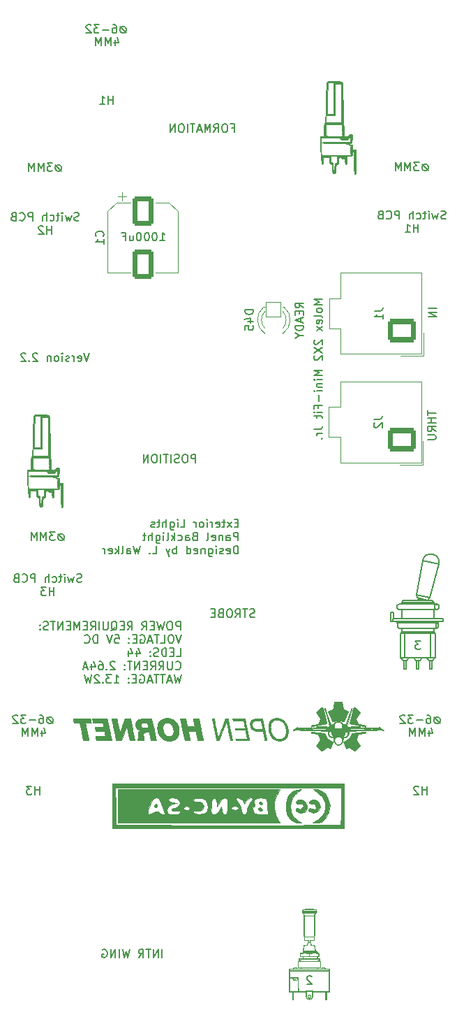
<source format=gbr>
%TF.GenerationSoftware,KiCad,Pcbnew,(6.0.9)*%
%TF.CreationDate,2022-12-26T16:29:41-09:00*%
%TF.ProjectId,PCB_ EXT LT PANEL,5043422c-2045-4585-9420-4c542050414e,rev?*%
%TF.SameCoordinates,Original*%
%TF.FileFunction,Legend,Bot*%
%TF.FilePolarity,Positive*%
%FSLAX46Y46*%
G04 Gerber Fmt 4.6, Leading zero omitted, Abs format (unit mm)*
G04 Created by KiCad (PCBNEW (6.0.9)) date 2022-12-26 16:29:41*
%MOMM*%
%LPD*%
G01*
G04 APERTURE LIST*
G04 Aperture macros list*
%AMRoundRect*
0 Rectangle with rounded corners*
0 $1 Rounding radius*
0 $2 $3 $4 $5 $6 $7 $8 $9 X,Y pos of 4 corners*
0 Add a 4 corners polygon primitive as box body*
4,1,4,$2,$3,$4,$5,$6,$7,$8,$9,$2,$3,0*
0 Add four circle primitives for the rounded corners*
1,1,$1+$1,$2,$3*
1,1,$1+$1,$4,$5*
1,1,$1+$1,$6,$7*
1,1,$1+$1,$8,$9*
0 Add four rect primitives between the rounded corners*
20,1,$1+$1,$2,$3,$4,$5,0*
20,1,$1+$1,$4,$5,$6,$7,0*
20,1,$1+$1,$6,$7,$8,$9,0*
20,1,$1+$1,$8,$9,$2,$3,0*%
G04 Aperture macros list end*
%ADD10C,0.150000*%
%ADD11C,0.200000*%
%ADD12C,0.120000*%
%ADD13C,0.010000*%
%ADD14C,0.100000*%
%ADD15C,12.800000*%
%ADD16C,3.672000*%
%ADD17C,7.640752*%
%ADD18C,2.481250*%
%ADD19C,4.400000*%
%ADD20RoundRect,0.300000X-1.000000X1.500000X-1.000000X-1.500000X1.000000X-1.500000X1.000000X1.500000X0*%
%ADD21RoundRect,0.300001X1.399999X-1.099999X1.399999X1.099999X-1.399999X1.099999X-1.399999X-1.099999X0*%
%ADD22O,3.400000X2.800000*%
%ADD23RoundRect,0.050000X-0.900000X0.900000X-0.900000X-0.900000X0.900000X-0.900000X0.900000X0.900000X0*%
%ADD24C,1.900000*%
G04 APERTURE END LIST*
D10*
X105085638Y-102215761D02*
X104942780Y-102263380D01*
X104704685Y-102263380D01*
X104609447Y-102215761D01*
X104561828Y-102168142D01*
X104514209Y-102072904D01*
X104514209Y-101977666D01*
X104561828Y-101882428D01*
X104609447Y-101834809D01*
X104704685Y-101787190D01*
X104895161Y-101739571D01*
X104990400Y-101691952D01*
X105038019Y-101644333D01*
X105085638Y-101549095D01*
X105085638Y-101453857D01*
X105038019Y-101358619D01*
X104990400Y-101311000D01*
X104895161Y-101263380D01*
X104657066Y-101263380D01*
X104514209Y-101311000D01*
X104180876Y-101596714D02*
X103990400Y-102263380D01*
X103799923Y-101787190D01*
X103609447Y-102263380D01*
X103418971Y-101596714D01*
X103038019Y-102263380D02*
X103038019Y-101596714D01*
X103038019Y-101263380D02*
X103085638Y-101311000D01*
X103038019Y-101358619D01*
X102990400Y-101311000D01*
X103038019Y-101263380D01*
X103038019Y-101358619D01*
X102704685Y-101596714D02*
X102323733Y-101596714D01*
X102561828Y-101263380D02*
X102561828Y-102120523D01*
X102514209Y-102215761D01*
X102418971Y-102263380D01*
X102323733Y-102263380D01*
X101561828Y-102215761D02*
X101657066Y-102263380D01*
X101847542Y-102263380D01*
X101942780Y-102215761D01*
X101990400Y-102168142D01*
X102038019Y-102072904D01*
X102038019Y-101787190D01*
X101990400Y-101691952D01*
X101942780Y-101644333D01*
X101847542Y-101596714D01*
X101657066Y-101596714D01*
X101561828Y-101644333D01*
X101133257Y-102263380D02*
X101133257Y-101263380D01*
X100704685Y-102263380D02*
X100704685Y-101739571D01*
X100752304Y-101644333D01*
X100847542Y-101596714D01*
X100990400Y-101596714D01*
X101085638Y-101644333D01*
X101133257Y-101691952D01*
X99466590Y-102263380D02*
X99466590Y-101263380D01*
X99085638Y-101263380D01*
X98990400Y-101311000D01*
X98942780Y-101358619D01*
X98895161Y-101453857D01*
X98895161Y-101596714D01*
X98942780Y-101691952D01*
X98990400Y-101739571D01*
X99085638Y-101787190D01*
X99466590Y-101787190D01*
X97895161Y-102168142D02*
X97942780Y-102215761D01*
X98085638Y-102263380D01*
X98180876Y-102263380D01*
X98323733Y-102215761D01*
X98418971Y-102120523D01*
X98466590Y-102025285D01*
X98514209Y-101834809D01*
X98514209Y-101691952D01*
X98466590Y-101501476D01*
X98418971Y-101406238D01*
X98323733Y-101311000D01*
X98180876Y-101263380D01*
X98085638Y-101263380D01*
X97942780Y-101311000D01*
X97895161Y-101358619D01*
X97133257Y-101739571D02*
X96990400Y-101787190D01*
X96942780Y-101834809D01*
X96895161Y-101930047D01*
X96895161Y-102072904D01*
X96942780Y-102168142D01*
X96990400Y-102215761D01*
X97085638Y-102263380D01*
X97466590Y-102263380D01*
X97466590Y-101263380D01*
X97133257Y-101263380D01*
X97038019Y-101311000D01*
X96990400Y-101358619D01*
X96942780Y-101453857D01*
X96942780Y-101549095D01*
X96990400Y-101644333D01*
X97038019Y-101691952D01*
X97133257Y-101739571D01*
X97466590Y-101739571D01*
X101752304Y-103873380D02*
X101752304Y-102873380D01*
X101752304Y-103349571D02*
X101180876Y-103349571D01*
X101180876Y-103873380D02*
X101180876Y-102873380D01*
X100799923Y-102873380D02*
X100180876Y-102873380D01*
X100514209Y-103254333D01*
X100371352Y-103254333D01*
X100276114Y-103301952D01*
X100228495Y-103349571D01*
X100180876Y-103444809D01*
X100180876Y-103682904D01*
X100228495Y-103778142D01*
X100276114Y-103825761D01*
X100371352Y-103873380D01*
X100657066Y-103873380D01*
X100752304Y-103825761D01*
X100799923Y-103778142D01*
X134290060Y-67953359D02*
X133290060Y-67953359D01*
X134004346Y-68286692D01*
X133290060Y-68620025D01*
X134290060Y-68620025D01*
X134290060Y-69239073D02*
X134242441Y-69143835D01*
X134194822Y-69096216D01*
X134099584Y-69048597D01*
X133813870Y-69048597D01*
X133718632Y-69096216D01*
X133671013Y-69143835D01*
X133623394Y-69239073D01*
X133623394Y-69381930D01*
X133671013Y-69477168D01*
X133718632Y-69524787D01*
X133813870Y-69572406D01*
X134099584Y-69572406D01*
X134194822Y-69524787D01*
X134242441Y-69477168D01*
X134290060Y-69381930D01*
X134290060Y-69239073D01*
X134290060Y-70143835D02*
X134242441Y-70048597D01*
X134147203Y-70000978D01*
X133290060Y-70000978D01*
X134242441Y-70905740D02*
X134290060Y-70810501D01*
X134290060Y-70620025D01*
X134242441Y-70524787D01*
X134147203Y-70477168D01*
X133766251Y-70477168D01*
X133671013Y-70524787D01*
X133623394Y-70620025D01*
X133623394Y-70810501D01*
X133671013Y-70905740D01*
X133766251Y-70953359D01*
X133861489Y-70953359D01*
X133956727Y-70477168D01*
X134290060Y-71286692D02*
X133623394Y-71810501D01*
X133623394Y-71286692D02*
X134290060Y-71810501D01*
X133385299Y-72905740D02*
X133337680Y-72953359D01*
X133290060Y-73048597D01*
X133290060Y-73286692D01*
X133337680Y-73381930D01*
X133385299Y-73429549D01*
X133480537Y-73477168D01*
X133575775Y-73477168D01*
X133718632Y-73429549D01*
X134290060Y-72858120D01*
X134290060Y-73477168D01*
X133290060Y-73810501D02*
X134290060Y-74477168D01*
X133290060Y-74477168D02*
X134290060Y-73810501D01*
X133385299Y-74810501D02*
X133337680Y-74858120D01*
X133290060Y-74953359D01*
X133290060Y-75191454D01*
X133337680Y-75286692D01*
X133385299Y-75334311D01*
X133480537Y-75381930D01*
X133575775Y-75381930D01*
X133718632Y-75334311D01*
X134290060Y-74762882D01*
X134290060Y-75381930D01*
X134290060Y-76572406D02*
X133290060Y-76572406D01*
X134004346Y-76905740D01*
X133290060Y-77239073D01*
X134290060Y-77239073D01*
X134290060Y-77715263D02*
X133623394Y-77715263D01*
X133290060Y-77715263D02*
X133337680Y-77667644D01*
X133385299Y-77715263D01*
X133337680Y-77762882D01*
X133290060Y-77715263D01*
X133385299Y-77715263D01*
X133623394Y-78191454D02*
X134290060Y-78191454D01*
X133718632Y-78191454D02*
X133671013Y-78239073D01*
X133623394Y-78334311D01*
X133623394Y-78477168D01*
X133671013Y-78572406D01*
X133766251Y-78620025D01*
X134290060Y-78620025D01*
X134290060Y-79096216D02*
X133623394Y-79096216D01*
X133290060Y-79096216D02*
X133337680Y-79048597D01*
X133385299Y-79096216D01*
X133337680Y-79143835D01*
X133290060Y-79096216D01*
X133385299Y-79096216D01*
X133909108Y-79572406D02*
X133909108Y-80334311D01*
X133766251Y-81143835D02*
X133766251Y-80810501D01*
X134290060Y-80810501D02*
X133290060Y-80810501D01*
X133290060Y-81286692D01*
X134290060Y-81667644D02*
X133623394Y-81667644D01*
X133290060Y-81667644D02*
X133337680Y-81620025D01*
X133385299Y-81667644D01*
X133337680Y-81715263D01*
X133290060Y-81667644D01*
X133385299Y-81667644D01*
X133623394Y-82000978D02*
X133623394Y-82381930D01*
X133290060Y-82143835D02*
X134147203Y-82143835D01*
X134242441Y-82191454D01*
X134290060Y-82286692D01*
X134290060Y-82381930D01*
X133290060Y-83762882D02*
X134004346Y-83762882D01*
X134147203Y-83715263D01*
X134242441Y-83620025D01*
X134290060Y-83477168D01*
X134290060Y-83381930D01*
X134290060Y-84239073D02*
X133623394Y-84239073D01*
X133813870Y-84239073D02*
X133718632Y-84286692D01*
X133671013Y-84334311D01*
X133623394Y-84429549D01*
X133623394Y-84524787D01*
X134194822Y-84858120D02*
X134242441Y-84905740D01*
X134290060Y-84858120D01*
X134242441Y-84810501D01*
X134194822Y-84858120D01*
X134290060Y-84858120D01*
X102399885Y-51709676D02*
X102209409Y-51709676D01*
X102018933Y-51804914D01*
X101923695Y-51995390D01*
X101923695Y-52185866D01*
X102018933Y-52376342D01*
X102209409Y-52471580D01*
X102399885Y-52471580D01*
X102590361Y-52376342D01*
X102685600Y-52185866D01*
X102685600Y-51995390D01*
X102590361Y-51804914D01*
X102399885Y-51709676D01*
X101923695Y-51709676D02*
X102685600Y-52471580D01*
X101542742Y-51471580D02*
X100923695Y-51471580D01*
X101257028Y-51852533D01*
X101114171Y-51852533D01*
X101018933Y-51900152D01*
X100971314Y-51947771D01*
X100923695Y-52043009D01*
X100923695Y-52281104D01*
X100971314Y-52376342D01*
X101018933Y-52423961D01*
X101114171Y-52471580D01*
X101399885Y-52471580D01*
X101495123Y-52423961D01*
X101542742Y-52376342D01*
X100495123Y-52471580D02*
X100495123Y-51471580D01*
X100161790Y-52185866D01*
X99828457Y-51471580D01*
X99828457Y-52471580D01*
X99352266Y-52471580D02*
X99352266Y-51471580D01*
X99018933Y-52185866D01*
X98685600Y-51471580D01*
X98685600Y-52471580D01*
X149281638Y-58222961D02*
X149138780Y-58270580D01*
X148900685Y-58270580D01*
X148805447Y-58222961D01*
X148757828Y-58175342D01*
X148710209Y-58080104D01*
X148710209Y-57984866D01*
X148757828Y-57889628D01*
X148805447Y-57842009D01*
X148900685Y-57794390D01*
X149091161Y-57746771D01*
X149186400Y-57699152D01*
X149234019Y-57651533D01*
X149281638Y-57556295D01*
X149281638Y-57461057D01*
X149234019Y-57365819D01*
X149186400Y-57318200D01*
X149091161Y-57270580D01*
X148853066Y-57270580D01*
X148710209Y-57318200D01*
X148376876Y-57603914D02*
X148186400Y-58270580D01*
X147995923Y-57794390D01*
X147805447Y-58270580D01*
X147614971Y-57603914D01*
X147234019Y-58270580D02*
X147234019Y-57603914D01*
X147234019Y-57270580D02*
X147281638Y-57318200D01*
X147234019Y-57365819D01*
X147186400Y-57318200D01*
X147234019Y-57270580D01*
X147234019Y-57365819D01*
X146900685Y-57603914D02*
X146519733Y-57603914D01*
X146757828Y-57270580D02*
X146757828Y-58127723D01*
X146710209Y-58222961D01*
X146614971Y-58270580D01*
X146519733Y-58270580D01*
X145757828Y-58222961D02*
X145853066Y-58270580D01*
X146043542Y-58270580D01*
X146138780Y-58222961D01*
X146186400Y-58175342D01*
X146234019Y-58080104D01*
X146234019Y-57794390D01*
X146186400Y-57699152D01*
X146138780Y-57651533D01*
X146043542Y-57603914D01*
X145853066Y-57603914D01*
X145757828Y-57651533D01*
X145329257Y-58270580D02*
X145329257Y-57270580D01*
X144900685Y-58270580D02*
X144900685Y-57746771D01*
X144948304Y-57651533D01*
X145043542Y-57603914D01*
X145186400Y-57603914D01*
X145281638Y-57651533D01*
X145329257Y-57699152D01*
X143662590Y-58270580D02*
X143662590Y-57270580D01*
X143281638Y-57270580D01*
X143186400Y-57318200D01*
X143138780Y-57365819D01*
X143091161Y-57461057D01*
X143091161Y-57603914D01*
X143138780Y-57699152D01*
X143186400Y-57746771D01*
X143281638Y-57794390D01*
X143662590Y-57794390D01*
X142091161Y-58175342D02*
X142138780Y-58222961D01*
X142281638Y-58270580D01*
X142376876Y-58270580D01*
X142519733Y-58222961D01*
X142614971Y-58127723D01*
X142662590Y-58032485D01*
X142710209Y-57842009D01*
X142710209Y-57699152D01*
X142662590Y-57508676D01*
X142614971Y-57413438D01*
X142519733Y-57318200D01*
X142376876Y-57270580D01*
X142281638Y-57270580D01*
X142138780Y-57318200D01*
X142091161Y-57365819D01*
X141329257Y-57746771D02*
X141186400Y-57794390D01*
X141138780Y-57842009D01*
X141091161Y-57937247D01*
X141091161Y-58080104D01*
X141138780Y-58175342D01*
X141186400Y-58222961D01*
X141281638Y-58270580D01*
X141662590Y-58270580D01*
X141662590Y-57270580D01*
X141329257Y-57270580D01*
X141234019Y-57318200D01*
X141186400Y-57365819D01*
X141138780Y-57461057D01*
X141138780Y-57556295D01*
X141186400Y-57651533D01*
X141234019Y-57699152D01*
X141329257Y-57746771D01*
X141662590Y-57746771D01*
X145948304Y-59880580D02*
X145948304Y-58880580D01*
X145948304Y-59356771D02*
X145376876Y-59356771D01*
X145376876Y-59880580D02*
X145376876Y-58880580D01*
X144376876Y-59880580D02*
X144948304Y-59880580D01*
X144662590Y-59880580D02*
X144662590Y-58880580D01*
X144757828Y-59023438D01*
X144853066Y-59118676D01*
X144948304Y-59166295D01*
X118939866Y-87777580D02*
X118939866Y-86777580D01*
X118558914Y-86777580D01*
X118463676Y-86825200D01*
X118416057Y-86872819D01*
X118368438Y-86968057D01*
X118368438Y-87110914D01*
X118416057Y-87206152D01*
X118463676Y-87253771D01*
X118558914Y-87301390D01*
X118939866Y-87301390D01*
X117749390Y-86777580D02*
X117558914Y-86777580D01*
X117463676Y-86825200D01*
X117368438Y-86920438D01*
X117320819Y-87110914D01*
X117320819Y-87444247D01*
X117368438Y-87634723D01*
X117463676Y-87729961D01*
X117558914Y-87777580D01*
X117749390Y-87777580D01*
X117844628Y-87729961D01*
X117939866Y-87634723D01*
X117987485Y-87444247D01*
X117987485Y-87110914D01*
X117939866Y-86920438D01*
X117844628Y-86825200D01*
X117749390Y-86777580D01*
X116939866Y-87729961D02*
X116797009Y-87777580D01*
X116558914Y-87777580D01*
X116463676Y-87729961D01*
X116416057Y-87682342D01*
X116368438Y-87587104D01*
X116368438Y-87491866D01*
X116416057Y-87396628D01*
X116463676Y-87349009D01*
X116558914Y-87301390D01*
X116749390Y-87253771D01*
X116844628Y-87206152D01*
X116892247Y-87158533D01*
X116939866Y-87063295D01*
X116939866Y-86968057D01*
X116892247Y-86872819D01*
X116844628Y-86825200D01*
X116749390Y-86777580D01*
X116511295Y-86777580D01*
X116368438Y-86825200D01*
X115939866Y-87777580D02*
X115939866Y-86777580D01*
X115606533Y-86777580D02*
X115035104Y-86777580D01*
X115320819Y-87777580D02*
X115320819Y-86777580D01*
X114701771Y-87777580D02*
X114701771Y-86777580D01*
X114035104Y-86777580D02*
X113844628Y-86777580D01*
X113749390Y-86825200D01*
X113654152Y-86920438D01*
X113606533Y-87110914D01*
X113606533Y-87444247D01*
X113654152Y-87634723D01*
X113749390Y-87729961D01*
X113844628Y-87777580D01*
X114035104Y-87777580D01*
X114130342Y-87729961D01*
X114225580Y-87634723D01*
X114273200Y-87444247D01*
X114273200Y-87110914D01*
X114225580Y-86920438D01*
X114130342Y-86825200D01*
X114035104Y-86777580D01*
X113177961Y-87777580D02*
X113177961Y-86777580D01*
X112606533Y-87777580D01*
X112606533Y-86777580D01*
X124091384Y-95090031D02*
X123758051Y-95090031D01*
X123615194Y-95613840D02*
X124091384Y-95613840D01*
X124091384Y-94613840D01*
X123615194Y-94613840D01*
X123281860Y-95613840D02*
X122758051Y-94947174D01*
X123281860Y-94947174D02*
X122758051Y-95613840D01*
X122519956Y-94947174D02*
X122139003Y-94947174D01*
X122377099Y-94613840D02*
X122377099Y-95470983D01*
X122329480Y-95566221D01*
X122234241Y-95613840D01*
X122139003Y-95613840D01*
X121424718Y-95566221D02*
X121519956Y-95613840D01*
X121710432Y-95613840D01*
X121805670Y-95566221D01*
X121853289Y-95470983D01*
X121853289Y-95090031D01*
X121805670Y-94994793D01*
X121710432Y-94947174D01*
X121519956Y-94947174D01*
X121424718Y-94994793D01*
X121377099Y-95090031D01*
X121377099Y-95185269D01*
X121853289Y-95280507D01*
X120948527Y-95613840D02*
X120948527Y-94947174D01*
X120948527Y-95137650D02*
X120900908Y-95042412D01*
X120853289Y-94994793D01*
X120758051Y-94947174D01*
X120662813Y-94947174D01*
X120329480Y-95613840D02*
X120329480Y-94947174D01*
X120329480Y-94613840D02*
X120377099Y-94661460D01*
X120329480Y-94709079D01*
X120281860Y-94661460D01*
X120329480Y-94613840D01*
X120329480Y-94709079D01*
X119710432Y-95613840D02*
X119805670Y-95566221D01*
X119853289Y-95518602D01*
X119900908Y-95423364D01*
X119900908Y-95137650D01*
X119853289Y-95042412D01*
X119805670Y-94994793D01*
X119710432Y-94947174D01*
X119567575Y-94947174D01*
X119472337Y-94994793D01*
X119424718Y-95042412D01*
X119377099Y-95137650D01*
X119377099Y-95423364D01*
X119424718Y-95518602D01*
X119472337Y-95566221D01*
X119567575Y-95613840D01*
X119710432Y-95613840D01*
X118948527Y-95613840D02*
X118948527Y-94947174D01*
X118948527Y-95137650D02*
X118900908Y-95042412D01*
X118853289Y-94994793D01*
X118758051Y-94947174D01*
X118662813Y-94947174D01*
X117091384Y-95613840D02*
X117567575Y-95613840D01*
X117567575Y-94613840D01*
X116758051Y-95613840D02*
X116758051Y-94947174D01*
X116758051Y-94613840D02*
X116805670Y-94661460D01*
X116758051Y-94709079D01*
X116710432Y-94661460D01*
X116758051Y-94613840D01*
X116758051Y-94709079D01*
X115853289Y-94947174D02*
X115853289Y-95756698D01*
X115900908Y-95851936D01*
X115948527Y-95899555D01*
X116043765Y-95947174D01*
X116186622Y-95947174D01*
X116281860Y-95899555D01*
X115853289Y-95566221D02*
X115948527Y-95613840D01*
X116139003Y-95613840D01*
X116234241Y-95566221D01*
X116281860Y-95518602D01*
X116329480Y-95423364D01*
X116329480Y-95137650D01*
X116281860Y-95042412D01*
X116234241Y-94994793D01*
X116139003Y-94947174D01*
X115948527Y-94947174D01*
X115853289Y-94994793D01*
X115377099Y-95613840D02*
X115377099Y-94613840D01*
X114948527Y-95613840D02*
X114948527Y-95090031D01*
X114996146Y-94994793D01*
X115091384Y-94947174D01*
X115234241Y-94947174D01*
X115329480Y-94994793D01*
X115377099Y-95042412D01*
X114615194Y-94947174D02*
X114234241Y-94947174D01*
X114472337Y-94613840D02*
X114472337Y-95470983D01*
X114424718Y-95566221D01*
X114329480Y-95613840D01*
X114234241Y-95613840D01*
X113948527Y-95566221D02*
X113853289Y-95613840D01*
X113662813Y-95613840D01*
X113567575Y-95566221D01*
X113519956Y-95470983D01*
X113519956Y-95423364D01*
X113567575Y-95328126D01*
X113662813Y-95280507D01*
X113805670Y-95280507D01*
X113900908Y-95232888D01*
X113948527Y-95137650D01*
X113948527Y-95090031D01*
X113900908Y-94994793D01*
X113805670Y-94947174D01*
X113662813Y-94947174D01*
X113567575Y-94994793D01*
X124091384Y-97223840D02*
X124091384Y-96223840D01*
X123710432Y-96223840D01*
X123615194Y-96271460D01*
X123567575Y-96319079D01*
X123519956Y-96414317D01*
X123519956Y-96557174D01*
X123567575Y-96652412D01*
X123615194Y-96700031D01*
X123710432Y-96747650D01*
X124091384Y-96747650D01*
X122662813Y-97223840D02*
X122662813Y-96700031D01*
X122710432Y-96604793D01*
X122805670Y-96557174D01*
X122996146Y-96557174D01*
X123091384Y-96604793D01*
X122662813Y-97176221D02*
X122758051Y-97223840D01*
X122996146Y-97223840D01*
X123091384Y-97176221D01*
X123139003Y-97080983D01*
X123139003Y-96985745D01*
X123091384Y-96890507D01*
X122996146Y-96842888D01*
X122758051Y-96842888D01*
X122662813Y-96795269D01*
X122186622Y-96557174D02*
X122186622Y-97223840D01*
X122186622Y-96652412D02*
X122139003Y-96604793D01*
X122043765Y-96557174D01*
X121900908Y-96557174D01*
X121805670Y-96604793D01*
X121758051Y-96700031D01*
X121758051Y-97223840D01*
X120900908Y-97176221D02*
X120996146Y-97223840D01*
X121186622Y-97223840D01*
X121281860Y-97176221D01*
X121329480Y-97080983D01*
X121329480Y-96700031D01*
X121281860Y-96604793D01*
X121186622Y-96557174D01*
X120996146Y-96557174D01*
X120900908Y-96604793D01*
X120853289Y-96700031D01*
X120853289Y-96795269D01*
X121329480Y-96890507D01*
X120281860Y-97223840D02*
X120377099Y-97176221D01*
X120424718Y-97080983D01*
X120424718Y-96223840D01*
X118805670Y-96700031D02*
X118662813Y-96747650D01*
X118615194Y-96795269D01*
X118567575Y-96890507D01*
X118567575Y-97033364D01*
X118615194Y-97128602D01*
X118662813Y-97176221D01*
X118758051Y-97223840D01*
X119139003Y-97223840D01*
X119139003Y-96223840D01*
X118805670Y-96223840D01*
X118710432Y-96271460D01*
X118662813Y-96319079D01*
X118615194Y-96414317D01*
X118615194Y-96509555D01*
X118662813Y-96604793D01*
X118710432Y-96652412D01*
X118805670Y-96700031D01*
X119139003Y-96700031D01*
X117710432Y-97223840D02*
X117710432Y-96700031D01*
X117758051Y-96604793D01*
X117853289Y-96557174D01*
X118043765Y-96557174D01*
X118139003Y-96604793D01*
X117710432Y-97176221D02*
X117805670Y-97223840D01*
X118043765Y-97223840D01*
X118139003Y-97176221D01*
X118186622Y-97080983D01*
X118186622Y-96985745D01*
X118139003Y-96890507D01*
X118043765Y-96842888D01*
X117805670Y-96842888D01*
X117710432Y-96795269D01*
X116805670Y-97176221D02*
X116900908Y-97223840D01*
X117091384Y-97223840D01*
X117186622Y-97176221D01*
X117234241Y-97128602D01*
X117281860Y-97033364D01*
X117281860Y-96747650D01*
X117234241Y-96652412D01*
X117186622Y-96604793D01*
X117091384Y-96557174D01*
X116900908Y-96557174D01*
X116805670Y-96604793D01*
X116377099Y-97223840D02*
X116377099Y-96223840D01*
X116281860Y-96842888D02*
X115996146Y-97223840D01*
X115996146Y-96557174D02*
X116377099Y-96938126D01*
X115424718Y-97223840D02*
X115519956Y-97176221D01*
X115567575Y-97080983D01*
X115567575Y-96223840D01*
X115043765Y-97223840D02*
X115043765Y-96557174D01*
X115043765Y-96223840D02*
X115091384Y-96271460D01*
X115043765Y-96319079D01*
X114996146Y-96271460D01*
X115043765Y-96223840D01*
X115043765Y-96319079D01*
X114139003Y-96557174D02*
X114139003Y-97366698D01*
X114186622Y-97461936D01*
X114234241Y-97509555D01*
X114329479Y-97557174D01*
X114472337Y-97557174D01*
X114567575Y-97509555D01*
X114139003Y-97176221D02*
X114234241Y-97223840D01*
X114424718Y-97223840D01*
X114519956Y-97176221D01*
X114567575Y-97128602D01*
X114615194Y-97033364D01*
X114615194Y-96747650D01*
X114567575Y-96652412D01*
X114519956Y-96604793D01*
X114424718Y-96557174D01*
X114234241Y-96557174D01*
X114139003Y-96604793D01*
X113662813Y-97223840D02*
X113662813Y-96223840D01*
X113234241Y-97223840D02*
X113234241Y-96700031D01*
X113281860Y-96604793D01*
X113377099Y-96557174D01*
X113519956Y-96557174D01*
X113615194Y-96604793D01*
X113662813Y-96652412D01*
X112900908Y-96557174D02*
X112519956Y-96557174D01*
X112758051Y-96223840D02*
X112758051Y-97080983D01*
X112710432Y-97176221D01*
X112615194Y-97223840D01*
X112519956Y-97223840D01*
X124091384Y-98833840D02*
X124091384Y-97833840D01*
X123853289Y-97833840D01*
X123710432Y-97881460D01*
X123615194Y-97976698D01*
X123567575Y-98071936D01*
X123519956Y-98262412D01*
X123519956Y-98405269D01*
X123567575Y-98595745D01*
X123615194Y-98690983D01*
X123710432Y-98786221D01*
X123853289Y-98833840D01*
X124091384Y-98833840D01*
X122710432Y-98786221D02*
X122805670Y-98833840D01*
X122996146Y-98833840D01*
X123091384Y-98786221D01*
X123139003Y-98690983D01*
X123139003Y-98310031D01*
X123091384Y-98214793D01*
X122996146Y-98167174D01*
X122805670Y-98167174D01*
X122710432Y-98214793D01*
X122662813Y-98310031D01*
X122662813Y-98405269D01*
X123139003Y-98500507D01*
X122281860Y-98786221D02*
X122186622Y-98833840D01*
X121996146Y-98833840D01*
X121900908Y-98786221D01*
X121853289Y-98690983D01*
X121853289Y-98643364D01*
X121900908Y-98548126D01*
X121996146Y-98500507D01*
X122139003Y-98500507D01*
X122234241Y-98452888D01*
X122281860Y-98357650D01*
X122281860Y-98310031D01*
X122234241Y-98214793D01*
X122139003Y-98167174D01*
X121996146Y-98167174D01*
X121900908Y-98214793D01*
X121424718Y-98833840D02*
X121424718Y-98167174D01*
X121424718Y-97833840D02*
X121472337Y-97881460D01*
X121424718Y-97929079D01*
X121377099Y-97881460D01*
X121424718Y-97833840D01*
X121424718Y-97929079D01*
X120519956Y-98167174D02*
X120519956Y-98976698D01*
X120567575Y-99071936D01*
X120615194Y-99119555D01*
X120710432Y-99167174D01*
X120853289Y-99167174D01*
X120948527Y-99119555D01*
X120519956Y-98786221D02*
X120615194Y-98833840D01*
X120805670Y-98833840D01*
X120900908Y-98786221D01*
X120948527Y-98738602D01*
X120996146Y-98643364D01*
X120996146Y-98357650D01*
X120948527Y-98262412D01*
X120900908Y-98214793D01*
X120805670Y-98167174D01*
X120615194Y-98167174D01*
X120519956Y-98214793D01*
X120043765Y-98167174D02*
X120043765Y-98833840D01*
X120043765Y-98262412D02*
X119996146Y-98214793D01*
X119900908Y-98167174D01*
X119758051Y-98167174D01*
X119662813Y-98214793D01*
X119615194Y-98310031D01*
X119615194Y-98833840D01*
X118758051Y-98786221D02*
X118853289Y-98833840D01*
X119043765Y-98833840D01*
X119139003Y-98786221D01*
X119186622Y-98690983D01*
X119186622Y-98310031D01*
X119139003Y-98214793D01*
X119043765Y-98167174D01*
X118853289Y-98167174D01*
X118758051Y-98214793D01*
X118710432Y-98310031D01*
X118710432Y-98405269D01*
X119186622Y-98500507D01*
X117853289Y-98833840D02*
X117853289Y-97833840D01*
X117853289Y-98786221D02*
X117948527Y-98833840D01*
X118139003Y-98833840D01*
X118234241Y-98786221D01*
X118281860Y-98738602D01*
X118329480Y-98643364D01*
X118329480Y-98357650D01*
X118281860Y-98262412D01*
X118234241Y-98214793D01*
X118139003Y-98167174D01*
X117948527Y-98167174D01*
X117853289Y-98214793D01*
X116615194Y-98833840D02*
X116615194Y-97833840D01*
X116615194Y-98214793D02*
X116519956Y-98167174D01*
X116329480Y-98167174D01*
X116234241Y-98214793D01*
X116186622Y-98262412D01*
X116139003Y-98357650D01*
X116139003Y-98643364D01*
X116186622Y-98738602D01*
X116234241Y-98786221D01*
X116329480Y-98833840D01*
X116519956Y-98833840D01*
X116615194Y-98786221D01*
X115805670Y-98167174D02*
X115567575Y-98833840D01*
X115329480Y-98167174D02*
X115567575Y-98833840D01*
X115662813Y-99071936D01*
X115710432Y-99119555D01*
X115805670Y-99167174D01*
X113710432Y-98833840D02*
X114186622Y-98833840D01*
X114186622Y-97833840D01*
X113377099Y-98738602D02*
X113329480Y-98786221D01*
X113377099Y-98833840D01*
X113424718Y-98786221D01*
X113377099Y-98738602D01*
X113377099Y-98833840D01*
X112234241Y-97833840D02*
X111996146Y-98833840D01*
X111805670Y-98119555D01*
X111615194Y-98833840D01*
X111377099Y-97833840D01*
X110567575Y-98833840D02*
X110567575Y-98310031D01*
X110615194Y-98214793D01*
X110710432Y-98167174D01*
X110900908Y-98167174D01*
X110996146Y-98214793D01*
X110567575Y-98786221D02*
X110662813Y-98833840D01*
X110900908Y-98833840D01*
X110996146Y-98786221D01*
X111043765Y-98690983D01*
X111043765Y-98595745D01*
X110996146Y-98500507D01*
X110900908Y-98452888D01*
X110662813Y-98452888D01*
X110567575Y-98405269D01*
X109948527Y-98833840D02*
X110043765Y-98786221D01*
X110091384Y-98690983D01*
X110091384Y-97833840D01*
X109567575Y-98833840D02*
X109567575Y-97833840D01*
X109472337Y-98452888D02*
X109186622Y-98833840D01*
X109186622Y-98167174D02*
X109567575Y-98548126D01*
X108377099Y-98786221D02*
X108472337Y-98833840D01*
X108662813Y-98833840D01*
X108758051Y-98786221D01*
X108805670Y-98690983D01*
X108805670Y-98310031D01*
X108758051Y-98214793D01*
X108662813Y-98167174D01*
X108472337Y-98167174D01*
X108377099Y-98214793D01*
X108329480Y-98310031D01*
X108329480Y-98405269D01*
X108805670Y-98500507D01*
X107900908Y-98833840D02*
X107900908Y-98167174D01*
X107900908Y-98357650D02*
X107853289Y-98262412D01*
X107805670Y-98214793D01*
X107710432Y-98167174D01*
X107615194Y-98167174D01*
X148183860Y-69074730D02*
X147183860Y-69074730D01*
X148183860Y-69550920D02*
X147183860Y-69550920D01*
X148183860Y-70122349D01*
X147183860Y-70122349D01*
X123283219Y-47223371D02*
X123616552Y-47223371D01*
X123616552Y-47747180D02*
X123616552Y-46747180D01*
X123140361Y-46747180D01*
X122568933Y-46747180D02*
X122378457Y-46747180D01*
X122283219Y-46794800D01*
X122187980Y-46890038D01*
X122140361Y-47080514D01*
X122140361Y-47413847D01*
X122187980Y-47604323D01*
X122283219Y-47699561D01*
X122378457Y-47747180D01*
X122568933Y-47747180D01*
X122664171Y-47699561D01*
X122759409Y-47604323D01*
X122807028Y-47413847D01*
X122807028Y-47080514D01*
X122759409Y-46890038D01*
X122664171Y-46794800D01*
X122568933Y-46747180D01*
X121140361Y-47747180D02*
X121473695Y-47270990D01*
X121711790Y-47747180D02*
X121711790Y-46747180D01*
X121330838Y-46747180D01*
X121235600Y-46794800D01*
X121187980Y-46842419D01*
X121140361Y-46937657D01*
X121140361Y-47080514D01*
X121187980Y-47175752D01*
X121235600Y-47223371D01*
X121330838Y-47270990D01*
X121711790Y-47270990D01*
X120711790Y-47747180D02*
X120711790Y-46747180D01*
X120378457Y-47461466D01*
X120045123Y-46747180D01*
X120045123Y-47747180D01*
X119616552Y-47461466D02*
X119140361Y-47461466D01*
X119711790Y-47747180D02*
X119378457Y-46747180D01*
X119045123Y-47747180D01*
X118854647Y-46747180D02*
X118283219Y-46747180D01*
X118568933Y-47747180D02*
X118568933Y-46747180D01*
X117949885Y-47747180D02*
X117949885Y-46747180D01*
X117283219Y-46747180D02*
X117092742Y-46747180D01*
X116997504Y-46794800D01*
X116902266Y-46890038D01*
X116854647Y-47080514D01*
X116854647Y-47413847D01*
X116902266Y-47604323D01*
X116997504Y-47699561D01*
X117092742Y-47747180D01*
X117283219Y-47747180D01*
X117378457Y-47699561D01*
X117473695Y-47604323D01*
X117521314Y-47413847D01*
X117521314Y-47080514D01*
X117473695Y-46890038D01*
X117378457Y-46794800D01*
X117283219Y-46747180D01*
X116426076Y-47747180D02*
X116426076Y-46747180D01*
X115854647Y-47747180D01*
X115854647Y-46747180D01*
X126086857Y-106475161D02*
X125944000Y-106522780D01*
X125705904Y-106522780D01*
X125610666Y-106475161D01*
X125563047Y-106427542D01*
X125515428Y-106332304D01*
X125515428Y-106237066D01*
X125563047Y-106141828D01*
X125610666Y-106094209D01*
X125705904Y-106046590D01*
X125896380Y-105998971D01*
X125991619Y-105951352D01*
X126039238Y-105903733D01*
X126086857Y-105808495D01*
X126086857Y-105713257D01*
X126039238Y-105618019D01*
X125991619Y-105570400D01*
X125896380Y-105522780D01*
X125658285Y-105522780D01*
X125515428Y-105570400D01*
X125229714Y-105522780D02*
X124658285Y-105522780D01*
X124944000Y-106522780D02*
X124944000Y-105522780D01*
X123753523Y-106522780D02*
X124086857Y-106046590D01*
X124324952Y-106522780D02*
X124324952Y-105522780D01*
X123944000Y-105522780D01*
X123848761Y-105570400D01*
X123801142Y-105618019D01*
X123753523Y-105713257D01*
X123753523Y-105856114D01*
X123801142Y-105951352D01*
X123848761Y-105998971D01*
X123944000Y-106046590D01*
X124324952Y-106046590D01*
X123134476Y-105522780D02*
X122944000Y-105522780D01*
X122848761Y-105570400D01*
X122753523Y-105665638D01*
X122705904Y-105856114D01*
X122705904Y-106189447D01*
X122753523Y-106379923D01*
X122848761Y-106475161D01*
X122944000Y-106522780D01*
X123134476Y-106522780D01*
X123229714Y-106475161D01*
X123324952Y-106379923D01*
X123372571Y-106189447D01*
X123372571Y-105856114D01*
X123324952Y-105665638D01*
X123229714Y-105570400D01*
X123134476Y-105522780D01*
X121944000Y-105998971D02*
X121801142Y-106046590D01*
X121753523Y-106094209D01*
X121705904Y-106189447D01*
X121705904Y-106332304D01*
X121753523Y-106427542D01*
X121801142Y-106475161D01*
X121896380Y-106522780D01*
X122277333Y-106522780D01*
X122277333Y-105522780D01*
X121944000Y-105522780D01*
X121848761Y-105570400D01*
X121801142Y-105618019D01*
X121753523Y-105713257D01*
X121753523Y-105808495D01*
X121801142Y-105903733D01*
X121848761Y-105951352D01*
X121944000Y-105998971D01*
X122277333Y-105998971D01*
X121277333Y-105998971D02*
X120944000Y-105998971D01*
X120801142Y-106522780D02*
X121277333Y-106522780D01*
X121277333Y-105522780D01*
X120801142Y-105522780D01*
X132011680Y-69018020D02*
X131535490Y-68684686D01*
X132011680Y-68446591D02*
X131011680Y-68446591D01*
X131011680Y-68827543D01*
X131059300Y-68922781D01*
X131106919Y-68970400D01*
X131202157Y-69018020D01*
X131345014Y-69018020D01*
X131440252Y-68970400D01*
X131487871Y-68922781D01*
X131535490Y-68827543D01*
X131535490Y-68446591D01*
X131487871Y-69446591D02*
X131487871Y-69779924D01*
X132011680Y-69922781D02*
X132011680Y-69446591D01*
X131011680Y-69446591D01*
X131011680Y-69922781D01*
X131725966Y-70303734D02*
X131725966Y-70779924D01*
X132011680Y-70208496D02*
X131011680Y-70541829D01*
X132011680Y-70875162D01*
X132011680Y-71208496D02*
X131011680Y-71208496D01*
X131011680Y-71446591D01*
X131059300Y-71589448D01*
X131154538Y-71684686D01*
X131249776Y-71732305D01*
X131440252Y-71779924D01*
X131583109Y-71779924D01*
X131773585Y-71732305D01*
X131868823Y-71684686D01*
X131964061Y-71589448D01*
X132011680Y-71446591D01*
X132011680Y-71208496D01*
X131535490Y-72398972D02*
X132011680Y-72398972D01*
X131011680Y-72065639D02*
X131535490Y-72398972D01*
X131011680Y-72732305D01*
X146230933Y-109383580D02*
X145611885Y-109383580D01*
X145945219Y-109764533D01*
X145802361Y-109764533D01*
X145707123Y-109812152D01*
X145659504Y-109859771D01*
X145611885Y-109955009D01*
X145611885Y-110193104D01*
X145659504Y-110288342D01*
X145707123Y-110335961D01*
X145802361Y-110383580D01*
X146088076Y-110383580D01*
X146183314Y-110335961D01*
X146230933Y-110288342D01*
X114871047Y-147721580D02*
X114871047Y-146721580D01*
X114394857Y-147721580D02*
X114394857Y-146721580D01*
X113823428Y-147721580D01*
X113823428Y-146721580D01*
X113490095Y-146721580D02*
X112918666Y-146721580D01*
X113204380Y-147721580D02*
X113204380Y-146721580D01*
X112013904Y-147721580D02*
X112347238Y-147245390D01*
X112585333Y-147721580D02*
X112585333Y-146721580D01*
X112204380Y-146721580D01*
X112109142Y-146769200D01*
X112061523Y-146816819D01*
X112013904Y-146912057D01*
X112013904Y-147054914D01*
X112061523Y-147150152D01*
X112109142Y-147197771D01*
X112204380Y-147245390D01*
X112585333Y-147245390D01*
X110918666Y-146721580D02*
X110680571Y-147721580D01*
X110490095Y-147007295D01*
X110299619Y-147721580D01*
X110061523Y-146721580D01*
X109680571Y-147721580D02*
X109680571Y-146721580D01*
X109204380Y-147721580D02*
X109204380Y-146721580D01*
X108632952Y-147721580D01*
X108632952Y-146721580D01*
X107632952Y-146769200D02*
X107728190Y-146721580D01*
X107871047Y-146721580D01*
X108013904Y-146769200D01*
X108109142Y-146864438D01*
X108156761Y-146959676D01*
X108204380Y-147150152D01*
X108204380Y-147293009D01*
X108156761Y-147483485D01*
X108109142Y-147578723D01*
X108013904Y-147673961D01*
X107871047Y-147721580D01*
X107775809Y-147721580D01*
X107632952Y-147673961D01*
X107585333Y-147626342D01*
X107585333Y-147293009D01*
X107775809Y-147293009D01*
X106016536Y-74504300D02*
X105683202Y-75504300D01*
X105349869Y-74504300D01*
X104635583Y-75456681D02*
X104730821Y-75504300D01*
X104921298Y-75504300D01*
X105016536Y-75456681D01*
X105064155Y-75361443D01*
X105064155Y-74980491D01*
X105016536Y-74885253D01*
X104921298Y-74837634D01*
X104730821Y-74837634D01*
X104635583Y-74885253D01*
X104587964Y-74980491D01*
X104587964Y-75075729D01*
X105064155Y-75170967D01*
X104159393Y-75504300D02*
X104159393Y-74837634D01*
X104159393Y-75028110D02*
X104111774Y-74932872D01*
X104064155Y-74885253D01*
X103968917Y-74837634D01*
X103873679Y-74837634D01*
X103587964Y-75456681D02*
X103492726Y-75504300D01*
X103302250Y-75504300D01*
X103207012Y-75456681D01*
X103159393Y-75361443D01*
X103159393Y-75313824D01*
X103207012Y-75218586D01*
X103302250Y-75170967D01*
X103445107Y-75170967D01*
X103540345Y-75123348D01*
X103587964Y-75028110D01*
X103587964Y-74980491D01*
X103540345Y-74885253D01*
X103445107Y-74837634D01*
X103302250Y-74837634D01*
X103207012Y-74885253D01*
X102730821Y-75504300D02*
X102730821Y-74837634D01*
X102730821Y-74504300D02*
X102778440Y-74551920D01*
X102730821Y-74599539D01*
X102683202Y-74551920D01*
X102730821Y-74504300D01*
X102730821Y-74599539D01*
X102111774Y-75504300D02*
X102207012Y-75456681D01*
X102254631Y-75409062D01*
X102302250Y-75313824D01*
X102302250Y-75028110D01*
X102254631Y-74932872D01*
X102207012Y-74885253D01*
X102111774Y-74837634D01*
X101968917Y-74837634D01*
X101873679Y-74885253D01*
X101826060Y-74932872D01*
X101778440Y-75028110D01*
X101778440Y-75313824D01*
X101826060Y-75409062D01*
X101873679Y-75456681D01*
X101968917Y-75504300D01*
X102111774Y-75504300D01*
X101349869Y-74837634D02*
X101349869Y-75504300D01*
X101349869Y-74932872D02*
X101302250Y-74885253D01*
X101207012Y-74837634D01*
X101064155Y-74837634D01*
X100968917Y-74885253D01*
X100921298Y-74980491D01*
X100921298Y-75504300D01*
X99730821Y-74599539D02*
X99683202Y-74551920D01*
X99587964Y-74504300D01*
X99349869Y-74504300D01*
X99254631Y-74551920D01*
X99207012Y-74599539D01*
X99159393Y-74694777D01*
X99159393Y-74790015D01*
X99207012Y-74932872D01*
X99778440Y-75504300D01*
X99159393Y-75504300D01*
X98730821Y-75409062D02*
X98683202Y-75456681D01*
X98730821Y-75504300D01*
X98778440Y-75456681D01*
X98730821Y-75409062D01*
X98730821Y-75504300D01*
X98302250Y-74599539D02*
X98254631Y-74551920D01*
X98159393Y-74504300D01*
X97921298Y-74504300D01*
X97826060Y-74551920D01*
X97778440Y-74599539D01*
X97730821Y-74694777D01*
X97730821Y-74790015D01*
X97778440Y-74932872D01*
X98349869Y-75504300D01*
X97730821Y-75504300D01*
X114622009Y-60904380D02*
X115193438Y-60904380D01*
X114907723Y-60904380D02*
X114907723Y-59904380D01*
X115002961Y-60047238D01*
X115098200Y-60142476D01*
X115193438Y-60190095D01*
X114002961Y-59904380D02*
X113907723Y-59904380D01*
X113812485Y-59952000D01*
X113764866Y-59999619D01*
X113717247Y-60094857D01*
X113669628Y-60285333D01*
X113669628Y-60523428D01*
X113717247Y-60713904D01*
X113764866Y-60809142D01*
X113812485Y-60856761D01*
X113907723Y-60904380D01*
X114002961Y-60904380D01*
X114098200Y-60856761D01*
X114145819Y-60809142D01*
X114193438Y-60713904D01*
X114241057Y-60523428D01*
X114241057Y-60285333D01*
X114193438Y-60094857D01*
X114145819Y-59999619D01*
X114098200Y-59952000D01*
X114002961Y-59904380D01*
X113050580Y-59904380D02*
X112955342Y-59904380D01*
X112860104Y-59952000D01*
X112812485Y-59999619D01*
X112764866Y-60094857D01*
X112717247Y-60285333D01*
X112717247Y-60523428D01*
X112764866Y-60713904D01*
X112812485Y-60809142D01*
X112860104Y-60856761D01*
X112955342Y-60904380D01*
X113050580Y-60904380D01*
X113145819Y-60856761D01*
X113193438Y-60809142D01*
X113241057Y-60713904D01*
X113288676Y-60523428D01*
X113288676Y-60285333D01*
X113241057Y-60094857D01*
X113193438Y-59999619D01*
X113145819Y-59952000D01*
X113050580Y-59904380D01*
X112098200Y-59904380D02*
X112002961Y-59904380D01*
X111907723Y-59952000D01*
X111860104Y-59999619D01*
X111812485Y-60094857D01*
X111764866Y-60285333D01*
X111764866Y-60523428D01*
X111812485Y-60713904D01*
X111860104Y-60809142D01*
X111907723Y-60856761D01*
X112002961Y-60904380D01*
X112098200Y-60904380D01*
X112193438Y-60856761D01*
X112241057Y-60809142D01*
X112288676Y-60713904D01*
X112336295Y-60523428D01*
X112336295Y-60285333D01*
X112288676Y-60094857D01*
X112241057Y-59999619D01*
X112193438Y-59952000D01*
X112098200Y-59904380D01*
X110907723Y-60237714D02*
X110907723Y-60904380D01*
X111336295Y-60237714D02*
X111336295Y-60761523D01*
X111288676Y-60856761D01*
X111193438Y-60904380D01*
X111050580Y-60904380D01*
X110955342Y-60856761D01*
X110907723Y-60809142D01*
X110098200Y-60380571D02*
X110431533Y-60380571D01*
X110431533Y-60904380D02*
X110431533Y-59904380D01*
X109955342Y-59904380D01*
X102704685Y-96413676D02*
X102514209Y-96413676D01*
X102323733Y-96508914D01*
X102228495Y-96699390D01*
X102228495Y-96889866D01*
X102323733Y-97080342D01*
X102514209Y-97175580D01*
X102704685Y-97175580D01*
X102895161Y-97080342D01*
X102990400Y-96889866D01*
X102990400Y-96699390D01*
X102895161Y-96508914D01*
X102704685Y-96413676D01*
X102228495Y-96413676D02*
X102990400Y-97175580D01*
X101847542Y-96175580D02*
X101228495Y-96175580D01*
X101561828Y-96556533D01*
X101418971Y-96556533D01*
X101323733Y-96604152D01*
X101276114Y-96651771D01*
X101228495Y-96747009D01*
X101228495Y-96985104D01*
X101276114Y-97080342D01*
X101323733Y-97127961D01*
X101418971Y-97175580D01*
X101704685Y-97175580D01*
X101799923Y-97127961D01*
X101847542Y-97080342D01*
X100799923Y-97175580D02*
X100799923Y-96175580D01*
X100466590Y-96889866D01*
X100133257Y-96175580D01*
X100133257Y-97175580D01*
X99657066Y-97175580D02*
X99657066Y-96175580D01*
X99323733Y-96889866D01*
X98990400Y-96175580D01*
X98990400Y-97175580D01*
X147079720Y-81471046D02*
X147079720Y-82042475D01*
X148079720Y-81756760D02*
X147079720Y-81756760D01*
X148079720Y-82375808D02*
X147079720Y-82375808D01*
X147555911Y-82375808D02*
X147555911Y-82947237D01*
X148079720Y-82947237D02*
X147079720Y-82947237D01*
X148079720Y-83994856D02*
X147603530Y-83661522D01*
X148079720Y-83423427D02*
X147079720Y-83423427D01*
X147079720Y-83804380D01*
X147127340Y-83899618D01*
X147174959Y-83947237D01*
X147270197Y-83994856D01*
X147413054Y-83994856D01*
X147508292Y-83947237D01*
X147555911Y-83899618D01*
X147603530Y-83804380D01*
X147603530Y-83423427D01*
X147079720Y-84423427D02*
X147889244Y-84423427D01*
X147984482Y-84471046D01*
X148032101Y-84518665D01*
X148079720Y-84613903D01*
X148079720Y-84804380D01*
X148032101Y-84899618D01*
X147984482Y-84947237D01*
X147889244Y-84994856D01*
X147079720Y-84994856D01*
X117088604Y-108034800D02*
X117088604Y-107034800D01*
X116707652Y-107034800D01*
X116612414Y-107082420D01*
X116564795Y-107130039D01*
X116517176Y-107225277D01*
X116517176Y-107368134D01*
X116564795Y-107463372D01*
X116612414Y-107510991D01*
X116707652Y-107558610D01*
X117088604Y-107558610D01*
X115898128Y-107034800D02*
X115707652Y-107034800D01*
X115612414Y-107082420D01*
X115517176Y-107177658D01*
X115469557Y-107368134D01*
X115469557Y-107701467D01*
X115517176Y-107891943D01*
X115612414Y-107987181D01*
X115707652Y-108034800D01*
X115898128Y-108034800D01*
X115993366Y-107987181D01*
X116088604Y-107891943D01*
X116136223Y-107701467D01*
X116136223Y-107368134D01*
X116088604Y-107177658D01*
X115993366Y-107082420D01*
X115898128Y-107034800D01*
X115136223Y-107034800D02*
X114898128Y-108034800D01*
X114707652Y-107320515D01*
X114517176Y-108034800D01*
X114279080Y-107034800D01*
X113898128Y-107510991D02*
X113564795Y-107510991D01*
X113421938Y-108034800D02*
X113898128Y-108034800D01*
X113898128Y-107034800D01*
X113421938Y-107034800D01*
X112421938Y-108034800D02*
X112755271Y-107558610D01*
X112993366Y-108034800D02*
X112993366Y-107034800D01*
X112612414Y-107034800D01*
X112517176Y-107082420D01*
X112469557Y-107130039D01*
X112421938Y-107225277D01*
X112421938Y-107368134D01*
X112469557Y-107463372D01*
X112517176Y-107510991D01*
X112612414Y-107558610D01*
X112993366Y-107558610D01*
X110660033Y-108034800D02*
X110993366Y-107558610D01*
X111231461Y-108034800D02*
X111231461Y-107034800D01*
X110850509Y-107034800D01*
X110755271Y-107082420D01*
X110707652Y-107130039D01*
X110660033Y-107225277D01*
X110660033Y-107368134D01*
X110707652Y-107463372D01*
X110755271Y-107510991D01*
X110850509Y-107558610D01*
X111231461Y-107558610D01*
X110231461Y-107510991D02*
X109898128Y-107510991D01*
X109755271Y-108034800D02*
X110231461Y-108034800D01*
X110231461Y-107034800D01*
X109755271Y-107034800D01*
X108660033Y-108130039D02*
X108755271Y-108082420D01*
X108850509Y-107987181D01*
X108993366Y-107844324D01*
X109088604Y-107796705D01*
X109183842Y-107796705D01*
X109136223Y-108034800D02*
X109231461Y-107987181D01*
X109326700Y-107891943D01*
X109374319Y-107701467D01*
X109374319Y-107368134D01*
X109326700Y-107177658D01*
X109231461Y-107082420D01*
X109136223Y-107034800D01*
X108945747Y-107034800D01*
X108850509Y-107082420D01*
X108755271Y-107177658D01*
X108707652Y-107368134D01*
X108707652Y-107701467D01*
X108755271Y-107891943D01*
X108850509Y-107987181D01*
X108945747Y-108034800D01*
X109136223Y-108034800D01*
X108279080Y-107034800D02*
X108279080Y-107844324D01*
X108231461Y-107939562D01*
X108183842Y-107987181D01*
X108088604Y-108034800D01*
X107898128Y-108034800D01*
X107802890Y-107987181D01*
X107755271Y-107939562D01*
X107707652Y-107844324D01*
X107707652Y-107034800D01*
X107231461Y-108034800D02*
X107231461Y-107034800D01*
X106183842Y-108034800D02*
X106517176Y-107558610D01*
X106755271Y-108034800D02*
X106755271Y-107034800D01*
X106374319Y-107034800D01*
X106279080Y-107082420D01*
X106231461Y-107130039D01*
X106183842Y-107225277D01*
X106183842Y-107368134D01*
X106231461Y-107463372D01*
X106279080Y-107510991D01*
X106374319Y-107558610D01*
X106755271Y-107558610D01*
X105755271Y-107510991D02*
X105421938Y-107510991D01*
X105279080Y-108034800D02*
X105755271Y-108034800D01*
X105755271Y-107034800D01*
X105279080Y-107034800D01*
X104850509Y-108034800D02*
X104850509Y-107034800D01*
X104517176Y-107749086D01*
X104183842Y-107034800D01*
X104183842Y-108034800D01*
X103707652Y-107510991D02*
X103374319Y-107510991D01*
X103231461Y-108034800D02*
X103707652Y-108034800D01*
X103707652Y-107034800D01*
X103231461Y-107034800D01*
X102802890Y-108034800D02*
X102802890Y-107034800D01*
X102231461Y-108034800D01*
X102231461Y-107034800D01*
X101898128Y-107034800D02*
X101326700Y-107034800D01*
X101612414Y-108034800D02*
X101612414Y-107034800D01*
X101040985Y-107987181D02*
X100898128Y-108034800D01*
X100660033Y-108034800D01*
X100564795Y-107987181D01*
X100517176Y-107939562D01*
X100469557Y-107844324D01*
X100469557Y-107749086D01*
X100517176Y-107653848D01*
X100564795Y-107606229D01*
X100660033Y-107558610D01*
X100850509Y-107510991D01*
X100945747Y-107463372D01*
X100993366Y-107415753D01*
X101040985Y-107320515D01*
X101040985Y-107225277D01*
X100993366Y-107130039D01*
X100945747Y-107082420D01*
X100850509Y-107034800D01*
X100612414Y-107034800D01*
X100469557Y-107082420D01*
X100040985Y-107939562D02*
X99993366Y-107987181D01*
X100040985Y-108034800D01*
X100088604Y-107987181D01*
X100040985Y-107939562D01*
X100040985Y-108034800D01*
X100040985Y-107415753D02*
X99993366Y-107463372D01*
X100040985Y-107510991D01*
X100088604Y-107463372D01*
X100040985Y-107415753D01*
X100040985Y-107510991D01*
X117231461Y-108644800D02*
X116898128Y-109644800D01*
X116564795Y-108644800D01*
X116040985Y-108644800D02*
X115850509Y-108644800D01*
X115755271Y-108692420D01*
X115660033Y-108787658D01*
X115612414Y-108978134D01*
X115612414Y-109311467D01*
X115660033Y-109501943D01*
X115755271Y-109597181D01*
X115850509Y-109644800D01*
X116040985Y-109644800D01*
X116136223Y-109597181D01*
X116231461Y-109501943D01*
X116279080Y-109311467D01*
X116279080Y-108978134D01*
X116231461Y-108787658D01*
X116136223Y-108692420D01*
X116040985Y-108644800D01*
X114707652Y-109644800D02*
X115183842Y-109644800D01*
X115183842Y-108644800D01*
X114517176Y-108644800D02*
X113945747Y-108644800D01*
X114231461Y-109644800D02*
X114231461Y-108644800D01*
X113660033Y-109359086D02*
X113183842Y-109359086D01*
X113755271Y-109644800D02*
X113421938Y-108644800D01*
X113088604Y-109644800D01*
X112231461Y-108692420D02*
X112326700Y-108644800D01*
X112469557Y-108644800D01*
X112612414Y-108692420D01*
X112707652Y-108787658D01*
X112755271Y-108882896D01*
X112802890Y-109073372D01*
X112802890Y-109216229D01*
X112755271Y-109406705D01*
X112707652Y-109501943D01*
X112612414Y-109597181D01*
X112469557Y-109644800D01*
X112374319Y-109644800D01*
X112231461Y-109597181D01*
X112183842Y-109549562D01*
X112183842Y-109216229D01*
X112374319Y-109216229D01*
X111755271Y-109120991D02*
X111421938Y-109120991D01*
X111279080Y-109644800D02*
X111755271Y-109644800D01*
X111755271Y-108644800D01*
X111279080Y-108644800D01*
X110850509Y-109549562D02*
X110802890Y-109597181D01*
X110850509Y-109644800D01*
X110898128Y-109597181D01*
X110850509Y-109549562D01*
X110850509Y-109644800D01*
X110850509Y-109025753D02*
X110802890Y-109073372D01*
X110850509Y-109120991D01*
X110898128Y-109073372D01*
X110850509Y-109025753D01*
X110850509Y-109120991D01*
X109136223Y-108644800D02*
X109612414Y-108644800D01*
X109660033Y-109120991D01*
X109612414Y-109073372D01*
X109517176Y-109025753D01*
X109279080Y-109025753D01*
X109183842Y-109073372D01*
X109136223Y-109120991D01*
X109088604Y-109216229D01*
X109088604Y-109454324D01*
X109136223Y-109549562D01*
X109183842Y-109597181D01*
X109279080Y-109644800D01*
X109517176Y-109644800D01*
X109612414Y-109597181D01*
X109660033Y-109549562D01*
X108802890Y-108644800D02*
X108469557Y-109644800D01*
X108136223Y-108644800D01*
X107040985Y-109644800D02*
X107040985Y-108644800D01*
X106802890Y-108644800D01*
X106660033Y-108692420D01*
X106564795Y-108787658D01*
X106517176Y-108882896D01*
X106469557Y-109073372D01*
X106469557Y-109216229D01*
X106517176Y-109406705D01*
X106564795Y-109501943D01*
X106660033Y-109597181D01*
X106802890Y-109644800D01*
X107040985Y-109644800D01*
X105469557Y-109549562D02*
X105517176Y-109597181D01*
X105660033Y-109644800D01*
X105755271Y-109644800D01*
X105898128Y-109597181D01*
X105993366Y-109501943D01*
X106040985Y-109406705D01*
X106088604Y-109216229D01*
X106088604Y-109073372D01*
X106040985Y-108882896D01*
X105993366Y-108787658D01*
X105898128Y-108692420D01*
X105755271Y-108644800D01*
X105660033Y-108644800D01*
X105517176Y-108692420D01*
X105469557Y-108740039D01*
X116612414Y-111254800D02*
X117088604Y-111254800D01*
X117088604Y-110254800D01*
X116279080Y-110730991D02*
X115945747Y-110730991D01*
X115802890Y-111254800D02*
X116279080Y-111254800D01*
X116279080Y-110254800D01*
X115802890Y-110254800D01*
X115374319Y-111254800D02*
X115374319Y-110254800D01*
X115136223Y-110254800D01*
X114993366Y-110302420D01*
X114898128Y-110397658D01*
X114850509Y-110492896D01*
X114802890Y-110683372D01*
X114802890Y-110826229D01*
X114850509Y-111016705D01*
X114898128Y-111111943D01*
X114993366Y-111207181D01*
X115136223Y-111254800D01*
X115374319Y-111254800D01*
X114421938Y-111207181D02*
X114279080Y-111254800D01*
X114040985Y-111254800D01*
X113945747Y-111207181D01*
X113898128Y-111159562D01*
X113850509Y-111064324D01*
X113850509Y-110969086D01*
X113898128Y-110873848D01*
X113945747Y-110826229D01*
X114040985Y-110778610D01*
X114231461Y-110730991D01*
X114326700Y-110683372D01*
X114374319Y-110635753D01*
X114421938Y-110540515D01*
X114421938Y-110445277D01*
X114374319Y-110350039D01*
X114326700Y-110302420D01*
X114231461Y-110254800D01*
X113993366Y-110254800D01*
X113850509Y-110302420D01*
X113421938Y-111159562D02*
X113374319Y-111207181D01*
X113421938Y-111254800D01*
X113469557Y-111207181D01*
X113421938Y-111159562D01*
X113421938Y-111254800D01*
X113421938Y-110635753D02*
X113374319Y-110683372D01*
X113421938Y-110730991D01*
X113469557Y-110683372D01*
X113421938Y-110635753D01*
X113421938Y-110730991D01*
X111755271Y-110588134D02*
X111755271Y-111254800D01*
X111993366Y-110207181D02*
X112231461Y-110921467D01*
X111612414Y-110921467D01*
X110802890Y-110588134D02*
X110802890Y-111254800D01*
X111040985Y-110207181D02*
X111279080Y-110921467D01*
X110660033Y-110921467D01*
X116517176Y-112769562D02*
X116564795Y-112817181D01*
X116707652Y-112864800D01*
X116802890Y-112864800D01*
X116945747Y-112817181D01*
X117040985Y-112721943D01*
X117088604Y-112626705D01*
X117136223Y-112436229D01*
X117136223Y-112293372D01*
X117088604Y-112102896D01*
X117040985Y-112007658D01*
X116945747Y-111912420D01*
X116802890Y-111864800D01*
X116707652Y-111864800D01*
X116564795Y-111912420D01*
X116517176Y-111960039D01*
X116088604Y-111864800D02*
X116088604Y-112674324D01*
X116040985Y-112769562D01*
X115993366Y-112817181D01*
X115898128Y-112864800D01*
X115707652Y-112864800D01*
X115612414Y-112817181D01*
X115564795Y-112769562D01*
X115517176Y-112674324D01*
X115517176Y-111864800D01*
X114469557Y-112864800D02*
X114802890Y-112388610D01*
X115040985Y-112864800D02*
X115040985Y-111864800D01*
X114660033Y-111864800D01*
X114564795Y-111912420D01*
X114517176Y-111960039D01*
X114469557Y-112055277D01*
X114469557Y-112198134D01*
X114517176Y-112293372D01*
X114564795Y-112340991D01*
X114660033Y-112388610D01*
X115040985Y-112388610D01*
X113469557Y-112864800D02*
X113802890Y-112388610D01*
X114040985Y-112864800D02*
X114040985Y-111864800D01*
X113660033Y-111864800D01*
X113564795Y-111912420D01*
X113517176Y-111960039D01*
X113469557Y-112055277D01*
X113469557Y-112198134D01*
X113517176Y-112293372D01*
X113564795Y-112340991D01*
X113660033Y-112388610D01*
X114040985Y-112388610D01*
X113040985Y-112340991D02*
X112707652Y-112340991D01*
X112564795Y-112864800D02*
X113040985Y-112864800D01*
X113040985Y-111864800D01*
X112564795Y-111864800D01*
X112136223Y-112864800D02*
X112136223Y-111864800D01*
X111564795Y-112864800D01*
X111564795Y-111864800D01*
X111231461Y-111864800D02*
X110660033Y-111864800D01*
X110945747Y-112864800D02*
X110945747Y-111864800D01*
X110326700Y-112769562D02*
X110279080Y-112817181D01*
X110326700Y-112864800D01*
X110374319Y-112817181D01*
X110326700Y-112769562D01*
X110326700Y-112864800D01*
X110326700Y-112245753D02*
X110279080Y-112293372D01*
X110326700Y-112340991D01*
X110374319Y-112293372D01*
X110326700Y-112245753D01*
X110326700Y-112340991D01*
X109136223Y-111960039D02*
X109088604Y-111912420D01*
X108993366Y-111864800D01*
X108755271Y-111864800D01*
X108660033Y-111912420D01*
X108612414Y-111960039D01*
X108564795Y-112055277D01*
X108564795Y-112150515D01*
X108612414Y-112293372D01*
X109183842Y-112864800D01*
X108564795Y-112864800D01*
X108136223Y-112769562D02*
X108088604Y-112817181D01*
X108136223Y-112864800D01*
X108183842Y-112817181D01*
X108136223Y-112769562D01*
X108136223Y-112864800D01*
X107231461Y-111864800D02*
X107421938Y-111864800D01*
X107517176Y-111912420D01*
X107564795Y-111960039D01*
X107660033Y-112102896D01*
X107707652Y-112293372D01*
X107707652Y-112674324D01*
X107660033Y-112769562D01*
X107612414Y-112817181D01*
X107517176Y-112864800D01*
X107326700Y-112864800D01*
X107231461Y-112817181D01*
X107183842Y-112769562D01*
X107136223Y-112674324D01*
X107136223Y-112436229D01*
X107183842Y-112340991D01*
X107231461Y-112293372D01*
X107326700Y-112245753D01*
X107517176Y-112245753D01*
X107612414Y-112293372D01*
X107660033Y-112340991D01*
X107707652Y-112436229D01*
X106279080Y-112198134D02*
X106279080Y-112864800D01*
X106517176Y-111817181D02*
X106755271Y-112531467D01*
X106136223Y-112531467D01*
X105802890Y-112579086D02*
X105326700Y-112579086D01*
X105898128Y-112864800D02*
X105564795Y-111864800D01*
X105231461Y-112864800D01*
X117183842Y-113474800D02*
X116945747Y-114474800D01*
X116755271Y-113760515D01*
X116564795Y-114474800D01*
X116326700Y-113474800D01*
X115993366Y-114189086D02*
X115517176Y-114189086D01*
X116088604Y-114474800D02*
X115755271Y-113474800D01*
X115421938Y-114474800D01*
X115231461Y-113474800D02*
X114660033Y-113474800D01*
X114945747Y-114474800D02*
X114945747Y-113474800D01*
X114469557Y-113474800D02*
X113898128Y-113474800D01*
X114183842Y-114474800D02*
X114183842Y-113474800D01*
X113612414Y-114189086D02*
X113136223Y-114189086D01*
X113707652Y-114474800D02*
X113374319Y-113474800D01*
X113040985Y-114474800D01*
X112183842Y-113522420D02*
X112279080Y-113474800D01*
X112421938Y-113474800D01*
X112564795Y-113522420D01*
X112660033Y-113617658D01*
X112707652Y-113712896D01*
X112755271Y-113903372D01*
X112755271Y-114046229D01*
X112707652Y-114236705D01*
X112660033Y-114331943D01*
X112564795Y-114427181D01*
X112421938Y-114474800D01*
X112326700Y-114474800D01*
X112183842Y-114427181D01*
X112136223Y-114379562D01*
X112136223Y-114046229D01*
X112326700Y-114046229D01*
X111707652Y-113950991D02*
X111374319Y-113950991D01*
X111231461Y-114474800D02*
X111707652Y-114474800D01*
X111707652Y-113474800D01*
X111231461Y-113474800D01*
X110802890Y-114379562D02*
X110755271Y-114427181D01*
X110802890Y-114474800D01*
X110850509Y-114427181D01*
X110802890Y-114379562D01*
X110802890Y-114474800D01*
X110802890Y-113855753D02*
X110755271Y-113903372D01*
X110802890Y-113950991D01*
X110850509Y-113903372D01*
X110802890Y-113855753D01*
X110802890Y-113950991D01*
X109040985Y-114474800D02*
X109612414Y-114474800D01*
X109326700Y-114474800D02*
X109326700Y-113474800D01*
X109421938Y-113617658D01*
X109517176Y-113712896D01*
X109612414Y-113760515D01*
X108707652Y-113474800D02*
X108088604Y-113474800D01*
X108421938Y-113855753D01*
X108279080Y-113855753D01*
X108183842Y-113903372D01*
X108136223Y-113950991D01*
X108088604Y-114046229D01*
X108088604Y-114284324D01*
X108136223Y-114379562D01*
X108183842Y-114427181D01*
X108279080Y-114474800D01*
X108564795Y-114474800D01*
X108660033Y-114427181D01*
X108707652Y-114379562D01*
X107660033Y-114379562D02*
X107612414Y-114427181D01*
X107660033Y-114474800D01*
X107707652Y-114427181D01*
X107660033Y-114379562D01*
X107660033Y-114474800D01*
X107231461Y-113570039D02*
X107183842Y-113522420D01*
X107088604Y-113474800D01*
X106850509Y-113474800D01*
X106755271Y-113522420D01*
X106707652Y-113570039D01*
X106660033Y-113665277D01*
X106660033Y-113760515D01*
X106707652Y-113903372D01*
X107279080Y-114474800D01*
X106660033Y-114474800D01*
X106326700Y-113474800D02*
X106088604Y-114474800D01*
X105898128Y-113760515D01*
X105707652Y-114474800D01*
X105469557Y-113474800D01*
X146900685Y-51658876D02*
X146710209Y-51658876D01*
X146519733Y-51754114D01*
X146424495Y-51944590D01*
X146424495Y-52135066D01*
X146519733Y-52325542D01*
X146710209Y-52420780D01*
X146900685Y-52420780D01*
X147091161Y-52325542D01*
X147186400Y-52135066D01*
X147186400Y-51944590D01*
X147091161Y-51754114D01*
X146900685Y-51658876D01*
X146424495Y-51658876D02*
X147186400Y-52420780D01*
X146043542Y-51420780D02*
X145424495Y-51420780D01*
X145757828Y-51801733D01*
X145614971Y-51801733D01*
X145519733Y-51849352D01*
X145472114Y-51896971D01*
X145424495Y-51992209D01*
X145424495Y-52230304D01*
X145472114Y-52325542D01*
X145519733Y-52373161D01*
X145614971Y-52420780D01*
X145900685Y-52420780D01*
X145995923Y-52373161D01*
X146043542Y-52325542D01*
X144995923Y-52420780D02*
X144995923Y-51420780D01*
X144662590Y-52135066D01*
X144329257Y-51420780D01*
X144329257Y-52420780D01*
X143853066Y-52420780D02*
X143853066Y-51420780D01*
X143519733Y-52135066D01*
X143186400Y-51420780D01*
X143186400Y-52420780D01*
X104780838Y-58426161D02*
X104637980Y-58473780D01*
X104399885Y-58473780D01*
X104304647Y-58426161D01*
X104257028Y-58378542D01*
X104209409Y-58283304D01*
X104209409Y-58188066D01*
X104257028Y-58092828D01*
X104304647Y-58045209D01*
X104399885Y-57997590D01*
X104590361Y-57949971D01*
X104685600Y-57902352D01*
X104733219Y-57854733D01*
X104780838Y-57759495D01*
X104780838Y-57664257D01*
X104733219Y-57569019D01*
X104685600Y-57521400D01*
X104590361Y-57473780D01*
X104352266Y-57473780D01*
X104209409Y-57521400D01*
X103876076Y-57807114D02*
X103685600Y-58473780D01*
X103495123Y-57997590D01*
X103304647Y-58473780D01*
X103114171Y-57807114D01*
X102733219Y-58473780D02*
X102733219Y-57807114D01*
X102733219Y-57473780D02*
X102780838Y-57521400D01*
X102733219Y-57569019D01*
X102685600Y-57521400D01*
X102733219Y-57473780D01*
X102733219Y-57569019D01*
X102399885Y-57807114D02*
X102018933Y-57807114D01*
X102257028Y-57473780D02*
X102257028Y-58330923D01*
X102209409Y-58426161D01*
X102114171Y-58473780D01*
X102018933Y-58473780D01*
X101257028Y-58426161D02*
X101352266Y-58473780D01*
X101542742Y-58473780D01*
X101637980Y-58426161D01*
X101685600Y-58378542D01*
X101733219Y-58283304D01*
X101733219Y-57997590D01*
X101685600Y-57902352D01*
X101637980Y-57854733D01*
X101542742Y-57807114D01*
X101352266Y-57807114D01*
X101257028Y-57854733D01*
X100828457Y-58473780D02*
X100828457Y-57473780D01*
X100399885Y-58473780D02*
X100399885Y-57949971D01*
X100447504Y-57854733D01*
X100542742Y-57807114D01*
X100685600Y-57807114D01*
X100780838Y-57854733D01*
X100828457Y-57902352D01*
X99161790Y-58473780D02*
X99161790Y-57473780D01*
X98780838Y-57473780D01*
X98685600Y-57521400D01*
X98637980Y-57569019D01*
X98590361Y-57664257D01*
X98590361Y-57807114D01*
X98637980Y-57902352D01*
X98685600Y-57949971D01*
X98780838Y-57997590D01*
X99161790Y-57997590D01*
X97590361Y-58378542D02*
X97637980Y-58426161D01*
X97780838Y-58473780D01*
X97876076Y-58473780D01*
X98018933Y-58426161D01*
X98114171Y-58330923D01*
X98161790Y-58235685D01*
X98209409Y-58045209D01*
X98209409Y-57902352D01*
X98161790Y-57711876D01*
X98114171Y-57616638D01*
X98018933Y-57521400D01*
X97876076Y-57473780D01*
X97780838Y-57473780D01*
X97637980Y-57521400D01*
X97590361Y-57569019D01*
X96828457Y-57949971D02*
X96685600Y-57997590D01*
X96637980Y-58045209D01*
X96590361Y-58140447D01*
X96590361Y-58283304D01*
X96637980Y-58378542D01*
X96685600Y-58426161D01*
X96780838Y-58473780D01*
X97161790Y-58473780D01*
X97161790Y-57473780D01*
X96828457Y-57473780D01*
X96733219Y-57521400D01*
X96685600Y-57569019D01*
X96637980Y-57664257D01*
X96637980Y-57759495D01*
X96685600Y-57854733D01*
X96733219Y-57902352D01*
X96828457Y-57949971D01*
X97161790Y-57949971D01*
X101447504Y-60083780D02*
X101447504Y-59083780D01*
X101447504Y-59559971D02*
X100876076Y-59559971D01*
X100876076Y-60083780D02*
X100876076Y-59083780D01*
X100447504Y-59179019D02*
X100399885Y-59131400D01*
X100304647Y-59083780D01*
X100066552Y-59083780D01*
X99971314Y-59131400D01*
X99923695Y-59179019D01*
X99876076Y-59274257D01*
X99876076Y-59369495D01*
X99923695Y-59512352D01*
X100495123Y-60083780D01*
X99876076Y-60083780D01*
%TO.C,5*%
X108883304Y-44343580D02*
X108883304Y-43343580D01*
X108883304Y-43819771D02*
X108311876Y-43819771D01*
X108311876Y-44343580D02*
X108311876Y-43343580D01*
X107311876Y-44343580D02*
X107883304Y-44343580D01*
X107597590Y-44343580D02*
X107597590Y-43343580D01*
X107692828Y-43486438D01*
X107788066Y-43581676D01*
X107883304Y-43629295D01*
X109148780Y-36591914D02*
X109148780Y-37258580D01*
X109386876Y-36210961D02*
X109624971Y-36925247D01*
X109005923Y-36925247D01*
X108624971Y-37258580D02*
X108624971Y-36258580D01*
X108291638Y-36972866D01*
X107958304Y-36258580D01*
X107958304Y-37258580D01*
X107482114Y-37258580D02*
X107482114Y-36258580D01*
X107148780Y-36972866D01*
X106815447Y-36258580D01*
X106815447Y-37258580D01*
X110264257Y-34971676D02*
X110073780Y-34971676D01*
X109883304Y-35066914D01*
X109788066Y-35257390D01*
X109788066Y-35447866D01*
X109883304Y-35638342D01*
X110073780Y-35733580D01*
X110264257Y-35733580D01*
X110454733Y-35638342D01*
X110549971Y-35447866D01*
X110549971Y-35257390D01*
X110454733Y-35066914D01*
X110264257Y-34971676D01*
X109788066Y-34971676D02*
X110549971Y-35733580D01*
X108883304Y-34733580D02*
X109073780Y-34733580D01*
X109169019Y-34781200D01*
X109216638Y-34828819D01*
X109311876Y-34971676D01*
X109359495Y-35162152D01*
X109359495Y-35543104D01*
X109311876Y-35638342D01*
X109264257Y-35685961D01*
X109169019Y-35733580D01*
X108978542Y-35733580D01*
X108883304Y-35685961D01*
X108835685Y-35638342D01*
X108788066Y-35543104D01*
X108788066Y-35305009D01*
X108835685Y-35209771D01*
X108883304Y-35162152D01*
X108978542Y-35114533D01*
X109169019Y-35114533D01*
X109264257Y-35162152D01*
X109311876Y-35209771D01*
X109359495Y-35305009D01*
X108359495Y-35352628D02*
X107597590Y-35352628D01*
X107216638Y-34733580D02*
X106597590Y-34733580D01*
X106930923Y-35114533D01*
X106788066Y-35114533D01*
X106692828Y-35162152D01*
X106645209Y-35209771D01*
X106597590Y-35305009D01*
X106597590Y-35543104D01*
X106645209Y-35638342D01*
X106692828Y-35685961D01*
X106788066Y-35733580D01*
X107073780Y-35733580D01*
X107169019Y-35685961D01*
X107216638Y-35638342D01*
X106216638Y-34828819D02*
X106169019Y-34781200D01*
X106073780Y-34733580D01*
X105835685Y-34733580D01*
X105740447Y-34781200D01*
X105692828Y-34828819D01*
X105645209Y-34924057D01*
X105645209Y-35019295D01*
X105692828Y-35162152D01*
X106264257Y-35733580D01*
X105645209Y-35733580D01*
%TO.C,6*%
X99993304Y-127973080D02*
X99993304Y-126973080D01*
X99993304Y-127449271D02*
X99421876Y-127449271D01*
X99421876Y-127973080D02*
X99421876Y-126973080D01*
X99040923Y-126973080D02*
X98421876Y-126973080D01*
X98755209Y-127354033D01*
X98612352Y-127354033D01*
X98517114Y-127401652D01*
X98469495Y-127449271D01*
X98421876Y-127544509D01*
X98421876Y-127782604D01*
X98469495Y-127877842D01*
X98517114Y-127925461D01*
X98612352Y-127973080D01*
X98898066Y-127973080D01*
X98993304Y-127925461D01*
X99040923Y-127877842D01*
X101374257Y-118601176D02*
X101183780Y-118601176D01*
X100993304Y-118696414D01*
X100898066Y-118886890D01*
X100898066Y-119077366D01*
X100993304Y-119267842D01*
X101183780Y-119363080D01*
X101374257Y-119363080D01*
X101564733Y-119267842D01*
X101659971Y-119077366D01*
X101659971Y-118886890D01*
X101564733Y-118696414D01*
X101374257Y-118601176D01*
X100898066Y-118601176D02*
X101659971Y-119363080D01*
X99993304Y-118363080D02*
X100183780Y-118363080D01*
X100279019Y-118410700D01*
X100326638Y-118458319D01*
X100421876Y-118601176D01*
X100469495Y-118791652D01*
X100469495Y-119172604D01*
X100421876Y-119267842D01*
X100374257Y-119315461D01*
X100279019Y-119363080D01*
X100088542Y-119363080D01*
X99993304Y-119315461D01*
X99945685Y-119267842D01*
X99898066Y-119172604D01*
X99898066Y-118934509D01*
X99945685Y-118839271D01*
X99993304Y-118791652D01*
X100088542Y-118744033D01*
X100279019Y-118744033D01*
X100374257Y-118791652D01*
X100421876Y-118839271D01*
X100469495Y-118934509D01*
X99469495Y-118982128D02*
X98707590Y-118982128D01*
X98326638Y-118363080D02*
X97707590Y-118363080D01*
X98040923Y-118744033D01*
X97898066Y-118744033D01*
X97802828Y-118791652D01*
X97755209Y-118839271D01*
X97707590Y-118934509D01*
X97707590Y-119172604D01*
X97755209Y-119267842D01*
X97802828Y-119315461D01*
X97898066Y-119363080D01*
X98183780Y-119363080D01*
X98279019Y-119315461D01*
X98326638Y-119267842D01*
X97326638Y-118458319D02*
X97279019Y-118410700D01*
X97183780Y-118363080D01*
X96945685Y-118363080D01*
X96850447Y-118410700D01*
X96802828Y-118458319D01*
X96755209Y-118553557D01*
X96755209Y-118648795D01*
X96802828Y-118791652D01*
X97374257Y-119363080D01*
X96755209Y-119363080D01*
X100258780Y-120221414D02*
X100258780Y-120888080D01*
X100496876Y-119840461D02*
X100734971Y-120554747D01*
X100115923Y-120554747D01*
X99734971Y-120888080D02*
X99734971Y-119888080D01*
X99401638Y-120602366D01*
X99068304Y-119888080D01*
X99068304Y-120888080D01*
X98592114Y-120888080D02*
X98592114Y-119888080D01*
X98258780Y-120602366D01*
X97925447Y-119888080D01*
X97925447Y-120888080D01*
%TO.C,7*%
X148364257Y-118601176D02*
X148173780Y-118601176D01*
X147983304Y-118696414D01*
X147888066Y-118886890D01*
X147888066Y-119077366D01*
X147983304Y-119267842D01*
X148173780Y-119363080D01*
X148364257Y-119363080D01*
X148554733Y-119267842D01*
X148649971Y-119077366D01*
X148649971Y-118886890D01*
X148554733Y-118696414D01*
X148364257Y-118601176D01*
X147888066Y-118601176D02*
X148649971Y-119363080D01*
X146983304Y-118363080D02*
X147173780Y-118363080D01*
X147269019Y-118410700D01*
X147316638Y-118458319D01*
X147411876Y-118601176D01*
X147459495Y-118791652D01*
X147459495Y-119172604D01*
X147411876Y-119267842D01*
X147364257Y-119315461D01*
X147269019Y-119363080D01*
X147078542Y-119363080D01*
X146983304Y-119315461D01*
X146935685Y-119267842D01*
X146888066Y-119172604D01*
X146888066Y-118934509D01*
X146935685Y-118839271D01*
X146983304Y-118791652D01*
X147078542Y-118744033D01*
X147269019Y-118744033D01*
X147364257Y-118791652D01*
X147411876Y-118839271D01*
X147459495Y-118934509D01*
X146459495Y-118982128D02*
X145697590Y-118982128D01*
X145316638Y-118363080D02*
X144697590Y-118363080D01*
X145030923Y-118744033D01*
X144888066Y-118744033D01*
X144792828Y-118791652D01*
X144745209Y-118839271D01*
X144697590Y-118934509D01*
X144697590Y-119172604D01*
X144745209Y-119267842D01*
X144792828Y-119315461D01*
X144888066Y-119363080D01*
X145173780Y-119363080D01*
X145269019Y-119315461D01*
X145316638Y-119267842D01*
X144316638Y-118458319D02*
X144269019Y-118410700D01*
X144173780Y-118363080D01*
X143935685Y-118363080D01*
X143840447Y-118410700D01*
X143792828Y-118458319D01*
X143745209Y-118553557D01*
X143745209Y-118648795D01*
X143792828Y-118791652D01*
X144364257Y-119363080D01*
X143745209Y-119363080D01*
X147248780Y-120221414D02*
X147248780Y-120888080D01*
X147486876Y-119840461D02*
X147724971Y-120554747D01*
X147105923Y-120554747D01*
X146724971Y-120888080D02*
X146724971Y-119888080D01*
X146391638Y-120602366D01*
X146058304Y-119888080D01*
X146058304Y-120888080D01*
X145582114Y-120888080D02*
X145582114Y-119888080D01*
X145248780Y-120602366D01*
X144915447Y-119888080D01*
X144915447Y-120888080D01*
X146983304Y-127973080D02*
X146983304Y-126973080D01*
X146983304Y-127449271D02*
X146411876Y-127449271D01*
X146411876Y-127973080D02*
X146411876Y-126973080D01*
X145983304Y-127068319D02*
X145935685Y-127020700D01*
X145840447Y-126973080D01*
X145602352Y-126973080D01*
X145507114Y-127020700D01*
X145459495Y-127068319D01*
X145411876Y-127163557D01*
X145411876Y-127258795D01*
X145459495Y-127401652D01*
X146030923Y-127973080D01*
X145411876Y-127973080D01*
%TO.C,C1*%
X107684142Y-60350133D02*
X107731761Y-60302514D01*
X107779380Y-60159657D01*
X107779380Y-60064419D01*
X107731761Y-59921561D01*
X107636523Y-59826323D01*
X107541285Y-59778704D01*
X107350809Y-59731085D01*
X107207952Y-59731085D01*
X107017476Y-59778704D01*
X106922238Y-59826323D01*
X106827000Y-59921561D01*
X106779380Y-60064419D01*
X106779380Y-60159657D01*
X106827000Y-60302514D01*
X106874619Y-60350133D01*
X107779380Y-61302514D02*
X107779380Y-60731085D01*
X107779380Y-61016800D02*
X106779380Y-61016800D01*
X106922238Y-60921561D01*
X107017476Y-60826323D01*
X107065095Y-60731085D01*
%TO.C,J1*%
X140634756Y-69374966D02*
X141349042Y-69374966D01*
X141491899Y-69327347D01*
X141587137Y-69232109D01*
X141634756Y-69089252D01*
X141634756Y-68994014D01*
X141634756Y-70374966D02*
X141634756Y-69803538D01*
X141634756Y-70089252D02*
X140634756Y-70089252D01*
X140777614Y-69994014D01*
X140872852Y-69898776D01*
X140920471Y-69803538D01*
%TO.C,J2*%
X140565756Y-82527166D02*
X141280042Y-82527166D01*
X141422899Y-82479547D01*
X141518137Y-82384309D01*
X141565756Y-82241452D01*
X141565756Y-82146214D01*
X140660995Y-82955738D02*
X140613376Y-83003357D01*
X140565756Y-83098595D01*
X140565756Y-83336690D01*
X140613376Y-83431928D01*
X140660995Y-83479547D01*
X140756233Y-83527166D01*
X140851471Y-83527166D01*
X140994328Y-83479547D01*
X141565756Y-82908119D01*
X141565756Y-83527166D01*
%TO.C,G4*%
X133002714Y-150044219D02*
X132955095Y-149996600D01*
X132859857Y-149948980D01*
X132621761Y-149948980D01*
X132526523Y-149996600D01*
X132478904Y-150044219D01*
X132431285Y-150139457D01*
X132431285Y-150234695D01*
X132478904Y-150377552D01*
X133050333Y-150948980D01*
X132431285Y-150948980D01*
%TO.C,D45*%
X125914380Y-69268214D02*
X124914380Y-69268214D01*
X124914380Y-69506309D01*
X124962000Y-69649166D01*
X125057238Y-69744404D01*
X125152476Y-69792023D01*
X125342952Y-69839642D01*
X125485809Y-69839642D01*
X125676285Y-69792023D01*
X125771523Y-69744404D01*
X125866761Y-69649166D01*
X125914380Y-69506309D01*
X125914380Y-69268214D01*
X125247714Y-70696785D02*
X125914380Y-70696785D01*
X124866761Y-70458690D02*
X125581047Y-70220595D01*
X125581047Y-70839642D01*
X124914380Y-71696785D02*
X124914380Y-71220595D01*
X125390571Y-71172976D01*
X125342952Y-71220595D01*
X125295333Y-71315833D01*
X125295333Y-71553928D01*
X125342952Y-71649166D01*
X125390571Y-71696785D01*
X125485809Y-71744404D01*
X125723904Y-71744404D01*
X125819142Y-71696785D01*
X125866761Y-71649166D01*
X125914380Y-71553928D01*
X125914380Y-71315833D01*
X125866761Y-71220595D01*
X125819142Y-71172976D01*
D11*
%TO.C,G3*%
X145751428Y-111746934D02*
X146027638Y-111746934D01*
X147472867Y-108620267D02*
X147472867Y-108450267D01*
X144872867Y-111413600D02*
X144934682Y-111413600D01*
X147329533Y-112466934D02*
X147329533Y-111746934D01*
X143456468Y-107308014D02*
X143456468Y-107660253D01*
X145657147Y-111707881D02*
X145362867Y-111413600D01*
X142596000Y-105867000D02*
X142596000Y-106967667D01*
X147982867Y-111413600D02*
X147688586Y-111707881D01*
X147472867Y-111413600D02*
X148006200Y-111413600D01*
X148255507Y-104945168D02*
X148159616Y-104910267D01*
X143868154Y-108450267D02*
X143868154Y-108280267D01*
X147365418Y-104156501D02*
X148455793Y-100077479D01*
X143772867Y-111413600D02*
X144306200Y-111413600D01*
X148322598Y-107308014D02*
X148322598Y-107660253D01*
X143933772Y-107814334D02*
X143933772Y-108280267D01*
X143619451Y-104910267D02*
X143523559Y-104945168D01*
X143933772Y-104723600D02*
X144173090Y-104486934D01*
X145509403Y-104910267D02*
X143619451Y-104910267D01*
X148929067Y-106967667D02*
X148929067Y-106629000D01*
X142862099Y-106967667D02*
X148929067Y-106967667D01*
X144196200Y-112733600D02*
X144196200Y-112466934D01*
X144306200Y-108450267D02*
X144306200Y-108620267D01*
X144090481Y-111707881D02*
X143796200Y-111413600D01*
X147329533Y-112733600D02*
X147582867Y-112733600D01*
X144306200Y-108620267D02*
X144306200Y-111413600D01*
X144934682Y-111413600D02*
X145362867Y-111413600D01*
X146416200Y-111413600D02*
X146844385Y-111413600D01*
X148159616Y-104910267D02*
X145509403Y-104910267D01*
X142862099Y-106629000D02*
X142862099Y-106967667D01*
X147582867Y-111746934D02*
X147582867Y-112466934D01*
X143868154Y-108280267D02*
X147929533Y-108280267D01*
X148399900Y-107153934D02*
X148399900Y-106967667D01*
X147223814Y-111707881D02*
X146929533Y-111413600D01*
X148159616Y-107814334D02*
X145707460Y-107814334D01*
X146374097Y-111413600D02*
X146322867Y-111413600D01*
X147130556Y-104445860D02*
X147365418Y-104156501D01*
X147864533Y-108280267D02*
X147864533Y-107814334D01*
X145404969Y-111413600D02*
X145362867Y-111413600D01*
X145828828Y-104157273D02*
X147130556Y-104445860D01*
X148159616Y-105570667D02*
X145509403Y-105570667D01*
X144306200Y-111180267D02*
X144306200Y-108703600D01*
X147864533Y-104910267D02*
X147864533Y-104723600D01*
X144196200Y-112466934D02*
X144196200Y-111746934D01*
X147864533Y-104723600D02*
X147627867Y-104486934D01*
X146473912Y-99638106D02*
X145738258Y-103795768D01*
X147582867Y-112466934D02*
X147582867Y-112733600D01*
X143364393Y-105064348D02*
X143364393Y-105416586D01*
X146906200Y-111413600D02*
X147472867Y-111413600D01*
X144449533Y-111746934D02*
X144449533Y-112466934D01*
X144196200Y-112733600D02*
X144449533Y-112733600D01*
X144053913Y-108450267D02*
X143772867Y-108450267D01*
X143772867Y-108620267D02*
X143772867Y-108450267D01*
X144849533Y-111413600D02*
X144555252Y-111707881D01*
X147472867Y-111413600D02*
X147472867Y-108620267D01*
X146186803Y-104236635D02*
X146131313Y-104486934D01*
X148159616Y-105570667D02*
X148255507Y-105535765D01*
X142596000Y-105867000D02*
X142934667Y-105867000D01*
X142862099Y-106629000D02*
X148929067Y-106629000D01*
X148106572Y-107308014D02*
X148106572Y-107660253D01*
X143379167Y-106967667D02*
X143379167Y-107153934D01*
X147963655Y-105064348D02*
X147963655Y-105416586D01*
X145738258Y-103795768D02*
X147365418Y-104156501D01*
X143772867Y-111413600D02*
X143772867Y-108620267D01*
X147627867Y-104486934D02*
X144173090Y-104486934D01*
X147929533Y-108450267D02*
X147929533Y-108280267D01*
X146016200Y-112466934D02*
X146016200Y-112733600D01*
X143549428Y-107788847D02*
X143619451Y-107814334D01*
X147318095Y-111746934D02*
X147594305Y-111746934D01*
X145456200Y-111413600D02*
X146322867Y-111413600D01*
X143933772Y-104723600D02*
X143933772Y-104910267D01*
X144053913Y-108450267D02*
X147725153Y-108450267D01*
X147472867Y-111180267D02*
X147472867Y-108703600D01*
X145404969Y-111413600D02*
X145456200Y-111413600D01*
X147864533Y-104723600D02*
X143933772Y-104723600D01*
X144184762Y-111746934D02*
X144460971Y-111746934D01*
X146416200Y-111413600D02*
X146121919Y-111707881D01*
X143523559Y-105535765D02*
X143619451Y-105570667D01*
X146416200Y-111413600D02*
X146374097Y-111413600D01*
X148006200Y-108450267D02*
X147725153Y-108450267D01*
X148414674Y-105064348D02*
X148414674Y-105416586D01*
X148455793Y-100077479D02*
X146473912Y-99638106D01*
X145762867Y-112733600D02*
X146016200Y-112733600D01*
X146016200Y-111746934D02*
X146016200Y-112466934D01*
X146745881Y-104486934D02*
X146772581Y-104366498D01*
X145509403Y-105570667D02*
X143619451Y-105570667D01*
X148229639Y-107179420D02*
X148159616Y-107153934D01*
X145707460Y-107814334D02*
X143619451Y-107814334D01*
X148159616Y-107814334D02*
X148229639Y-107788847D01*
X143379167Y-107153934D02*
X148399900Y-107153934D01*
X145991544Y-104193347D02*
X145926457Y-104486934D01*
X143933772Y-105570667D02*
X143933772Y-106629000D01*
X146906200Y-111413600D02*
X146844385Y-111413600D01*
X142934667Y-105867000D02*
X142934667Y-106629000D01*
X147329533Y-112733600D02*
X147329533Y-112466934D01*
X144449533Y-112466934D02*
X144449533Y-112733600D01*
X145762867Y-112733600D02*
X145762867Y-112466934D01*
X148006200Y-108620267D02*
X148006200Y-108450267D01*
X145762867Y-112466934D02*
X145762867Y-111746934D01*
X144306200Y-111413600D02*
X144872867Y-111413600D01*
X142596000Y-106967667D02*
X142862099Y-106967667D01*
X143619451Y-107153934D02*
X143549428Y-107179420D01*
X147864533Y-106629000D02*
X147864533Y-105570667D01*
X148006200Y-111413600D02*
X148006200Y-108620267D01*
X146950737Y-104486934D02*
X146967840Y-104409786D01*
X145738258Y-103795768D02*
X145828828Y-104157273D01*
X147223817Y-111707878D02*
G75*
G03*
X147318095Y-111746933I94283J94278D01*
G01*
X146027638Y-111746934D02*
G75*
G03*
X146121919Y-111707881I-1J133335D01*
G01*
X145657147Y-111707881D02*
G75*
G03*
X145751428Y-111746933I94281J94281D01*
G01*
X144460971Y-111746934D02*
G75*
G03*
X144555252Y-111707881I-1J133335D01*
G01*
X144090481Y-111707881D02*
G75*
G03*
X144184762Y-111746933I94281J94281D01*
G01*
X148455793Y-100077479D02*
G75*
G03*
X146473913Y-99638107I-990940J219686D01*
G01*
X147594305Y-111746937D02*
G75*
G03*
X147688586Y-111707881I-5J133337D01*
G01*
X148257183Y-107198600D02*
X148288592Y-107240851D01*
X148278099Y-104954934D02*
X148343675Y-104997185D01*
X143486710Y-104962438D02*
X143421289Y-105008737D01*
X148408810Y-105058038D02*
X148414674Y-105064348D01*
X148288592Y-107240851D02*
X148319790Y-107301705D01*
X148225663Y-107178163D02*
X148257183Y-107198600D01*
X148212292Y-104934496D02*
X148278099Y-104954934D01*
X148414674Y-105416586D02*
X148408810Y-105422896D01*
X143544865Y-107786649D02*
X143549444Y-107787164D01*
X143549444Y-107180708D02*
X143546564Y-107180888D01*
X148319790Y-107301705D02*
X148322598Y-107308014D01*
X148084207Y-104963390D02*
X148148210Y-104937952D01*
X147963655Y-105064348D02*
X148020552Y-105008737D01*
X143364393Y-105416586D02*
X143421289Y-105472197D01*
X148345434Y-105482359D02*
X148281638Y-105524287D01*
X148281638Y-105524287D02*
X148217612Y-105545676D01*
X148217612Y-105545676D02*
X148151757Y-105543713D01*
X148151757Y-105543713D02*
X148085972Y-105518496D01*
X148085972Y-105518496D02*
X148020552Y-105472197D01*
X143514209Y-107761210D02*
X143544865Y-107786649D01*
X148343675Y-104997185D02*
X148408810Y-105058038D01*
X148133824Y-107715864D02*
X148106572Y-107660253D01*
X148196668Y-107787380D02*
X148165159Y-107762163D01*
X143484944Y-105517544D02*
X143523653Y-105532929D01*
X148020552Y-105008737D02*
X148084207Y-104963390D01*
X143523651Y-104948277D02*
X143486710Y-104962438D01*
X143421289Y-105472197D02*
X143484944Y-105517544D01*
X143515055Y-107206104D02*
X143483720Y-107252403D01*
X143546564Y-107180888D02*
X143515055Y-107206104D01*
X148165159Y-107762163D02*
X148133824Y-107715864D01*
X143456468Y-107660253D02*
X143483720Y-107715864D01*
X148148210Y-104937952D02*
X148212292Y-104934496D01*
X148319790Y-107666563D02*
X148289434Y-107726026D01*
X148106572Y-107308014D02*
X148133824Y-107252403D01*
X148133824Y-107252403D02*
X148164313Y-107207057D01*
X148258878Y-107767954D02*
X148228211Y-107789343D01*
X148322598Y-107660253D02*
X148319790Y-107666563D01*
X148020552Y-105472197D02*
X147963655Y-105416586D01*
X148289434Y-107726026D02*
X148258878Y-107767954D01*
X148164313Y-107207057D02*
X148194969Y-107181619D01*
X148194969Y-107181619D02*
X148225663Y-107178163D01*
X148408810Y-105422896D02*
X148345434Y-105482359D01*
X143421289Y-105008737D02*
X143364393Y-105064348D01*
X143483720Y-107252403D02*
X143456468Y-107308014D01*
X143483720Y-107715864D02*
X143514209Y-107761210D01*
X148228211Y-107789343D02*
X148196668Y-107787380D01*
D12*
%TO.C,C1*%
X116787000Y-57321237D02*
X116787000Y-64776800D01*
X115722563Y-56256800D02*
X116787000Y-57321237D01*
X108267000Y-57321237D02*
X108267000Y-64776800D01*
X109331437Y-56256800D02*
X111017000Y-56256800D01*
X109517000Y-55516800D02*
X110517000Y-55516800D01*
X110017000Y-55016800D02*
X110017000Y-56016800D01*
X116787000Y-64776800D02*
X114037000Y-64776800D01*
X109331437Y-56256800D02*
X108267000Y-57321237D01*
X115722563Y-56256800D02*
X114037000Y-56256800D01*
X108267000Y-64776800D02*
X111017000Y-64776800D01*
%TO.C,J1*%
X146603000Y-72008300D02*
X146603000Y-74858300D01*
X136543000Y-67898300D02*
X135143000Y-67898300D01*
X146363000Y-69708300D02*
X146363000Y-74618300D01*
X136543000Y-64798300D02*
X136543000Y-67898300D01*
X146363000Y-69708300D02*
X146363000Y-64798300D01*
X135143000Y-71518300D02*
X135143000Y-69708300D01*
X135143000Y-67898300D02*
X135143000Y-69708300D01*
X146363000Y-74618300D02*
X136543000Y-74618300D01*
X146363000Y-64798300D02*
X136543000Y-64798300D01*
X146603000Y-74858300D02*
X143753000Y-74858300D01*
X136543000Y-74618300D02*
X136543000Y-71518300D01*
X136543000Y-71518300D02*
X135143000Y-71518300D01*
%TO.C,J2*%
X146294000Y-82860500D02*
X146294000Y-87770500D01*
X146294000Y-82860500D02*
X146294000Y-77950500D01*
X146534000Y-85160500D02*
X146534000Y-88010500D01*
X136474000Y-84670500D02*
X135074000Y-84670500D01*
X146294000Y-87770500D02*
X136474000Y-87770500D01*
X146294000Y-77950500D02*
X136474000Y-77950500D01*
X136474000Y-87770500D02*
X136474000Y-84670500D01*
X136474000Y-81050500D02*
X135074000Y-81050500D01*
X146534000Y-88010500D02*
X143684000Y-88010500D01*
X135074000Y-84670500D02*
X135074000Y-82860500D01*
X136474000Y-77950500D02*
X136474000Y-81050500D01*
X135074000Y-81050500D02*
X135074000Y-82860500D01*
%TO.C,G1*%
G36*
X137207750Y-48243066D02*
G01*
X137373494Y-48212088D01*
X137649110Y-48212088D01*
X137718800Y-48243066D01*
X137763622Y-48236956D01*
X137775245Y-48186622D01*
X137762835Y-48176489D01*
X137662356Y-48186622D01*
X137649110Y-48212088D01*
X137373494Y-48212088D01*
X137381701Y-48210554D01*
X137495418Y-48116066D01*
X137594513Y-48015641D01*
X137756657Y-47985960D01*
X137906760Y-48031142D01*
X137972800Y-48146582D01*
X137972346Y-48186622D01*
X137972122Y-48206466D01*
X137947555Y-48526650D01*
X137895315Y-48810031D01*
X137825856Y-49012447D01*
X137749625Y-49089733D01*
X137701838Y-49097366D01*
X137634133Y-49174400D01*
X137670272Y-49225292D01*
X137812889Y-49259066D01*
X137918552Y-49273439D01*
X137961164Y-49354104D01*
X137937157Y-49549512D01*
X137936494Y-49553053D01*
X137912913Y-49747531D01*
X137963008Y-49833800D01*
X138118235Y-49867012D01*
X138353800Y-49894066D01*
X138376966Y-51354566D01*
X138378282Y-51439307D01*
X138384157Y-51953087D01*
X138382705Y-52323181D01*
X138372301Y-52572008D01*
X138351320Y-52721986D01*
X138318139Y-52795532D01*
X138271133Y-52815066D01*
X138229381Y-52800818D01*
X138192118Y-52733015D01*
X138166957Y-52588125D01*
X138151703Y-52343095D01*
X138144160Y-51974871D01*
X138142133Y-51460400D01*
X138140446Y-50966795D01*
X138133601Y-50594394D01*
X138119285Y-50345494D01*
X138095188Y-50196689D01*
X138058998Y-50124571D01*
X138008406Y-50105733D01*
X137967711Y-50109647D01*
X137909821Y-50177081D01*
X137930467Y-50359733D01*
X137948160Y-50444810D01*
X137948045Y-50475349D01*
X137947718Y-50562276D01*
X137858751Y-50606774D01*
X137640861Y-50613733D01*
X137295467Y-50613733D01*
X137295467Y-51121733D01*
X137295216Y-51182941D01*
X137281802Y-51452419D01*
X137242210Y-51590719D01*
X137168467Y-51629733D01*
X137131955Y-51623586D01*
X137062438Y-51526551D01*
X137041467Y-51291066D01*
X137041391Y-51261573D01*
X137026786Y-51058075D01*
X136966173Y-50970884D01*
X136829800Y-50952400D01*
X136690590Y-50931379D01*
X136618133Y-50867733D01*
X136586381Y-50818522D01*
X136448800Y-50783066D01*
X136409634Y-50784878D01*
X136326223Y-50825844D01*
X136288382Y-50952482D01*
X136279467Y-51206400D01*
X136278742Y-51304316D01*
X136262356Y-51512842D01*
X136211700Y-51607445D01*
X136110133Y-51629733D01*
X136022837Y-51644504D01*
X135969586Y-51716186D01*
X135946078Y-51882235D01*
X135940800Y-52180066D01*
X135940678Y-52269949D01*
X135933975Y-52528780D01*
X135906292Y-52666295D01*
X135842916Y-52720749D01*
X135729133Y-52730400D01*
X135694563Y-52730082D01*
X135595013Y-52712653D01*
X135542122Y-52640678D01*
X135521178Y-52475902D01*
X135517467Y-52180066D01*
X135512922Y-51896353D01*
X135490866Y-51723286D01*
X135439774Y-51646885D01*
X135348133Y-51629733D01*
X135308967Y-51627921D01*
X135225557Y-51586955D01*
X135187715Y-51460317D01*
X135178800Y-51206400D01*
X135178800Y-50783066D01*
X134416800Y-50783066D01*
X134416800Y-51206400D01*
X134412524Y-51367497D01*
X134377378Y-51567353D01*
X134302478Y-51629733D01*
X134241690Y-51554539D01*
X134186477Y-51324798D01*
X134141140Y-50955482D01*
X134117547Y-50613733D01*
X135348133Y-50613733D01*
X135348133Y-51034409D01*
X135348188Y-51061135D01*
X135359545Y-51299671D01*
X135398231Y-51404113D01*
X135475133Y-51406351D01*
X135530285Y-51400699D01*
X135574824Y-51466029D01*
X135596462Y-51640602D01*
X135602133Y-51954344D01*
X135606299Y-52168877D01*
X135632068Y-52452039D01*
X135672996Y-52584394D01*
X135719297Y-52561737D01*
X135761184Y-52379864D01*
X135788870Y-52034571D01*
X135806136Y-51727557D01*
X135834851Y-51534829D01*
X135883614Y-51446698D01*
X135961967Y-51429825D01*
X135975124Y-51430567D01*
X136059553Y-51400907D01*
X136099844Y-51279393D01*
X136110133Y-51027659D01*
X136110133Y-50613733D01*
X135348133Y-50613733D01*
X134117547Y-50613733D01*
X134107053Y-50461721D01*
X134085593Y-49858648D01*
X134081443Y-49470733D01*
X134162800Y-49470733D01*
X134162855Y-49515021D01*
X134168575Y-49911195D01*
X134182342Y-50235211D01*
X134202226Y-50454683D01*
X134226300Y-50537223D01*
X134379742Y-50549714D01*
X134661003Y-50559588D01*
X135022303Y-50564108D01*
X135438706Y-50563839D01*
X135885273Y-50559347D01*
X136337068Y-50551197D01*
X136769153Y-50539953D01*
X137156592Y-50526181D01*
X137474447Y-50510446D01*
X137697780Y-50493314D01*
X137801655Y-50475349D01*
X137761133Y-50457116D01*
X137724619Y-50403735D01*
X137689886Y-50221776D01*
X137676467Y-49957566D01*
X137684329Y-49747512D01*
X137715079Y-49521220D01*
X137761133Y-49408529D01*
X137781964Y-49371384D01*
X137691586Y-49345029D01*
X137585898Y-49323314D01*
X137410372Y-49216733D01*
X137358336Y-49180383D01*
X137239809Y-49142997D01*
X137044338Y-49117020D01*
X136748838Y-49100673D01*
X136330227Y-49092171D01*
X135765419Y-49089733D01*
X135479427Y-49088720D01*
X134957555Y-49079928D01*
X134570667Y-49062630D01*
X134330168Y-49037465D01*
X134247467Y-49005066D01*
X134293765Y-48981490D01*
X134496673Y-48955459D01*
X134852211Y-48936291D01*
X135350868Y-48924450D01*
X135983133Y-48920400D01*
X137718800Y-48920400D01*
X137718800Y-48666400D01*
X137692626Y-48488128D01*
X137591800Y-48412400D01*
X137532573Y-48427151D01*
X137515919Y-48454733D01*
X137464800Y-48539400D01*
X137463798Y-48554702D01*
X137410142Y-48622071D01*
X137251773Y-48656646D01*
X136956800Y-48666400D01*
X136895592Y-48666149D01*
X136626114Y-48652735D01*
X136487814Y-48613143D01*
X136448800Y-48539400D01*
X136447539Y-48525019D01*
X136409868Y-48477174D01*
X136334921Y-48454733D01*
X136533467Y-48454733D01*
X136575800Y-48497066D01*
X136618133Y-48454733D01*
X136575800Y-48412400D01*
X136533467Y-48454733D01*
X136334921Y-48454733D01*
X136301504Y-48444727D01*
X136097802Y-48424942D01*
X135774116Y-48415079D01*
X135305800Y-48412400D01*
X134162800Y-48412400D01*
X134162800Y-49470733D01*
X134081443Y-49470733D01*
X134078133Y-49161393D01*
X134078133Y-48243066D01*
X134289800Y-48243066D01*
X134300870Y-48243055D01*
X134398049Y-48234997D01*
X134457336Y-48189415D01*
X134488094Y-48073356D01*
X134499684Y-47853868D01*
X134501340Y-47523400D01*
X134746059Y-47523400D01*
X134746631Y-47795823D01*
X134748330Y-48034754D01*
X134750763Y-48158400D01*
X134811598Y-48189685D01*
X135024174Y-48218080D01*
X135371501Y-48235918D01*
X135834967Y-48241770D01*
X136257294Y-48236655D01*
X136586358Y-48221349D01*
X136768831Y-48196782D01*
X136793423Y-48163873D01*
X136725776Y-48092022D01*
X136666946Y-47941158D01*
X136663802Y-47798450D01*
X136727317Y-47735066D01*
X136754618Y-47709915D01*
X136702800Y-47608066D01*
X136702558Y-47607774D01*
X136639733Y-47506515D01*
X136702800Y-47481066D01*
X136703043Y-47481066D01*
X136765867Y-47455507D01*
X136702800Y-47354066D01*
X136702558Y-47353774D01*
X136639733Y-47252515D01*
X136702800Y-47227066D01*
X136703043Y-47227066D01*
X136765867Y-47201507D01*
X136702800Y-47100066D01*
X136643134Y-47005235D01*
X136697430Y-46973066D01*
X136732782Y-46966084D01*
X136745133Y-46888400D01*
X136734537Y-46878889D01*
X136601166Y-46845136D01*
X136354339Y-46821367D01*
X136034413Y-46807581D01*
X135681744Y-46803778D01*
X135336688Y-46809959D01*
X135039601Y-46826122D01*
X134830841Y-46852269D01*
X134750763Y-46888400D01*
X134748523Y-46995606D01*
X134746742Y-47226484D01*
X134746059Y-47523400D01*
X134501340Y-47523400D01*
X134501467Y-47498000D01*
X134501799Y-47427567D01*
X134516346Y-47058014D01*
X134549616Y-46789768D01*
X134597736Y-46656663D01*
X134612159Y-46629282D01*
X134626891Y-46549733D01*
X134755467Y-46549733D01*
X136618133Y-46549733D01*
X136618133Y-41893066D01*
X135856133Y-41893066D01*
X135856133Y-45703066D01*
X134755467Y-45703066D01*
X134755467Y-46549733D01*
X134626891Y-46549733D01*
X134644547Y-46454396D01*
X134672863Y-46123728D01*
X134697293Y-45633897D01*
X134700476Y-45533733D01*
X134921561Y-45533733D01*
X135690040Y-45533733D01*
X135667253Y-43649900D01*
X135644467Y-41766066D01*
X134967133Y-41766066D01*
X134944347Y-43649900D01*
X134921561Y-45533733D01*
X134700476Y-45533733D01*
X134718023Y-44981524D01*
X134735239Y-44163230D01*
X134747900Y-43558179D01*
X134766025Y-42948370D01*
X134787306Y-42435597D01*
X134810835Y-42037934D01*
X134835703Y-41773454D01*
X134861004Y-41660233D01*
X134875668Y-41647092D01*
X135032520Y-41597030D01*
X135301119Y-41564785D01*
X135634883Y-41550217D01*
X135987225Y-41553180D01*
X136311562Y-41573532D01*
X136561310Y-41611132D01*
X136689884Y-41665836D01*
X136703474Y-41697104D01*
X136734080Y-41889843D01*
X136734330Y-41893066D01*
X136761582Y-42244455D01*
X136785706Y-42755687D01*
X136806180Y-43418287D01*
X136822732Y-44227003D01*
X136822998Y-44243109D01*
X136835605Y-44917853D01*
X136850561Y-45578561D01*
X136866969Y-46194177D01*
X136883935Y-46733643D01*
X136900563Y-47165903D01*
X136915957Y-47459900D01*
X136963473Y-48163873D01*
X136968818Y-48243066D01*
X137207750Y-48243066D01*
G37*
D13*
X137207750Y-48243066D02*
X137373494Y-48212088D01*
X137649110Y-48212088D01*
X137718800Y-48243066D01*
X137763622Y-48236956D01*
X137775245Y-48186622D01*
X137762835Y-48176489D01*
X137662356Y-48186622D01*
X137649110Y-48212088D01*
X137373494Y-48212088D01*
X137381701Y-48210554D01*
X137495418Y-48116066D01*
X137594513Y-48015641D01*
X137756657Y-47985960D01*
X137906760Y-48031142D01*
X137972800Y-48146582D01*
X137972346Y-48186622D01*
X137972122Y-48206466D01*
X137947555Y-48526650D01*
X137895315Y-48810031D01*
X137825856Y-49012447D01*
X137749625Y-49089733D01*
X137701838Y-49097366D01*
X137634133Y-49174400D01*
X137670272Y-49225292D01*
X137812889Y-49259066D01*
X137918552Y-49273439D01*
X137961164Y-49354104D01*
X137937157Y-49549512D01*
X137936494Y-49553053D01*
X137912913Y-49747531D01*
X137963008Y-49833800D01*
X138118235Y-49867012D01*
X138353800Y-49894066D01*
X138376966Y-51354566D01*
X138378282Y-51439307D01*
X138384157Y-51953087D01*
X138382705Y-52323181D01*
X138372301Y-52572008D01*
X138351320Y-52721986D01*
X138318139Y-52795532D01*
X138271133Y-52815066D01*
X138229381Y-52800818D01*
X138192118Y-52733015D01*
X138166957Y-52588125D01*
X138151703Y-52343095D01*
X138144160Y-51974871D01*
X138142133Y-51460400D01*
X138140446Y-50966795D01*
X138133601Y-50594394D01*
X138119285Y-50345494D01*
X138095188Y-50196689D01*
X138058998Y-50124571D01*
X138008406Y-50105733D01*
X137967711Y-50109647D01*
X137909821Y-50177081D01*
X137930467Y-50359733D01*
X137948160Y-50444810D01*
X137948045Y-50475349D01*
X137947718Y-50562276D01*
X137858751Y-50606774D01*
X137640861Y-50613733D01*
X137295467Y-50613733D01*
X137295467Y-51121733D01*
X137295216Y-51182941D01*
X137281802Y-51452419D01*
X137242210Y-51590719D01*
X137168467Y-51629733D01*
X137131955Y-51623586D01*
X137062438Y-51526551D01*
X137041467Y-51291066D01*
X137041391Y-51261573D01*
X137026786Y-51058075D01*
X136966173Y-50970884D01*
X136829800Y-50952400D01*
X136690590Y-50931379D01*
X136618133Y-50867733D01*
X136586381Y-50818522D01*
X136448800Y-50783066D01*
X136409634Y-50784878D01*
X136326223Y-50825844D01*
X136288382Y-50952482D01*
X136279467Y-51206400D01*
X136278742Y-51304316D01*
X136262356Y-51512842D01*
X136211700Y-51607445D01*
X136110133Y-51629733D01*
X136022837Y-51644504D01*
X135969586Y-51716186D01*
X135946078Y-51882235D01*
X135940800Y-52180066D01*
X135940678Y-52269949D01*
X135933975Y-52528780D01*
X135906292Y-52666295D01*
X135842916Y-52720749D01*
X135729133Y-52730400D01*
X135694563Y-52730082D01*
X135595013Y-52712653D01*
X135542122Y-52640678D01*
X135521178Y-52475902D01*
X135517467Y-52180066D01*
X135512922Y-51896353D01*
X135490866Y-51723286D01*
X135439774Y-51646885D01*
X135348133Y-51629733D01*
X135308967Y-51627921D01*
X135225557Y-51586955D01*
X135187715Y-51460317D01*
X135178800Y-51206400D01*
X135178800Y-50783066D01*
X134416800Y-50783066D01*
X134416800Y-51206400D01*
X134412524Y-51367497D01*
X134377378Y-51567353D01*
X134302478Y-51629733D01*
X134241690Y-51554539D01*
X134186477Y-51324798D01*
X134141140Y-50955482D01*
X134117547Y-50613733D01*
X135348133Y-50613733D01*
X135348133Y-51034409D01*
X135348188Y-51061135D01*
X135359545Y-51299671D01*
X135398231Y-51404113D01*
X135475133Y-51406351D01*
X135530285Y-51400699D01*
X135574824Y-51466029D01*
X135596462Y-51640602D01*
X135602133Y-51954344D01*
X135606299Y-52168877D01*
X135632068Y-52452039D01*
X135672996Y-52584394D01*
X135719297Y-52561737D01*
X135761184Y-52379864D01*
X135788870Y-52034571D01*
X135806136Y-51727557D01*
X135834851Y-51534829D01*
X135883614Y-51446698D01*
X135961967Y-51429825D01*
X135975124Y-51430567D01*
X136059553Y-51400907D01*
X136099844Y-51279393D01*
X136110133Y-51027659D01*
X136110133Y-50613733D01*
X135348133Y-50613733D01*
X134117547Y-50613733D01*
X134107053Y-50461721D01*
X134085593Y-49858648D01*
X134081443Y-49470733D01*
X134162800Y-49470733D01*
X134162855Y-49515021D01*
X134168575Y-49911195D01*
X134182342Y-50235211D01*
X134202226Y-50454683D01*
X134226300Y-50537223D01*
X134379742Y-50549714D01*
X134661003Y-50559588D01*
X135022303Y-50564108D01*
X135438706Y-50563839D01*
X135885273Y-50559347D01*
X136337068Y-50551197D01*
X136769153Y-50539953D01*
X137156592Y-50526181D01*
X137474447Y-50510446D01*
X137697780Y-50493314D01*
X137801655Y-50475349D01*
X137761133Y-50457116D01*
X137724619Y-50403735D01*
X137689886Y-50221776D01*
X137676467Y-49957566D01*
X137684329Y-49747512D01*
X137715079Y-49521220D01*
X137761133Y-49408529D01*
X137781964Y-49371384D01*
X137691586Y-49345029D01*
X137585898Y-49323314D01*
X137410372Y-49216733D01*
X137358336Y-49180383D01*
X137239809Y-49142997D01*
X137044338Y-49117020D01*
X136748838Y-49100673D01*
X136330227Y-49092171D01*
X135765419Y-49089733D01*
X135479427Y-49088720D01*
X134957555Y-49079928D01*
X134570667Y-49062630D01*
X134330168Y-49037465D01*
X134247467Y-49005066D01*
X134293765Y-48981490D01*
X134496673Y-48955459D01*
X134852211Y-48936291D01*
X135350868Y-48924450D01*
X135983133Y-48920400D01*
X137718800Y-48920400D01*
X137718800Y-48666400D01*
X137692626Y-48488128D01*
X137591800Y-48412400D01*
X137532573Y-48427151D01*
X137515919Y-48454733D01*
X137464800Y-48539400D01*
X137463798Y-48554702D01*
X137410142Y-48622071D01*
X137251773Y-48656646D01*
X136956800Y-48666400D01*
X136895592Y-48666149D01*
X136626114Y-48652735D01*
X136487814Y-48613143D01*
X136448800Y-48539400D01*
X136447539Y-48525019D01*
X136409868Y-48477174D01*
X136334921Y-48454733D01*
X136533467Y-48454733D01*
X136575800Y-48497066D01*
X136618133Y-48454733D01*
X136575800Y-48412400D01*
X136533467Y-48454733D01*
X136334921Y-48454733D01*
X136301504Y-48444727D01*
X136097802Y-48424942D01*
X135774116Y-48415079D01*
X135305800Y-48412400D01*
X134162800Y-48412400D01*
X134162800Y-49470733D01*
X134081443Y-49470733D01*
X134078133Y-49161393D01*
X134078133Y-48243066D01*
X134289800Y-48243066D01*
X134300870Y-48243055D01*
X134398049Y-48234997D01*
X134457336Y-48189415D01*
X134488094Y-48073356D01*
X134499684Y-47853868D01*
X134501340Y-47523400D01*
X134746059Y-47523400D01*
X134746631Y-47795823D01*
X134748330Y-48034754D01*
X134750763Y-48158400D01*
X134811598Y-48189685D01*
X135024174Y-48218080D01*
X135371501Y-48235918D01*
X135834967Y-48241770D01*
X136257294Y-48236655D01*
X136586358Y-48221349D01*
X136768831Y-48196782D01*
X136793423Y-48163873D01*
X136725776Y-48092022D01*
X136666946Y-47941158D01*
X136663802Y-47798450D01*
X136727317Y-47735066D01*
X136754618Y-47709915D01*
X136702800Y-47608066D01*
X136702558Y-47607774D01*
X136639733Y-47506515D01*
X136702800Y-47481066D01*
X136703043Y-47481066D01*
X136765867Y-47455507D01*
X136702800Y-47354066D01*
X136702558Y-47353774D01*
X136639733Y-47252515D01*
X136702800Y-47227066D01*
X136703043Y-47227066D01*
X136765867Y-47201507D01*
X136702800Y-47100066D01*
X136643134Y-47005235D01*
X136697430Y-46973066D01*
X136732782Y-46966084D01*
X136745133Y-46888400D01*
X136734537Y-46878889D01*
X136601166Y-46845136D01*
X136354339Y-46821367D01*
X136034413Y-46807581D01*
X135681744Y-46803778D01*
X135336688Y-46809959D01*
X135039601Y-46826122D01*
X134830841Y-46852269D01*
X134750763Y-46888400D01*
X134748523Y-46995606D01*
X134746742Y-47226484D01*
X134746059Y-47523400D01*
X134501340Y-47523400D01*
X134501467Y-47498000D01*
X134501799Y-47427567D01*
X134516346Y-47058014D01*
X134549616Y-46789768D01*
X134597736Y-46656663D01*
X134612159Y-46629282D01*
X134626891Y-46549733D01*
X134755467Y-46549733D01*
X136618133Y-46549733D01*
X136618133Y-41893066D01*
X135856133Y-41893066D01*
X135856133Y-45703066D01*
X134755467Y-45703066D01*
X134755467Y-46549733D01*
X134626891Y-46549733D01*
X134644547Y-46454396D01*
X134672863Y-46123728D01*
X134697293Y-45633897D01*
X134700476Y-45533733D01*
X134921561Y-45533733D01*
X135690040Y-45533733D01*
X135667253Y-43649900D01*
X135644467Y-41766066D01*
X134967133Y-41766066D01*
X134944347Y-43649900D01*
X134921561Y-45533733D01*
X134700476Y-45533733D01*
X134718023Y-44981524D01*
X134735239Y-44163230D01*
X134747900Y-43558179D01*
X134766025Y-42948370D01*
X134787306Y-42435597D01*
X134810835Y-42037934D01*
X134835703Y-41773454D01*
X134861004Y-41660233D01*
X134875668Y-41647092D01*
X135032520Y-41597030D01*
X135301119Y-41564785D01*
X135634883Y-41550217D01*
X135987225Y-41553180D01*
X136311562Y-41573532D01*
X136561310Y-41611132D01*
X136689884Y-41665836D01*
X136703474Y-41697104D01*
X136734080Y-41889843D01*
X136734330Y-41893066D01*
X136761582Y-42244455D01*
X136785706Y-42755687D01*
X136806180Y-43418287D01*
X136822732Y-44227003D01*
X136822998Y-44243109D01*
X136835605Y-44917853D01*
X136850561Y-45578561D01*
X136866969Y-46194177D01*
X136883935Y-46733643D01*
X136900563Y-47165903D01*
X136915957Y-47459900D01*
X136963473Y-48163873D01*
X136968818Y-48243066D01*
X137207750Y-48243066D01*
%TO.C,G2*%
G36*
X101647750Y-88629066D02*
G01*
X101813494Y-88598088D01*
X102089110Y-88598088D01*
X102158800Y-88629066D01*
X102203622Y-88622956D01*
X102215245Y-88572622D01*
X102202835Y-88562489D01*
X102102356Y-88572622D01*
X102089110Y-88598088D01*
X101813494Y-88598088D01*
X101821701Y-88596554D01*
X101935418Y-88502066D01*
X102034513Y-88401641D01*
X102196657Y-88371960D01*
X102346760Y-88417142D01*
X102412800Y-88532582D01*
X102412346Y-88572622D01*
X102412122Y-88592466D01*
X102387555Y-88912650D01*
X102335315Y-89196031D01*
X102265856Y-89398447D01*
X102189625Y-89475733D01*
X102141838Y-89483366D01*
X102074133Y-89560400D01*
X102110272Y-89611292D01*
X102252889Y-89645066D01*
X102358552Y-89659439D01*
X102401164Y-89740104D01*
X102377157Y-89935512D01*
X102376494Y-89939053D01*
X102352913Y-90133531D01*
X102403008Y-90219800D01*
X102558235Y-90253012D01*
X102793800Y-90280066D01*
X102816966Y-91740566D01*
X102818282Y-91825307D01*
X102824157Y-92339087D01*
X102822705Y-92709181D01*
X102812301Y-92958008D01*
X102791320Y-93107986D01*
X102758139Y-93181532D01*
X102711133Y-93201066D01*
X102669381Y-93186818D01*
X102632118Y-93119015D01*
X102606957Y-92974125D01*
X102591703Y-92729095D01*
X102584160Y-92360871D01*
X102582133Y-91846400D01*
X102580446Y-91352795D01*
X102573601Y-90980394D01*
X102559285Y-90731494D01*
X102535188Y-90582689D01*
X102498998Y-90510571D01*
X102448406Y-90491733D01*
X102407711Y-90495647D01*
X102349821Y-90563081D01*
X102370467Y-90745733D01*
X102388160Y-90830810D01*
X102388045Y-90861349D01*
X102387718Y-90948276D01*
X102298751Y-90992774D01*
X102080861Y-90999733D01*
X101735467Y-90999733D01*
X101735467Y-91507733D01*
X101735216Y-91568941D01*
X101721802Y-91838419D01*
X101682210Y-91976719D01*
X101608467Y-92015733D01*
X101571955Y-92009586D01*
X101502438Y-91912551D01*
X101481467Y-91677066D01*
X101481391Y-91647573D01*
X101466786Y-91444075D01*
X101406173Y-91356884D01*
X101269800Y-91338400D01*
X101130590Y-91317379D01*
X101058133Y-91253733D01*
X101026381Y-91204522D01*
X100888800Y-91169066D01*
X100849634Y-91170878D01*
X100766223Y-91211844D01*
X100728382Y-91338482D01*
X100719467Y-91592400D01*
X100718742Y-91690316D01*
X100702356Y-91898842D01*
X100651700Y-91993445D01*
X100550133Y-92015733D01*
X100462837Y-92030504D01*
X100409586Y-92102186D01*
X100386078Y-92268235D01*
X100380800Y-92566066D01*
X100380678Y-92655949D01*
X100373975Y-92914780D01*
X100346292Y-93052295D01*
X100282916Y-93106749D01*
X100169133Y-93116400D01*
X100134563Y-93116082D01*
X100035013Y-93098653D01*
X99982122Y-93026678D01*
X99961178Y-92861902D01*
X99957467Y-92566066D01*
X99952922Y-92282353D01*
X99930866Y-92109286D01*
X99879774Y-92032885D01*
X99788133Y-92015733D01*
X99748967Y-92013921D01*
X99665557Y-91972955D01*
X99627715Y-91846317D01*
X99618800Y-91592400D01*
X99618800Y-91169066D01*
X98856800Y-91169066D01*
X98856800Y-91592400D01*
X98852524Y-91753497D01*
X98817378Y-91953353D01*
X98742478Y-92015733D01*
X98681690Y-91940539D01*
X98626477Y-91710798D01*
X98581140Y-91341482D01*
X98557547Y-90999733D01*
X99788133Y-90999733D01*
X99788133Y-91420409D01*
X99788188Y-91447135D01*
X99799545Y-91685671D01*
X99838231Y-91790113D01*
X99915133Y-91792351D01*
X99970285Y-91786699D01*
X100014824Y-91852029D01*
X100036462Y-92026602D01*
X100042133Y-92340344D01*
X100046299Y-92554877D01*
X100072068Y-92838039D01*
X100112996Y-92970394D01*
X100159297Y-92947737D01*
X100201184Y-92765864D01*
X100228870Y-92420571D01*
X100246136Y-92113557D01*
X100274851Y-91920829D01*
X100323614Y-91832698D01*
X100401967Y-91815825D01*
X100415124Y-91816567D01*
X100499553Y-91786907D01*
X100539844Y-91665393D01*
X100550133Y-91413659D01*
X100550133Y-90999733D01*
X99788133Y-90999733D01*
X98557547Y-90999733D01*
X98547053Y-90847721D01*
X98525593Y-90244648D01*
X98521443Y-89856733D01*
X98602800Y-89856733D01*
X98602855Y-89901021D01*
X98608575Y-90297195D01*
X98622342Y-90621211D01*
X98642226Y-90840683D01*
X98666300Y-90923223D01*
X98819742Y-90935714D01*
X99101003Y-90945588D01*
X99462303Y-90950108D01*
X99878706Y-90949839D01*
X100325273Y-90945347D01*
X100777068Y-90937197D01*
X101209153Y-90925953D01*
X101596592Y-90912181D01*
X101914447Y-90896446D01*
X102137780Y-90879314D01*
X102241655Y-90861349D01*
X102201133Y-90843116D01*
X102164619Y-90789735D01*
X102129886Y-90607776D01*
X102116467Y-90343566D01*
X102124329Y-90133512D01*
X102155079Y-89907220D01*
X102201133Y-89794529D01*
X102221964Y-89757384D01*
X102131586Y-89731029D01*
X102025898Y-89709314D01*
X101850372Y-89602733D01*
X101798336Y-89566383D01*
X101679809Y-89528997D01*
X101484338Y-89503020D01*
X101188838Y-89486673D01*
X100770227Y-89478171D01*
X100205419Y-89475733D01*
X99919427Y-89474720D01*
X99397555Y-89465928D01*
X99010667Y-89448630D01*
X98770168Y-89423465D01*
X98687467Y-89391066D01*
X98733765Y-89367490D01*
X98936673Y-89341459D01*
X99292211Y-89322291D01*
X99790868Y-89310450D01*
X100423133Y-89306400D01*
X102158800Y-89306400D01*
X102158800Y-89052400D01*
X102132626Y-88874128D01*
X102031800Y-88798400D01*
X101972573Y-88813151D01*
X101955919Y-88840733D01*
X101904800Y-88925400D01*
X101903798Y-88940702D01*
X101850142Y-89008071D01*
X101691773Y-89042646D01*
X101396800Y-89052400D01*
X101335592Y-89052149D01*
X101066114Y-89038735D01*
X100927814Y-88999143D01*
X100888800Y-88925400D01*
X100887539Y-88911019D01*
X100849868Y-88863174D01*
X100774921Y-88840733D01*
X100973467Y-88840733D01*
X101015800Y-88883066D01*
X101058133Y-88840733D01*
X101015800Y-88798400D01*
X100973467Y-88840733D01*
X100774921Y-88840733D01*
X100741504Y-88830727D01*
X100537802Y-88810942D01*
X100214116Y-88801079D01*
X99745800Y-88798400D01*
X98602800Y-88798400D01*
X98602800Y-89856733D01*
X98521443Y-89856733D01*
X98518133Y-89547393D01*
X98518133Y-88629066D01*
X98729800Y-88629066D01*
X98740870Y-88629055D01*
X98838049Y-88620997D01*
X98897336Y-88575415D01*
X98928094Y-88459356D01*
X98939684Y-88239868D01*
X98941340Y-87909400D01*
X99186059Y-87909400D01*
X99186631Y-88181823D01*
X99188330Y-88420754D01*
X99190763Y-88544400D01*
X99251598Y-88575685D01*
X99464174Y-88604080D01*
X99811501Y-88621918D01*
X100274967Y-88627770D01*
X100697294Y-88622655D01*
X101026358Y-88607349D01*
X101208831Y-88582782D01*
X101233423Y-88549873D01*
X101165776Y-88478022D01*
X101106946Y-88327158D01*
X101103802Y-88184450D01*
X101167317Y-88121066D01*
X101194618Y-88095915D01*
X101142800Y-87994066D01*
X101142558Y-87993774D01*
X101079733Y-87892515D01*
X101142800Y-87867066D01*
X101143043Y-87867066D01*
X101205867Y-87841507D01*
X101142800Y-87740066D01*
X101142558Y-87739774D01*
X101079733Y-87638515D01*
X101142800Y-87613066D01*
X101143043Y-87613066D01*
X101205867Y-87587507D01*
X101142800Y-87486066D01*
X101083134Y-87391235D01*
X101137430Y-87359066D01*
X101172782Y-87352084D01*
X101185133Y-87274400D01*
X101174537Y-87264889D01*
X101041166Y-87231136D01*
X100794339Y-87207367D01*
X100474413Y-87193581D01*
X100121744Y-87189778D01*
X99776688Y-87195959D01*
X99479601Y-87212122D01*
X99270841Y-87238269D01*
X99190763Y-87274400D01*
X99188523Y-87381606D01*
X99186742Y-87612484D01*
X99186059Y-87909400D01*
X98941340Y-87909400D01*
X98941467Y-87884000D01*
X98941799Y-87813567D01*
X98956346Y-87444014D01*
X98989616Y-87175768D01*
X99037736Y-87042663D01*
X99052159Y-87015282D01*
X99066891Y-86935733D01*
X99195467Y-86935733D01*
X101058133Y-86935733D01*
X101058133Y-82279066D01*
X100296133Y-82279066D01*
X100296133Y-86089066D01*
X99195467Y-86089066D01*
X99195467Y-86935733D01*
X99066891Y-86935733D01*
X99084547Y-86840396D01*
X99112863Y-86509728D01*
X99137293Y-86019897D01*
X99140476Y-85919733D01*
X99361561Y-85919733D01*
X100130040Y-85919733D01*
X100107253Y-84035900D01*
X100084467Y-82152066D01*
X99407133Y-82152066D01*
X99384347Y-84035900D01*
X99361561Y-85919733D01*
X99140476Y-85919733D01*
X99158023Y-85367524D01*
X99175239Y-84549230D01*
X99187900Y-83944179D01*
X99206025Y-83334370D01*
X99227306Y-82821597D01*
X99250835Y-82423934D01*
X99275703Y-82159454D01*
X99301004Y-82046233D01*
X99315668Y-82033092D01*
X99472520Y-81983030D01*
X99741119Y-81950785D01*
X100074883Y-81936217D01*
X100427225Y-81939180D01*
X100751562Y-81959532D01*
X101001310Y-81997132D01*
X101129884Y-82051836D01*
X101143474Y-82083104D01*
X101174080Y-82275843D01*
X101174330Y-82279066D01*
X101201582Y-82630455D01*
X101225706Y-83141687D01*
X101246180Y-83804287D01*
X101262732Y-84613003D01*
X101262998Y-84629109D01*
X101275605Y-85303853D01*
X101290561Y-85964561D01*
X101306969Y-86580177D01*
X101323935Y-87119643D01*
X101340563Y-87551903D01*
X101355957Y-87845900D01*
X101403473Y-88549873D01*
X101408818Y-88629066D01*
X101647750Y-88629066D01*
G37*
X101647750Y-88629066D02*
X101813494Y-88598088D01*
X102089110Y-88598088D01*
X102158800Y-88629066D01*
X102203622Y-88622956D01*
X102215245Y-88572622D01*
X102202835Y-88562489D01*
X102102356Y-88572622D01*
X102089110Y-88598088D01*
X101813494Y-88598088D01*
X101821701Y-88596554D01*
X101935418Y-88502066D01*
X102034513Y-88401641D01*
X102196657Y-88371960D01*
X102346760Y-88417142D01*
X102412800Y-88532582D01*
X102412346Y-88572622D01*
X102412122Y-88592466D01*
X102387555Y-88912650D01*
X102335315Y-89196031D01*
X102265856Y-89398447D01*
X102189625Y-89475733D01*
X102141838Y-89483366D01*
X102074133Y-89560400D01*
X102110272Y-89611292D01*
X102252889Y-89645066D01*
X102358552Y-89659439D01*
X102401164Y-89740104D01*
X102377157Y-89935512D01*
X102376494Y-89939053D01*
X102352913Y-90133531D01*
X102403008Y-90219800D01*
X102558235Y-90253012D01*
X102793800Y-90280066D01*
X102816966Y-91740566D01*
X102818282Y-91825307D01*
X102824157Y-92339087D01*
X102822705Y-92709181D01*
X102812301Y-92958008D01*
X102791320Y-93107986D01*
X102758139Y-93181532D01*
X102711133Y-93201066D01*
X102669381Y-93186818D01*
X102632118Y-93119015D01*
X102606957Y-92974125D01*
X102591703Y-92729095D01*
X102584160Y-92360871D01*
X102582133Y-91846400D01*
X102580446Y-91352795D01*
X102573601Y-90980394D01*
X102559285Y-90731494D01*
X102535188Y-90582689D01*
X102498998Y-90510571D01*
X102448406Y-90491733D01*
X102407711Y-90495647D01*
X102349821Y-90563081D01*
X102370467Y-90745733D01*
X102388160Y-90830810D01*
X102388045Y-90861349D01*
X102387718Y-90948276D01*
X102298751Y-90992774D01*
X102080861Y-90999733D01*
X101735467Y-90999733D01*
X101735467Y-91507733D01*
X101735216Y-91568941D01*
X101721802Y-91838419D01*
X101682210Y-91976719D01*
X101608467Y-92015733D01*
X101571955Y-92009586D01*
X101502438Y-91912551D01*
X101481467Y-91677066D01*
X101481391Y-91647573D01*
X101466786Y-91444075D01*
X101406173Y-91356884D01*
X101269800Y-91338400D01*
X101130590Y-91317379D01*
X101058133Y-91253733D01*
X101026381Y-91204522D01*
X100888800Y-91169066D01*
X100849634Y-91170878D01*
X100766223Y-91211844D01*
X100728382Y-91338482D01*
X100719467Y-91592400D01*
X100718742Y-91690316D01*
X100702356Y-91898842D01*
X100651700Y-91993445D01*
X100550133Y-92015733D01*
X100462837Y-92030504D01*
X100409586Y-92102186D01*
X100386078Y-92268235D01*
X100380800Y-92566066D01*
X100380678Y-92655949D01*
X100373975Y-92914780D01*
X100346292Y-93052295D01*
X100282916Y-93106749D01*
X100169133Y-93116400D01*
X100134563Y-93116082D01*
X100035013Y-93098653D01*
X99982122Y-93026678D01*
X99961178Y-92861902D01*
X99957467Y-92566066D01*
X99952922Y-92282353D01*
X99930866Y-92109286D01*
X99879774Y-92032885D01*
X99788133Y-92015733D01*
X99748967Y-92013921D01*
X99665557Y-91972955D01*
X99627715Y-91846317D01*
X99618800Y-91592400D01*
X99618800Y-91169066D01*
X98856800Y-91169066D01*
X98856800Y-91592400D01*
X98852524Y-91753497D01*
X98817378Y-91953353D01*
X98742478Y-92015733D01*
X98681690Y-91940539D01*
X98626477Y-91710798D01*
X98581140Y-91341482D01*
X98557547Y-90999733D01*
X99788133Y-90999733D01*
X99788133Y-91420409D01*
X99788188Y-91447135D01*
X99799545Y-91685671D01*
X99838231Y-91790113D01*
X99915133Y-91792351D01*
X99970285Y-91786699D01*
X100014824Y-91852029D01*
X100036462Y-92026602D01*
X100042133Y-92340344D01*
X100046299Y-92554877D01*
X100072068Y-92838039D01*
X100112996Y-92970394D01*
X100159297Y-92947737D01*
X100201184Y-92765864D01*
X100228870Y-92420571D01*
X100246136Y-92113557D01*
X100274851Y-91920829D01*
X100323614Y-91832698D01*
X100401967Y-91815825D01*
X100415124Y-91816567D01*
X100499553Y-91786907D01*
X100539844Y-91665393D01*
X100550133Y-91413659D01*
X100550133Y-90999733D01*
X99788133Y-90999733D01*
X98557547Y-90999733D01*
X98547053Y-90847721D01*
X98525593Y-90244648D01*
X98521443Y-89856733D01*
X98602800Y-89856733D01*
X98602855Y-89901021D01*
X98608575Y-90297195D01*
X98622342Y-90621211D01*
X98642226Y-90840683D01*
X98666300Y-90923223D01*
X98819742Y-90935714D01*
X99101003Y-90945588D01*
X99462303Y-90950108D01*
X99878706Y-90949839D01*
X100325273Y-90945347D01*
X100777068Y-90937197D01*
X101209153Y-90925953D01*
X101596592Y-90912181D01*
X101914447Y-90896446D01*
X102137780Y-90879314D01*
X102241655Y-90861349D01*
X102201133Y-90843116D01*
X102164619Y-90789735D01*
X102129886Y-90607776D01*
X102116467Y-90343566D01*
X102124329Y-90133512D01*
X102155079Y-89907220D01*
X102201133Y-89794529D01*
X102221964Y-89757384D01*
X102131586Y-89731029D01*
X102025898Y-89709314D01*
X101850372Y-89602733D01*
X101798336Y-89566383D01*
X101679809Y-89528997D01*
X101484338Y-89503020D01*
X101188838Y-89486673D01*
X100770227Y-89478171D01*
X100205419Y-89475733D01*
X99919427Y-89474720D01*
X99397555Y-89465928D01*
X99010667Y-89448630D01*
X98770168Y-89423465D01*
X98687467Y-89391066D01*
X98733765Y-89367490D01*
X98936673Y-89341459D01*
X99292211Y-89322291D01*
X99790868Y-89310450D01*
X100423133Y-89306400D01*
X102158800Y-89306400D01*
X102158800Y-89052400D01*
X102132626Y-88874128D01*
X102031800Y-88798400D01*
X101972573Y-88813151D01*
X101955919Y-88840733D01*
X101904800Y-88925400D01*
X101903798Y-88940702D01*
X101850142Y-89008071D01*
X101691773Y-89042646D01*
X101396800Y-89052400D01*
X101335592Y-89052149D01*
X101066114Y-89038735D01*
X100927814Y-88999143D01*
X100888800Y-88925400D01*
X100887539Y-88911019D01*
X100849868Y-88863174D01*
X100774921Y-88840733D01*
X100973467Y-88840733D01*
X101015800Y-88883066D01*
X101058133Y-88840733D01*
X101015800Y-88798400D01*
X100973467Y-88840733D01*
X100774921Y-88840733D01*
X100741504Y-88830727D01*
X100537802Y-88810942D01*
X100214116Y-88801079D01*
X99745800Y-88798400D01*
X98602800Y-88798400D01*
X98602800Y-89856733D01*
X98521443Y-89856733D01*
X98518133Y-89547393D01*
X98518133Y-88629066D01*
X98729800Y-88629066D01*
X98740870Y-88629055D01*
X98838049Y-88620997D01*
X98897336Y-88575415D01*
X98928094Y-88459356D01*
X98939684Y-88239868D01*
X98941340Y-87909400D01*
X99186059Y-87909400D01*
X99186631Y-88181823D01*
X99188330Y-88420754D01*
X99190763Y-88544400D01*
X99251598Y-88575685D01*
X99464174Y-88604080D01*
X99811501Y-88621918D01*
X100274967Y-88627770D01*
X100697294Y-88622655D01*
X101026358Y-88607349D01*
X101208831Y-88582782D01*
X101233423Y-88549873D01*
X101165776Y-88478022D01*
X101106946Y-88327158D01*
X101103802Y-88184450D01*
X101167317Y-88121066D01*
X101194618Y-88095915D01*
X101142800Y-87994066D01*
X101142558Y-87993774D01*
X101079733Y-87892515D01*
X101142800Y-87867066D01*
X101143043Y-87867066D01*
X101205867Y-87841507D01*
X101142800Y-87740066D01*
X101142558Y-87739774D01*
X101079733Y-87638515D01*
X101142800Y-87613066D01*
X101143043Y-87613066D01*
X101205867Y-87587507D01*
X101142800Y-87486066D01*
X101083134Y-87391235D01*
X101137430Y-87359066D01*
X101172782Y-87352084D01*
X101185133Y-87274400D01*
X101174537Y-87264889D01*
X101041166Y-87231136D01*
X100794339Y-87207367D01*
X100474413Y-87193581D01*
X100121744Y-87189778D01*
X99776688Y-87195959D01*
X99479601Y-87212122D01*
X99270841Y-87238269D01*
X99190763Y-87274400D01*
X99188523Y-87381606D01*
X99186742Y-87612484D01*
X99186059Y-87909400D01*
X98941340Y-87909400D01*
X98941467Y-87884000D01*
X98941799Y-87813567D01*
X98956346Y-87444014D01*
X98989616Y-87175768D01*
X99037736Y-87042663D01*
X99052159Y-87015282D01*
X99066891Y-86935733D01*
X99195467Y-86935733D01*
X101058133Y-86935733D01*
X101058133Y-82279066D01*
X100296133Y-82279066D01*
X100296133Y-86089066D01*
X99195467Y-86089066D01*
X99195467Y-86935733D01*
X99066891Y-86935733D01*
X99084547Y-86840396D01*
X99112863Y-86509728D01*
X99137293Y-86019897D01*
X99140476Y-85919733D01*
X99361561Y-85919733D01*
X100130040Y-85919733D01*
X100107253Y-84035900D01*
X100084467Y-82152066D01*
X99407133Y-82152066D01*
X99384347Y-84035900D01*
X99361561Y-85919733D01*
X99140476Y-85919733D01*
X99158023Y-85367524D01*
X99175239Y-84549230D01*
X99187900Y-83944179D01*
X99206025Y-83334370D01*
X99227306Y-82821597D01*
X99250835Y-82423934D01*
X99275703Y-82159454D01*
X99301004Y-82046233D01*
X99315668Y-82033092D01*
X99472520Y-81983030D01*
X99741119Y-81950785D01*
X100074883Y-81936217D01*
X100427225Y-81939180D01*
X100751562Y-81959532D01*
X101001310Y-81997132D01*
X101129884Y-82051836D01*
X101143474Y-82083104D01*
X101174080Y-82275843D01*
X101174330Y-82279066D01*
X101201582Y-82630455D01*
X101225706Y-83141687D01*
X101246180Y-83804287D01*
X101262732Y-84613003D01*
X101262998Y-84629109D01*
X101275605Y-85303853D01*
X101290561Y-85964561D01*
X101306969Y-86580177D01*
X101323935Y-87119643D01*
X101340563Y-87551903D01*
X101355957Y-87845900D01*
X101403473Y-88549873D01*
X101408818Y-88629066D01*
X101647750Y-88629066D01*
%TO.C,G4*%
G36*
X133589847Y-142133084D02*
G01*
X133582842Y-142168707D01*
X133549722Y-142229552D01*
X133511982Y-142278100D01*
X133492884Y-142302668D01*
X133473922Y-142324469D01*
X133451503Y-142349448D01*
X133431948Y-142371980D01*
X133415055Y-142394202D01*
X133400623Y-142418250D01*
X133388451Y-142446263D01*
X133378338Y-142480377D01*
X133370084Y-142522730D01*
X133363486Y-142575458D01*
X133358344Y-142640700D01*
X133356676Y-142674975D01*
X133354457Y-142720592D01*
X133351624Y-142817271D01*
X133349644Y-142932875D01*
X133348316Y-143069541D01*
X133347439Y-143229406D01*
X133346811Y-143414607D01*
X133346233Y-143627282D01*
X133345502Y-143869568D01*
X133344819Y-144045696D01*
X133343600Y-144280866D01*
X133342121Y-144491961D01*
X133340395Y-144678024D01*
X133338437Y-144838094D01*
X133336261Y-144971212D01*
X133333881Y-145076419D01*
X133331311Y-145152755D01*
X133328565Y-145199260D01*
X133325658Y-145214975D01*
X133319763Y-145228189D01*
X133314786Y-145268729D01*
X133311538Y-145332019D01*
X133310375Y-145413412D01*
X133310375Y-145611850D01*
X132834125Y-145611850D01*
X132834125Y-145649321D01*
X132833855Y-145660010D01*
X132830406Y-145705716D01*
X132824261Y-145758765D01*
X132822464Y-145772446D01*
X132820123Y-145811328D01*
X132827737Y-145831119D01*
X132848073Y-145841425D01*
X132868454Y-145852910D01*
X132881750Y-145876550D01*
X132882277Y-145884329D01*
X132887148Y-145920958D01*
X132896031Y-145976449D01*
X132907580Y-146042168D01*
X132933410Y-146183350D01*
X133117924Y-146183593D01*
X133186749Y-146184499D01*
X133250864Y-146187063D01*
X133297217Y-146190867D01*
X133318815Y-146195499D01*
X133325627Y-146210331D01*
X133337501Y-146252090D01*
X133352545Y-146315283D01*
X133369521Y-146394660D01*
X133387188Y-146484975D01*
X133396103Y-146532624D01*
X133417979Y-146649180D01*
X133435245Y-146739173D01*
X133448876Y-146806036D01*
X133459846Y-146853198D01*
X133469128Y-146884092D01*
X133471747Y-146889609D01*
X133477697Y-146902148D01*
X133486527Y-146910797D01*
X133496591Y-146913471D01*
X133508865Y-146913600D01*
X133527094Y-146917192D01*
X133568990Y-146936124D01*
X133614735Y-146965868D01*
X133615637Y-146966555D01*
X133658210Y-147003329D01*
X133661844Y-147008850D01*
X133680034Y-147036491D01*
X133680880Y-147040600D01*
X133688365Y-147076993D01*
X133688910Y-147083282D01*
X133695159Y-147118786D01*
X133711272Y-147133159D01*
X133746598Y-147135850D01*
X133770483Y-147135953D01*
X133804218Y-147138621D01*
X133826761Y-147148638D01*
X133840367Y-147170884D01*
X133842805Y-147184738D01*
X133847292Y-147210239D01*
X133848377Y-147236837D01*
X133849793Y-147271584D01*
X133850125Y-147359798D01*
X133850125Y-147564475D01*
X133691375Y-147564475D01*
X133691375Y-147785533D01*
X133838219Y-147790098D01*
X133985063Y-147794662D01*
X133989656Y-147842287D01*
X133990038Y-147846256D01*
X133991058Y-147879739D01*
X133979416Y-147894965D01*
X133946381Y-147897850D01*
X133897750Y-147897850D01*
X133929500Y-147929600D01*
X133931455Y-147931629D01*
X133955273Y-147977477D01*
X133960180Y-148034800D01*
X133959965Y-148035564D01*
X133944817Y-148089393D01*
X133937243Y-148108982D01*
X133947568Y-148118169D01*
X133983206Y-148120100D01*
X133997162Y-148120006D01*
X134025669Y-148120192D01*
X134047526Y-148123808D01*
X134063612Y-148134393D01*
X134072878Y-148151850D01*
X134074808Y-148155487D01*
X134081995Y-148190630D01*
X134086052Y-148243362D01*
X134087860Y-148317222D01*
X134088300Y-148415750D01*
X134088250Y-148542485D01*
X134088250Y-148945600D01*
X133895787Y-148945600D01*
X133822504Y-148946704D01*
X133762564Y-148949613D01*
X133722101Y-148953892D01*
X133707250Y-148959106D01*
X133707273Y-148959863D01*
X133712670Y-148984416D01*
X133724678Y-149022606D01*
X133733291Y-149047312D01*
X133742106Y-149072600D01*
X134183500Y-149072600D01*
X134215250Y-149072600D01*
X134397813Y-149072600D01*
X134447453Y-149072515D01*
X134509661Y-149071577D01*
X134548674Y-149068804D01*
X134569875Y-149063229D01*
X134578648Y-149053885D01*
X134580375Y-149039806D01*
X134577784Y-149017342D01*
X134563942Y-148976306D01*
X134558334Y-148967572D01*
X134543246Y-148956091D01*
X134516320Y-148949432D01*
X134470925Y-148946350D01*
X134400429Y-148945600D01*
X134392981Y-148945608D01*
X134315380Y-148947559D01*
X134263913Y-148954513D01*
X134233474Y-148968744D01*
X134218955Y-148992531D01*
X134215250Y-149028150D01*
X134215250Y-149072600D01*
X134183500Y-149072600D01*
X134183500Y-149017937D01*
X134183692Y-149008338D01*
X134191314Y-148968992D01*
X134213201Y-148941869D01*
X134253653Y-148924970D01*
X134316972Y-148916297D01*
X134407457Y-148913850D01*
X134413895Y-148913851D01*
X134483058Y-148914436D01*
X134527950Y-148917122D01*
X134555520Y-148923429D01*
X134572716Y-148934875D01*
X134586487Y-148952978D01*
X134603300Y-148988564D01*
X134612125Y-149032353D01*
X134612125Y-149072600D01*
X134848952Y-149072600D01*
X134886807Y-149072721D01*
X134968375Y-149073847D01*
X135037116Y-149075962D01*
X135086723Y-149078836D01*
X135110890Y-149082235D01*
X135112978Y-149083477D01*
X135117138Y-149089780D01*
X135120770Y-149102601D01*
X135121029Y-149104350D01*
X135123910Y-149123880D01*
X135126593Y-149155557D01*
X135128854Y-149199575D01*
X135130729Y-149257874D01*
X135131809Y-149310725D01*
X135132251Y-149332394D01*
X135133456Y-149425078D01*
X135134380Y-149537866D01*
X135135057Y-149672698D01*
X135135522Y-149831517D01*
X135135811Y-150016262D01*
X135135959Y-150228876D01*
X135136000Y-150471298D01*
X135136000Y-151850725D01*
X134786750Y-151850725D01*
X134786750Y-152771475D01*
X134628000Y-152771475D01*
X134628000Y-151850725D01*
X134659750Y-151850725D01*
X134659750Y-152739725D01*
X134755000Y-152739725D01*
X134755000Y-151850725D01*
X134659750Y-151850725D01*
X134628000Y-151850725D01*
X133106341Y-151850725D01*
X133101202Y-152172211D01*
X133096063Y-152493698D01*
X133024085Y-152596868D01*
X133011522Y-152614441D01*
X132947359Y-152688420D01*
X132879396Y-152736251D01*
X132799672Y-152762201D01*
X132700231Y-152770537D01*
X132660113Y-152769647D01*
X132559909Y-152752597D01*
X132475291Y-152711827D01*
X132399468Y-152644493D01*
X132372822Y-152612232D01*
X132344672Y-152566905D01*
X132323890Y-152514302D01*
X132309472Y-152449547D01*
X132300416Y-152367763D01*
X132295718Y-152264070D01*
X132294375Y-152133593D01*
X132294375Y-151850725D01*
X130786250Y-151850725D01*
X130786250Y-152771475D01*
X130627500Y-152771475D01*
X130627500Y-151850725D01*
X130659250Y-151850725D01*
X130659250Y-152739725D01*
X130754500Y-152739725D01*
X130754500Y-151850725D01*
X130659250Y-151850725D01*
X130627500Y-151850725D01*
X130278250Y-151850725D01*
X130278250Y-151818975D01*
X130310000Y-151818975D01*
X131357750Y-151818975D01*
X131357750Y-150985537D01*
X131357723Y-150841221D01*
X131357560Y-150679742D01*
X131357176Y-150545568D01*
X131356488Y-150436186D01*
X131355411Y-150349085D01*
X131353863Y-150281750D01*
X131351759Y-150231671D01*
X131349015Y-150196333D01*
X131345548Y-150173225D01*
X131341274Y-150159833D01*
X131336109Y-150153645D01*
X131329969Y-150152149D01*
X131312951Y-150157945D01*
X131304232Y-150180633D01*
X131301727Y-150225991D01*
X131301641Y-150227555D01*
X131301479Y-150236792D01*
X131288196Y-150320622D01*
X131252150Y-150384655D01*
X131191063Y-150433126D01*
X131187318Y-150435215D01*
X131133608Y-150458687D01*
X131086468Y-150468669D01*
X131052986Y-150464567D01*
X131040250Y-150445787D01*
X131032483Y-150430255D01*
X131000563Y-150421975D01*
X130974676Y-150426635D01*
X130960875Y-150445787D01*
X130960173Y-150451264D01*
X130943171Y-150465315D01*
X130900020Y-150469600D01*
X130875399Y-150468129D01*
X130828295Y-150452970D01*
X130777908Y-150416646D01*
X130772541Y-150411987D01*
X130741444Y-150382114D01*
X130723818Y-150353895D01*
X130714897Y-150316200D01*
X130709913Y-150257896D01*
X130703682Y-150160037D01*
X130746563Y-150160037D01*
X130747064Y-150253476D01*
X130748249Y-150299484D01*
X130754712Y-150336823D01*
X130771079Y-150363851D01*
X130802027Y-150392383D01*
X130827269Y-150411147D01*
X130874831Y-150433595D01*
X130912804Y-150434562D01*
X130935219Y-150413117D01*
X130937297Y-150409454D01*
X130960266Y-150397021D01*
X130996811Y-150392048D01*
X131035739Y-150394147D01*
X131065855Y-150402930D01*
X131075969Y-150418006D01*
X131075546Y-150420593D01*
X131084119Y-150435558D01*
X131116309Y-150430171D01*
X131172452Y-150404386D01*
X131224013Y-150363942D01*
X131263822Y-150299956D01*
X131278375Y-150225991D01*
X131277408Y-150207672D01*
X131270222Y-150185717D01*
X131252403Y-150170449D01*
X131219737Y-150160838D01*
X131168007Y-150155854D01*
X131092996Y-150154466D01*
X130990489Y-150155645D01*
X130746563Y-150160037D01*
X130703682Y-150160037D01*
X130703177Y-150152100D01*
X130310000Y-150152100D01*
X130310000Y-151818975D01*
X130278250Y-151818975D01*
X130278250Y-150119927D01*
X130310000Y-150119927D01*
X130845782Y-150124107D01*
X131381563Y-150128287D01*
X131385729Y-150985537D01*
X131389779Y-151818975D01*
X132292167Y-151818975D01*
X132298931Y-151771350D01*
X132326125Y-151771350D01*
X132326125Y-152093906D01*
X132326276Y-152153517D01*
X132328136Y-152276072D01*
X132332765Y-152373038D01*
X132340974Y-152448733D01*
X132353574Y-152507479D01*
X132371376Y-152553595D01*
X132395189Y-152591402D01*
X132425824Y-152625218D01*
X132436010Y-152634653D01*
X132488191Y-152675562D01*
X132540741Y-152708129D01*
X132607479Y-152731151D01*
X132698576Y-152738787D01*
X132767951Y-152733606D01*
X132857457Y-152707189D01*
X132933029Y-152655542D01*
X133000636Y-152575436D01*
X133064313Y-152482845D01*
X133069126Y-152127097D01*
X133073939Y-151771350D01*
X132326125Y-151771350D01*
X132298931Y-151771350D01*
X132302313Y-151747537D01*
X133111938Y-151747537D01*
X133115321Y-151771350D01*
X133122084Y-151818975D01*
X135104250Y-151818975D01*
X135104250Y-149310725D01*
X130310000Y-149310725D01*
X130310000Y-150119927D01*
X130278250Y-150119927D01*
X130278250Y-149104350D01*
X130310000Y-149104350D01*
X130310000Y-149278975D01*
X135104250Y-149278975D01*
X135104250Y-149104350D01*
X130310000Y-149104350D01*
X130278250Y-149104350D01*
X130278250Y-149072600D01*
X130786250Y-149072600D01*
X130818000Y-149072600D01*
X131000563Y-149072600D01*
X131050203Y-149072515D01*
X131112411Y-149071577D01*
X131151424Y-149068804D01*
X131172625Y-149063229D01*
X131181398Y-149053885D01*
X131183125Y-149039806D01*
X131180534Y-149017342D01*
X131166692Y-148976306D01*
X131161084Y-148967572D01*
X131145996Y-148956091D01*
X131119070Y-148949432D01*
X131073675Y-148946350D01*
X131003179Y-148945600D01*
X130995731Y-148945608D01*
X130918130Y-148947559D01*
X130866663Y-148954513D01*
X130836224Y-148968744D01*
X130821705Y-148992531D01*
X130818000Y-149028150D01*
X130818000Y-149072600D01*
X130786250Y-149072600D01*
X130786250Y-149017937D01*
X130786442Y-149008338D01*
X130794064Y-148968992D01*
X130815951Y-148941869D01*
X130856403Y-148924970D01*
X130919722Y-148916297D01*
X131010207Y-148913850D01*
X131016645Y-148913851D01*
X131085808Y-148914436D01*
X131130700Y-148917122D01*
X131158270Y-148923429D01*
X131175466Y-148934875D01*
X131189237Y-148952978D01*
X131206050Y-148988564D01*
X131214875Y-149032353D01*
X131214875Y-149072600D01*
X131645121Y-149072600D01*
X131677805Y-149072600D01*
X132694226Y-149072600D01*
X132807419Y-149072586D01*
X132996949Y-149072462D01*
X133158139Y-149072164D01*
X133293215Y-149071637D01*
X133404402Y-149070823D01*
X133493925Y-149069668D01*
X133564009Y-149068115D01*
X133616882Y-149066108D01*
X133654767Y-149063591D01*
X133679890Y-149060509D01*
X133694477Y-149056806D01*
X133700753Y-149052426D01*
X133700944Y-149047312D01*
X133693222Y-149024546D01*
X133681649Y-148983812D01*
X133672059Y-148945600D01*
X131727692Y-148945600D01*
X131702748Y-149009100D01*
X131677805Y-149072600D01*
X131645121Y-149072600D01*
X131668123Y-149017547D01*
X131671804Y-149008629D01*
X131685559Y-148972864D01*
X131691125Y-148954047D01*
X131677959Y-148950905D01*
X131638994Y-148948151D01*
X131580439Y-148946286D01*
X131508563Y-148945600D01*
X131326000Y-148945600D01*
X131326000Y-148151850D01*
X131357750Y-148151850D01*
X131357750Y-148913850D01*
X134056500Y-148913850D01*
X134056500Y-148151850D01*
X131357750Y-148151850D01*
X131326000Y-148151850D01*
X131326000Y-148120100D01*
X131397438Y-148120100D01*
X131440311Y-148119565D01*
X131462829Y-148114268D01*
X131464480Y-148098476D01*
X131450986Y-148066455D01*
X131441600Y-148031524D01*
X131442081Y-148027075D01*
X131469556Y-148027075D01*
X131484767Y-148069624D01*
X131525490Y-148101815D01*
X131537566Y-148104736D01*
X131570860Y-148108170D01*
X131625068Y-148111107D01*
X131701546Y-148113567D01*
X131801648Y-148115572D01*
X131926727Y-148117141D01*
X132078138Y-148118294D01*
X132257235Y-148119052D01*
X132465373Y-148119435D01*
X132703904Y-148119464D01*
X132879280Y-148119379D01*
X133082671Y-148119233D01*
X133257984Y-148118887D01*
X133407302Y-148118166D01*
X133532707Y-148116896D01*
X133636281Y-148114901D01*
X133720107Y-148112008D01*
X133786268Y-148108042D01*
X133836845Y-148102828D01*
X133873922Y-148096191D01*
X133899582Y-148087958D01*
X133915906Y-148077953D01*
X133924977Y-148066002D01*
X133928879Y-148051931D01*
X133929692Y-148035564D01*
X133929500Y-148016728D01*
X133929488Y-148013516D01*
X133924943Y-147977888D01*
X133906681Y-147953737D01*
X133866633Y-147929922D01*
X133865806Y-147929501D01*
X133852813Y-147923339D01*
X133838320Y-147918032D01*
X133819999Y-147913518D01*
X133795523Y-147909732D01*
X133762566Y-147906611D01*
X133718801Y-147904090D01*
X133661900Y-147902104D01*
X133589538Y-147900592D01*
X133499387Y-147899487D01*
X133389120Y-147898727D01*
X133256411Y-147898247D01*
X133098932Y-147897984D01*
X132914357Y-147897872D01*
X132700359Y-147897850D01*
X132685721Y-147897850D01*
X132472194Y-147897908D01*
X132287978Y-147898106D01*
X132130780Y-147898499D01*
X131998307Y-147899140D01*
X131888267Y-147900081D01*
X131798366Y-147901376D01*
X131726311Y-147903078D01*
X131669810Y-147905242D01*
X131626570Y-147907919D01*
X131594297Y-147911164D01*
X131570699Y-147915030D01*
X131553484Y-147919570D01*
X131540357Y-147924838D01*
X131513106Y-147941462D01*
X131479217Y-147981807D01*
X131469556Y-148027075D01*
X131442081Y-148027075D01*
X131447940Y-147972842D01*
X131477971Y-147922772D01*
X131489891Y-147909784D01*
X131489293Y-147899836D01*
X131461066Y-147897850D01*
X131436239Y-147895656D01*
X131423688Y-147881697D01*
X131424213Y-147846256D01*
X131424596Y-147842287D01*
X131453000Y-147842287D01*
X131453485Y-147844241D01*
X131459062Y-147848382D01*
X131472474Y-147851975D01*
X131495715Y-147855057D01*
X131530777Y-147857666D01*
X131579654Y-147859840D01*
X131644338Y-147861616D01*
X131726822Y-147863032D01*
X131829099Y-147864127D01*
X131953161Y-147864938D01*
X132101003Y-147865503D01*
X132274615Y-147865860D01*
X132475992Y-147866046D01*
X132707125Y-147866100D01*
X132810020Y-147866090D01*
X133028149Y-147865984D01*
X133217375Y-147865730D01*
X133379691Y-147865288D01*
X133517090Y-147864623D01*
X133631566Y-147863695D01*
X133725111Y-147862467D01*
X133799717Y-147860900D01*
X133857378Y-147858958D01*
X133900086Y-147856603D01*
X133929835Y-147853796D01*
X133948617Y-147850499D01*
X133958424Y-147846676D01*
X133961250Y-147842287D01*
X133960766Y-147840333D01*
X133955189Y-147836192D01*
X133941777Y-147832599D01*
X133918536Y-147829517D01*
X133883474Y-147826908D01*
X133834597Y-147824734D01*
X133769913Y-147822958D01*
X133687429Y-147821542D01*
X133585152Y-147820447D01*
X133461090Y-147819636D01*
X133313248Y-147819071D01*
X133139636Y-147818714D01*
X132938259Y-147818528D01*
X132707125Y-147818475D01*
X132604231Y-147818484D01*
X132386102Y-147818590D01*
X132196876Y-147818844D01*
X132034560Y-147819286D01*
X131897161Y-147819951D01*
X131782685Y-147820879D01*
X131689140Y-147822107D01*
X131614534Y-147823674D01*
X131556873Y-147825616D01*
X131514165Y-147827971D01*
X131484416Y-147830778D01*
X131465634Y-147834075D01*
X131455827Y-147837898D01*
X131453000Y-147842287D01*
X131424596Y-147842287D01*
X131429188Y-147794662D01*
X131897500Y-147785876D01*
X131897500Y-147564475D01*
X131929250Y-147564475D01*
X131929250Y-147786725D01*
X133659625Y-147786725D01*
X133659625Y-147564475D01*
X131929250Y-147564475D01*
X131897500Y-147564475D01*
X131564125Y-147564475D01*
X131564125Y-147532725D01*
X131595875Y-147532725D01*
X132691250Y-147532725D01*
X132723000Y-147532725D01*
X133818375Y-147532725D01*
X133818375Y-147236837D01*
X133324703Y-147173582D01*
X133597448Y-147173582D01*
X133597465Y-147173597D01*
X133615555Y-147178141D01*
X133656410Y-147184291D01*
X133711219Y-147190721D01*
X133762366Y-147194812D01*
X133804600Y-147193614D01*
X133818375Y-147184738D01*
X133807238Y-147176344D01*
X133768139Y-147169883D01*
X133704605Y-147167600D01*
X133696851Y-147167613D01*
X133644193Y-147168554D01*
X133608614Y-147170680D01*
X133597448Y-147173582D01*
X133324703Y-147173582D01*
X133243935Y-147163233D01*
X133139890Y-147177742D01*
X132983468Y-147199555D01*
X132723000Y-147235876D01*
X132723000Y-147532725D01*
X132691250Y-147532725D01*
X132691250Y-147236922D01*
X132419738Y-147200515D01*
X132260829Y-147179207D01*
X132528624Y-147179207D01*
X132548375Y-147184285D01*
X132563226Y-147186698D01*
X132659418Y-147194795D01*
X132763902Y-147193704D01*
X132857938Y-147183475D01*
X132865316Y-147181890D01*
X132866941Y-147177742D01*
X132838806Y-147174612D01*
X132782393Y-147172608D01*
X132699188Y-147171839D01*
X132635546Y-147172008D01*
X132570879Y-147173178D01*
X132535681Y-147175541D01*
X132528624Y-147179207D01*
X132260829Y-147179207D01*
X132148225Y-147164108D01*
X132077249Y-147173451D01*
X131872050Y-147200463D01*
X131595875Y-147236819D01*
X131595875Y-147532725D01*
X131564125Y-147532725D01*
X131564125Y-147183475D01*
X131595875Y-147183475D01*
X131596847Y-147187250D01*
X131619096Y-147195888D01*
X131669562Y-147194629D01*
X131746688Y-147183475D01*
X131751842Y-147182544D01*
X131778622Y-147176926D01*
X131781060Y-147173451D01*
X131756686Y-147171350D01*
X131703032Y-147169852D01*
X131650371Y-147170580D01*
X131610600Y-147175356D01*
X131595875Y-147183475D01*
X131564125Y-147183475D01*
X131564125Y-147135850D01*
X131897500Y-147135850D01*
X131897500Y-147040600D01*
X131929250Y-147040600D01*
X131929250Y-147135850D01*
X133659625Y-147135850D01*
X133659625Y-147040600D01*
X131929250Y-147040600D01*
X131897500Y-147040600D01*
X131897500Y-147026047D01*
X131897504Y-147023675D01*
X131899126Y-146977100D01*
X131929250Y-146977100D01*
X131929337Y-146980488D01*
X131931010Y-146986927D01*
X131936778Y-146992309D01*
X131949154Y-146996729D01*
X131970653Y-147000282D01*
X132003790Y-147003063D01*
X132051077Y-147005166D01*
X132115030Y-147006686D01*
X132198162Y-147007717D01*
X132302987Y-147008354D01*
X132432021Y-147008693D01*
X132587776Y-147008826D01*
X132772766Y-147008850D01*
X133616282Y-147008850D01*
X133575919Y-146977100D01*
X133566595Y-146970392D01*
X133554690Y-146964346D01*
X133538125Y-146959360D01*
X133514193Y-146955332D01*
X133480184Y-146952159D01*
X133433389Y-146949741D01*
X133371100Y-146947974D01*
X133290605Y-146946757D01*
X133189198Y-146945988D01*
X133064167Y-146945566D01*
X132912806Y-146945387D01*
X132732403Y-146945350D01*
X132702208Y-146945350D01*
X132526791Y-146945387D01*
X132380145Y-146945559D01*
X132259693Y-146945968D01*
X132162858Y-146946715D01*
X132087066Y-146947903D01*
X132029738Y-146949632D01*
X131988298Y-146952006D01*
X131960170Y-146955125D01*
X131942778Y-146959093D01*
X131933545Y-146964010D01*
X131929895Y-146969978D01*
X131929250Y-146977100D01*
X131899126Y-146977100D01*
X131899419Y-146968703D01*
X131904192Y-146928261D01*
X131909812Y-146913600D01*
X131956943Y-146913600D01*
X132699011Y-146913600D01*
X132815472Y-146913590D01*
X132968676Y-146913484D01*
X133094516Y-146913171D01*
X133195642Y-146912536D01*
X133274703Y-146911466D01*
X133334349Y-146909850D01*
X133377229Y-146907573D01*
X133405995Y-146904524D01*
X133423296Y-146900588D01*
X133431781Y-146895654D01*
X133434100Y-146889609D01*
X133432904Y-146882339D01*
X133432324Y-146879975D01*
X133425967Y-146850116D01*
X133414934Y-146795288D01*
X133400263Y-146720745D01*
X133382989Y-146631743D01*
X133364148Y-146533538D01*
X133303567Y-146215997D01*
X133104581Y-146211580D01*
X132905594Y-146207162D01*
X132875242Y-146036506D01*
X132844889Y-145865850D01*
X132537106Y-145865850D01*
X132478846Y-146215100D01*
X132077115Y-146215100D01*
X132027383Y-146496881D01*
X132013826Y-146574013D01*
X131997850Y-146665726D01*
X131984009Y-146746070D01*
X131973445Y-146808415D01*
X131967297Y-146846131D01*
X131956943Y-146913600D01*
X131909812Y-146913600D01*
X131910826Y-146910954D01*
X131912879Y-146907813D01*
X131921236Y-146879991D01*
X131933464Y-146827298D01*
X131948594Y-146754328D01*
X131965655Y-146665675D01*
X131983677Y-146565934D01*
X131990510Y-146527099D01*
X132007979Y-146429339D01*
X132023721Y-146343346D01*
X132036819Y-146274002D01*
X132046359Y-146226185D01*
X132051425Y-146204778D01*
X132054006Y-146200801D01*
X132071555Y-146192492D01*
X132108016Y-146187113D01*
X132167655Y-146184215D01*
X132254737Y-146183350D01*
X132449827Y-146183350D01*
X132476167Y-146036506D01*
X132491240Y-145953946D01*
X132502778Y-145897438D01*
X132512554Y-145862211D01*
X132522381Y-145843253D01*
X132534073Y-145835553D01*
X132549445Y-145834100D01*
X132562269Y-145833010D01*
X132574223Y-145824658D01*
X132578882Y-145802906D01*
X132577127Y-145761752D01*
X132569839Y-145695193D01*
X132559828Y-145611850D01*
X132088000Y-145611850D01*
X132088000Y-145413412D01*
X132087012Y-145337553D01*
X132083895Y-145272448D01*
X132078988Y-145230091D01*
X132072638Y-145214975D01*
X132119750Y-145214975D01*
X132119750Y-145579251D01*
X132353907Y-145583644D01*
X132588063Y-145588037D01*
X132601862Y-145711068D01*
X132615662Y-145834100D01*
X132783973Y-145834100D01*
X132794301Y-145726943D01*
X132800206Y-145671626D01*
X132806275Y-145625103D01*
X132810941Y-145599943D01*
X132815098Y-145595115D01*
X132837375Y-145588128D01*
X132881391Y-145583482D01*
X132950471Y-145580899D01*
X133047940Y-145580100D01*
X133278625Y-145580100D01*
X133278625Y-145214975D01*
X132119750Y-145214975D01*
X132072638Y-145214975D01*
X132070722Y-145208449D01*
X132067883Y-145172766D01*
X132065226Y-145106770D01*
X132062763Y-145011338D01*
X132060508Y-144887344D01*
X132058473Y-144735663D01*
X132056671Y-144557170D01*
X132055115Y-144352740D01*
X132053819Y-144123247D01*
X132052794Y-143869568D01*
X132048815Y-142674975D01*
X132088000Y-142674975D01*
X132088000Y-145183225D01*
X133310375Y-145183225D01*
X133310375Y-142674975D01*
X132088000Y-142674975D01*
X132048815Y-142674975D01*
X132048313Y-142524162D01*
X132010605Y-142452725D01*
X131984701Y-142410819D01*
X131941902Y-142352998D01*
X131895511Y-142298894D01*
X131876135Y-142278100D01*
X131923716Y-142278100D01*
X131956854Y-142313818D01*
X131978730Y-142341170D01*
X132011561Y-142392642D01*
X132041662Y-142449591D01*
X132063700Y-142501645D01*
X132072342Y-142538433D01*
X132074083Y-142562987D01*
X132082131Y-142607506D01*
X132091704Y-142643225D01*
X132699341Y-142643225D01*
X132786619Y-142643250D01*
X132928602Y-142643268D01*
X133043283Y-142642887D01*
X133133570Y-142641676D01*
X133202372Y-142639207D01*
X133252595Y-142635051D01*
X133287146Y-142628778D01*
X133308934Y-142619959D01*
X133320866Y-142608166D01*
X133325849Y-142592968D01*
X133326791Y-142573938D01*
X133326599Y-142550645D01*
X133329506Y-142524435D01*
X133349581Y-142460996D01*
X133384295Y-142392283D01*
X133428395Y-142329693D01*
X133471948Y-142278100D01*
X131923716Y-142278100D01*
X131876135Y-142278100D01*
X131875078Y-142276966D01*
X131842912Y-142238965D01*
X131825920Y-142207524D01*
X131819269Y-142171441D01*
X131818669Y-142144206D01*
X131849875Y-142144206D01*
X131853251Y-142175171D01*
X131866309Y-142215643D01*
X131870708Y-142222248D01*
X131878205Y-142228057D01*
X131891250Y-142232850D01*
X131912463Y-142236725D01*
X131944465Y-142239778D01*
X131989876Y-142242107D01*
X132051316Y-142243810D01*
X132131405Y-142244984D01*
X132232764Y-142245728D01*
X132358012Y-142246138D01*
X132509769Y-142246313D01*
X132690657Y-142246350D01*
X133498571Y-142246350D01*
X133531473Y-142204521D01*
X133532141Y-142203666D01*
X133554930Y-142165804D01*
X133564375Y-142133084D01*
X133564328Y-142131336D01*
X133562572Y-142125153D01*
X133556443Y-142119958D01*
X133543453Y-142115665D01*
X133521113Y-142112190D01*
X133486934Y-142109445D01*
X133438428Y-142107345D01*
X133373104Y-142105804D01*
X133288475Y-142104736D01*
X133182052Y-142104055D01*
X133051345Y-142103675D01*
X132893866Y-142103510D01*
X132707125Y-142103475D01*
X131849875Y-142103475D01*
X131849875Y-142144206D01*
X131818669Y-142144206D01*
X131818125Y-142119511D01*
X131819163Y-142083765D01*
X131825592Y-142046868D01*
X131849875Y-142046868D01*
X131850096Y-142048676D01*
X131854430Y-142053853D01*
X131866174Y-142058202D01*
X131887759Y-142061793D01*
X131921621Y-142064697D01*
X131970194Y-142066985D01*
X132035912Y-142068727D01*
X132121209Y-142069995D01*
X132228518Y-142070857D01*
X132360276Y-142071386D01*
X132518914Y-142071652D01*
X132706869Y-142071725D01*
X133563862Y-142071725D01*
X133536624Y-142014606D01*
X133506400Y-141970652D01*
X133450201Y-141927294D01*
X133439796Y-141922311D01*
X133422543Y-141915882D01*
X133400718Y-141910645D01*
X133371303Y-141906478D01*
X133331277Y-141903262D01*
X133277621Y-141900873D01*
X133207315Y-141899191D01*
X133117338Y-141898094D01*
X133004671Y-141897460D01*
X132866295Y-141897169D01*
X132699188Y-141897100D01*
X132549878Y-141897143D01*
X132408732Y-141897371D01*
X132293608Y-141897913D01*
X132201469Y-141898896D01*
X132129279Y-141900449D01*
X132074002Y-141902700D01*
X132032600Y-141905777D01*
X132002038Y-141909807D01*
X131979279Y-141914919D01*
X131961286Y-141921241D01*
X131945024Y-141928901D01*
X131911435Y-141948779D01*
X131865386Y-141994601D01*
X131849875Y-142046868D01*
X131825592Y-142046868D01*
X131833362Y-142002280D01*
X131865592Y-141943206D01*
X131917613Y-141902706D01*
X131917944Y-141902536D01*
X131953765Y-141889244D01*
X132012677Y-141872834D01*
X132086581Y-141855376D01*
X132111311Y-141850344D01*
X132300058Y-141850344D01*
X132310964Y-141853354D01*
X132349233Y-141856052D01*
X132411425Y-141858334D01*
X132494097Y-141860096D01*
X132593811Y-141861234D01*
X132707125Y-141861646D01*
X132831973Y-141861275D01*
X132938436Y-141860107D01*
X133019718Y-141858197D01*
X133074177Y-141855600D01*
X133100172Y-141852370D01*
X133096063Y-141848564D01*
X133080445Y-141846281D01*
X133029763Y-141842557D01*
X132957149Y-141839749D01*
X132868568Y-141837852D01*
X132769981Y-141836857D01*
X132667354Y-141836759D01*
X132566649Y-141837551D01*
X132473829Y-141839225D01*
X132394857Y-141841775D01*
X132335697Y-141845194D01*
X132302313Y-141849475D01*
X132300058Y-141850344D01*
X132111311Y-141850344D01*
X132167375Y-141838936D01*
X132238738Y-141827350D01*
X132391543Y-141810878D01*
X132560816Y-141801356D01*
X132737078Y-141798830D01*
X132910851Y-141803348D01*
X133072655Y-141814959D01*
X133213012Y-141833708D01*
X133242319Y-141838953D01*
X133310238Y-141852370D01*
X133340721Y-141858392D01*
X133414023Y-141877404D01*
X133467381Y-141898438D01*
X133505955Y-141923942D01*
X133534903Y-141956368D01*
X133559384Y-141998163D01*
X133584029Y-142055884D01*
X133586724Y-142071725D01*
X133593769Y-142113146D01*
X133589847Y-142133084D01*
G37*
D14*
X133589847Y-142133084D02*
X133582842Y-142168707D01*
X133549722Y-142229552D01*
X133511982Y-142278100D01*
X133492884Y-142302668D01*
X133473922Y-142324469D01*
X133451503Y-142349448D01*
X133431948Y-142371980D01*
X133415055Y-142394202D01*
X133400623Y-142418250D01*
X133388451Y-142446263D01*
X133378338Y-142480377D01*
X133370084Y-142522730D01*
X133363486Y-142575458D01*
X133358344Y-142640700D01*
X133356676Y-142674975D01*
X133354457Y-142720592D01*
X133351624Y-142817271D01*
X133349644Y-142932875D01*
X133348316Y-143069541D01*
X133347439Y-143229406D01*
X133346811Y-143414607D01*
X133346233Y-143627282D01*
X133345502Y-143869568D01*
X133344819Y-144045696D01*
X133343600Y-144280866D01*
X133342121Y-144491961D01*
X133340395Y-144678024D01*
X133338437Y-144838094D01*
X133336261Y-144971212D01*
X133333881Y-145076419D01*
X133331311Y-145152755D01*
X133328565Y-145199260D01*
X133325658Y-145214975D01*
X133319763Y-145228189D01*
X133314786Y-145268729D01*
X133311538Y-145332019D01*
X133310375Y-145413412D01*
X133310375Y-145611850D01*
X132834125Y-145611850D01*
X132834125Y-145649321D01*
X132833855Y-145660010D01*
X132830406Y-145705716D01*
X132824261Y-145758765D01*
X132822464Y-145772446D01*
X132820123Y-145811328D01*
X132827737Y-145831119D01*
X132848073Y-145841425D01*
X132868454Y-145852910D01*
X132881750Y-145876550D01*
X132882277Y-145884329D01*
X132887148Y-145920958D01*
X132896031Y-145976449D01*
X132907580Y-146042168D01*
X132933410Y-146183350D01*
X133117924Y-146183593D01*
X133186749Y-146184499D01*
X133250864Y-146187063D01*
X133297217Y-146190867D01*
X133318815Y-146195499D01*
X133325627Y-146210331D01*
X133337501Y-146252090D01*
X133352545Y-146315283D01*
X133369521Y-146394660D01*
X133387188Y-146484975D01*
X133396103Y-146532624D01*
X133417979Y-146649180D01*
X133435245Y-146739173D01*
X133448876Y-146806036D01*
X133459846Y-146853198D01*
X133469128Y-146884092D01*
X133471747Y-146889609D01*
X133477697Y-146902148D01*
X133486527Y-146910797D01*
X133496591Y-146913471D01*
X133508865Y-146913600D01*
X133527094Y-146917192D01*
X133568990Y-146936124D01*
X133614735Y-146965868D01*
X133615637Y-146966555D01*
X133658210Y-147003329D01*
X133661844Y-147008850D01*
X133680034Y-147036491D01*
X133680880Y-147040600D01*
X133688365Y-147076993D01*
X133688910Y-147083282D01*
X133695159Y-147118786D01*
X133711272Y-147133159D01*
X133746598Y-147135850D01*
X133770483Y-147135953D01*
X133804218Y-147138621D01*
X133826761Y-147148638D01*
X133840367Y-147170884D01*
X133842805Y-147184738D01*
X133847292Y-147210239D01*
X133848377Y-147236837D01*
X133849793Y-147271584D01*
X133850125Y-147359798D01*
X133850125Y-147564475D01*
X133691375Y-147564475D01*
X133691375Y-147785533D01*
X133838219Y-147790098D01*
X133985063Y-147794662D01*
X133989656Y-147842287D01*
X133990038Y-147846256D01*
X133991058Y-147879739D01*
X133979416Y-147894965D01*
X133946381Y-147897850D01*
X133897750Y-147897850D01*
X133929500Y-147929600D01*
X133931455Y-147931629D01*
X133955273Y-147977477D01*
X133960180Y-148034800D01*
X133959965Y-148035564D01*
X133944817Y-148089393D01*
X133937243Y-148108982D01*
X133947568Y-148118169D01*
X133983206Y-148120100D01*
X133997162Y-148120006D01*
X134025669Y-148120192D01*
X134047526Y-148123808D01*
X134063612Y-148134393D01*
X134072878Y-148151850D01*
X134074808Y-148155487D01*
X134081995Y-148190630D01*
X134086052Y-148243362D01*
X134087860Y-148317222D01*
X134088300Y-148415750D01*
X134088250Y-148542485D01*
X134088250Y-148945600D01*
X133895787Y-148945600D01*
X133822504Y-148946704D01*
X133762564Y-148949613D01*
X133722101Y-148953892D01*
X133707250Y-148959106D01*
X133707273Y-148959863D01*
X133712670Y-148984416D01*
X133724678Y-149022606D01*
X133733291Y-149047312D01*
X133742106Y-149072600D01*
X134183500Y-149072600D01*
X134215250Y-149072600D01*
X134397813Y-149072600D01*
X134447453Y-149072515D01*
X134509661Y-149071577D01*
X134548674Y-149068804D01*
X134569875Y-149063229D01*
X134578648Y-149053885D01*
X134580375Y-149039806D01*
X134577784Y-149017342D01*
X134563942Y-148976306D01*
X134558334Y-148967572D01*
X134543246Y-148956091D01*
X134516320Y-148949432D01*
X134470925Y-148946350D01*
X134400429Y-148945600D01*
X134392981Y-148945608D01*
X134315380Y-148947559D01*
X134263913Y-148954513D01*
X134233474Y-148968744D01*
X134218955Y-148992531D01*
X134215250Y-149028150D01*
X134215250Y-149072600D01*
X134183500Y-149072600D01*
X134183500Y-149017937D01*
X134183692Y-149008338D01*
X134191314Y-148968992D01*
X134213201Y-148941869D01*
X134253653Y-148924970D01*
X134316972Y-148916297D01*
X134407457Y-148913850D01*
X134413895Y-148913851D01*
X134483058Y-148914436D01*
X134527950Y-148917122D01*
X134555520Y-148923429D01*
X134572716Y-148934875D01*
X134586487Y-148952978D01*
X134603300Y-148988564D01*
X134612125Y-149032353D01*
X134612125Y-149072600D01*
X134848952Y-149072600D01*
X134886807Y-149072721D01*
X134968375Y-149073847D01*
X135037116Y-149075962D01*
X135086723Y-149078836D01*
X135110890Y-149082235D01*
X135112978Y-149083477D01*
X135117138Y-149089780D01*
X135120770Y-149102601D01*
X135121029Y-149104350D01*
X135123910Y-149123880D01*
X135126593Y-149155557D01*
X135128854Y-149199575D01*
X135130729Y-149257874D01*
X135131809Y-149310725D01*
X135132251Y-149332394D01*
X135133456Y-149425078D01*
X135134380Y-149537866D01*
X135135057Y-149672698D01*
X135135522Y-149831517D01*
X135135811Y-150016262D01*
X135135959Y-150228876D01*
X135136000Y-150471298D01*
X135136000Y-151850725D01*
X134786750Y-151850725D01*
X134786750Y-152771475D01*
X134628000Y-152771475D01*
X134628000Y-151850725D01*
X134659750Y-151850725D01*
X134659750Y-152739725D01*
X134755000Y-152739725D01*
X134755000Y-151850725D01*
X134659750Y-151850725D01*
X134628000Y-151850725D01*
X133106341Y-151850725D01*
X133101202Y-152172211D01*
X133096063Y-152493698D01*
X133024085Y-152596868D01*
X133011522Y-152614441D01*
X132947359Y-152688420D01*
X132879396Y-152736251D01*
X132799672Y-152762201D01*
X132700231Y-152770537D01*
X132660113Y-152769647D01*
X132559909Y-152752597D01*
X132475291Y-152711827D01*
X132399468Y-152644493D01*
X132372822Y-152612232D01*
X132344672Y-152566905D01*
X132323890Y-152514302D01*
X132309472Y-152449547D01*
X132300416Y-152367763D01*
X132295718Y-152264070D01*
X132294375Y-152133593D01*
X132294375Y-151850725D01*
X130786250Y-151850725D01*
X130786250Y-152771475D01*
X130627500Y-152771475D01*
X130627500Y-151850725D01*
X130659250Y-151850725D01*
X130659250Y-152739725D01*
X130754500Y-152739725D01*
X130754500Y-151850725D01*
X130659250Y-151850725D01*
X130627500Y-151850725D01*
X130278250Y-151850725D01*
X130278250Y-151818975D01*
X130310000Y-151818975D01*
X131357750Y-151818975D01*
X131357750Y-150985537D01*
X131357723Y-150841221D01*
X131357560Y-150679742D01*
X131357176Y-150545568D01*
X131356488Y-150436186D01*
X131355411Y-150349085D01*
X131353863Y-150281750D01*
X131351759Y-150231671D01*
X131349015Y-150196333D01*
X131345548Y-150173225D01*
X131341274Y-150159833D01*
X131336109Y-150153645D01*
X131329969Y-150152149D01*
X131312951Y-150157945D01*
X131304232Y-150180633D01*
X131301727Y-150225991D01*
X131301641Y-150227555D01*
X131301479Y-150236792D01*
X131288196Y-150320622D01*
X131252150Y-150384655D01*
X131191063Y-150433126D01*
X131187318Y-150435215D01*
X131133608Y-150458687D01*
X131086468Y-150468669D01*
X131052986Y-150464567D01*
X131040250Y-150445787D01*
X131032483Y-150430255D01*
X131000563Y-150421975D01*
X130974676Y-150426635D01*
X130960875Y-150445787D01*
X130960173Y-150451264D01*
X130943171Y-150465315D01*
X130900020Y-150469600D01*
X130875399Y-150468129D01*
X130828295Y-150452970D01*
X130777908Y-150416646D01*
X130772541Y-150411987D01*
X130741444Y-150382114D01*
X130723818Y-150353895D01*
X130714897Y-150316200D01*
X130709913Y-150257896D01*
X130703682Y-150160037D01*
X130746563Y-150160037D01*
X130747064Y-150253476D01*
X130748249Y-150299484D01*
X130754712Y-150336823D01*
X130771079Y-150363851D01*
X130802027Y-150392383D01*
X130827269Y-150411147D01*
X130874831Y-150433595D01*
X130912804Y-150434562D01*
X130935219Y-150413117D01*
X130937297Y-150409454D01*
X130960266Y-150397021D01*
X130996811Y-150392048D01*
X131035739Y-150394147D01*
X131065855Y-150402930D01*
X131075969Y-150418006D01*
X131075546Y-150420593D01*
X131084119Y-150435558D01*
X131116309Y-150430171D01*
X131172452Y-150404386D01*
X131224013Y-150363942D01*
X131263822Y-150299956D01*
X131278375Y-150225991D01*
X131277408Y-150207672D01*
X131270222Y-150185717D01*
X131252403Y-150170449D01*
X131219737Y-150160838D01*
X131168007Y-150155854D01*
X131092996Y-150154466D01*
X130990489Y-150155645D01*
X130746563Y-150160037D01*
X130703682Y-150160037D01*
X130703177Y-150152100D01*
X130310000Y-150152100D01*
X130310000Y-151818975D01*
X130278250Y-151818975D01*
X130278250Y-150119927D01*
X130310000Y-150119927D01*
X130845782Y-150124107D01*
X131381563Y-150128287D01*
X131385729Y-150985537D01*
X131389779Y-151818975D01*
X132292167Y-151818975D01*
X132298931Y-151771350D01*
X132326125Y-151771350D01*
X132326125Y-152093906D01*
X132326276Y-152153517D01*
X132328136Y-152276072D01*
X132332765Y-152373038D01*
X132340974Y-152448733D01*
X132353574Y-152507479D01*
X132371376Y-152553595D01*
X132395189Y-152591402D01*
X132425824Y-152625218D01*
X132436010Y-152634653D01*
X132488191Y-152675562D01*
X132540741Y-152708129D01*
X132607479Y-152731151D01*
X132698576Y-152738787D01*
X132767951Y-152733606D01*
X132857457Y-152707189D01*
X132933029Y-152655542D01*
X133000636Y-152575436D01*
X133064313Y-152482845D01*
X133069126Y-152127097D01*
X133073939Y-151771350D01*
X132326125Y-151771350D01*
X132298931Y-151771350D01*
X132302313Y-151747537D01*
X133111938Y-151747537D01*
X133115321Y-151771350D01*
X133122084Y-151818975D01*
X135104250Y-151818975D01*
X135104250Y-149310725D01*
X130310000Y-149310725D01*
X130310000Y-150119927D01*
X130278250Y-150119927D01*
X130278250Y-149104350D01*
X130310000Y-149104350D01*
X130310000Y-149278975D01*
X135104250Y-149278975D01*
X135104250Y-149104350D01*
X130310000Y-149104350D01*
X130278250Y-149104350D01*
X130278250Y-149072600D01*
X130786250Y-149072600D01*
X130818000Y-149072600D01*
X131000563Y-149072600D01*
X131050203Y-149072515D01*
X131112411Y-149071577D01*
X131151424Y-149068804D01*
X131172625Y-149063229D01*
X131181398Y-149053885D01*
X131183125Y-149039806D01*
X131180534Y-149017342D01*
X131166692Y-148976306D01*
X131161084Y-148967572D01*
X131145996Y-148956091D01*
X131119070Y-148949432D01*
X131073675Y-148946350D01*
X131003179Y-148945600D01*
X130995731Y-148945608D01*
X130918130Y-148947559D01*
X130866663Y-148954513D01*
X130836224Y-148968744D01*
X130821705Y-148992531D01*
X130818000Y-149028150D01*
X130818000Y-149072600D01*
X130786250Y-149072600D01*
X130786250Y-149017937D01*
X130786442Y-149008338D01*
X130794064Y-148968992D01*
X130815951Y-148941869D01*
X130856403Y-148924970D01*
X130919722Y-148916297D01*
X131010207Y-148913850D01*
X131016645Y-148913851D01*
X131085808Y-148914436D01*
X131130700Y-148917122D01*
X131158270Y-148923429D01*
X131175466Y-148934875D01*
X131189237Y-148952978D01*
X131206050Y-148988564D01*
X131214875Y-149032353D01*
X131214875Y-149072600D01*
X131645121Y-149072600D01*
X131677805Y-149072600D01*
X132694226Y-149072600D01*
X132807419Y-149072586D01*
X132996949Y-149072462D01*
X133158139Y-149072164D01*
X133293215Y-149071637D01*
X133404402Y-149070823D01*
X133493925Y-149069668D01*
X133564009Y-149068115D01*
X133616882Y-149066108D01*
X133654767Y-149063591D01*
X133679890Y-149060509D01*
X133694477Y-149056806D01*
X133700753Y-149052426D01*
X133700944Y-149047312D01*
X133693222Y-149024546D01*
X133681649Y-148983812D01*
X133672059Y-148945600D01*
X131727692Y-148945600D01*
X131702748Y-149009100D01*
X131677805Y-149072600D01*
X131645121Y-149072600D01*
X131668123Y-149017547D01*
X131671804Y-149008629D01*
X131685559Y-148972864D01*
X131691125Y-148954047D01*
X131677959Y-148950905D01*
X131638994Y-148948151D01*
X131580439Y-148946286D01*
X131508563Y-148945600D01*
X131326000Y-148945600D01*
X131326000Y-148151850D01*
X131357750Y-148151850D01*
X131357750Y-148913850D01*
X134056500Y-148913850D01*
X134056500Y-148151850D01*
X131357750Y-148151850D01*
X131326000Y-148151850D01*
X131326000Y-148120100D01*
X131397438Y-148120100D01*
X131440311Y-148119565D01*
X131462829Y-148114268D01*
X131464480Y-148098476D01*
X131450986Y-148066455D01*
X131441600Y-148031524D01*
X131442081Y-148027075D01*
X131469556Y-148027075D01*
X131484767Y-148069624D01*
X131525490Y-148101815D01*
X131537566Y-148104736D01*
X131570860Y-148108170D01*
X131625068Y-148111107D01*
X131701546Y-148113567D01*
X131801648Y-148115572D01*
X131926727Y-148117141D01*
X132078138Y-148118294D01*
X132257235Y-148119052D01*
X132465373Y-148119435D01*
X132703904Y-148119464D01*
X132879280Y-148119379D01*
X133082671Y-148119233D01*
X133257984Y-148118887D01*
X133407302Y-148118166D01*
X133532707Y-148116896D01*
X133636281Y-148114901D01*
X133720107Y-148112008D01*
X133786268Y-148108042D01*
X133836845Y-148102828D01*
X133873922Y-148096191D01*
X133899582Y-148087958D01*
X133915906Y-148077953D01*
X133924977Y-148066002D01*
X133928879Y-148051931D01*
X133929692Y-148035564D01*
X133929500Y-148016728D01*
X133929488Y-148013516D01*
X133924943Y-147977888D01*
X133906681Y-147953737D01*
X133866633Y-147929922D01*
X133865806Y-147929501D01*
X133852813Y-147923339D01*
X133838320Y-147918032D01*
X133819999Y-147913518D01*
X133795523Y-147909732D01*
X133762566Y-147906611D01*
X133718801Y-147904090D01*
X133661900Y-147902104D01*
X133589538Y-147900592D01*
X133499387Y-147899487D01*
X133389120Y-147898727D01*
X133256411Y-147898247D01*
X133098932Y-147897984D01*
X132914357Y-147897872D01*
X132700359Y-147897850D01*
X132685721Y-147897850D01*
X132472194Y-147897908D01*
X132287978Y-147898106D01*
X132130780Y-147898499D01*
X131998307Y-147899140D01*
X131888267Y-147900081D01*
X131798366Y-147901376D01*
X131726311Y-147903078D01*
X131669810Y-147905242D01*
X131626570Y-147907919D01*
X131594297Y-147911164D01*
X131570699Y-147915030D01*
X131553484Y-147919570D01*
X131540357Y-147924838D01*
X131513106Y-147941462D01*
X131479217Y-147981807D01*
X131469556Y-148027075D01*
X131442081Y-148027075D01*
X131447940Y-147972842D01*
X131477971Y-147922772D01*
X131489891Y-147909784D01*
X131489293Y-147899836D01*
X131461066Y-147897850D01*
X131436239Y-147895656D01*
X131423688Y-147881697D01*
X131424213Y-147846256D01*
X131424596Y-147842287D01*
X131453000Y-147842287D01*
X131453485Y-147844241D01*
X131459062Y-147848382D01*
X131472474Y-147851975D01*
X131495715Y-147855057D01*
X131530777Y-147857666D01*
X131579654Y-147859840D01*
X131644338Y-147861616D01*
X131726822Y-147863032D01*
X131829099Y-147864127D01*
X131953161Y-147864938D01*
X132101003Y-147865503D01*
X132274615Y-147865860D01*
X132475992Y-147866046D01*
X132707125Y-147866100D01*
X132810020Y-147866090D01*
X133028149Y-147865984D01*
X133217375Y-147865730D01*
X133379691Y-147865288D01*
X133517090Y-147864623D01*
X133631566Y-147863695D01*
X133725111Y-147862467D01*
X133799717Y-147860900D01*
X133857378Y-147858958D01*
X133900086Y-147856603D01*
X133929835Y-147853796D01*
X133948617Y-147850499D01*
X133958424Y-147846676D01*
X133961250Y-147842287D01*
X133960766Y-147840333D01*
X133955189Y-147836192D01*
X133941777Y-147832599D01*
X133918536Y-147829517D01*
X133883474Y-147826908D01*
X133834597Y-147824734D01*
X133769913Y-147822958D01*
X133687429Y-147821542D01*
X133585152Y-147820447D01*
X133461090Y-147819636D01*
X133313248Y-147819071D01*
X133139636Y-147818714D01*
X132938259Y-147818528D01*
X132707125Y-147818475D01*
X132604231Y-147818484D01*
X132386102Y-147818590D01*
X132196876Y-147818844D01*
X132034560Y-147819286D01*
X131897161Y-147819951D01*
X131782685Y-147820879D01*
X131689140Y-147822107D01*
X131614534Y-147823674D01*
X131556873Y-147825616D01*
X131514165Y-147827971D01*
X131484416Y-147830778D01*
X131465634Y-147834075D01*
X131455827Y-147837898D01*
X131453000Y-147842287D01*
X131424596Y-147842287D01*
X131429188Y-147794662D01*
X131897500Y-147785876D01*
X131897500Y-147564475D01*
X131929250Y-147564475D01*
X131929250Y-147786725D01*
X133659625Y-147786725D01*
X133659625Y-147564475D01*
X131929250Y-147564475D01*
X131897500Y-147564475D01*
X131564125Y-147564475D01*
X131564125Y-147532725D01*
X131595875Y-147532725D01*
X132691250Y-147532725D01*
X132723000Y-147532725D01*
X133818375Y-147532725D01*
X133818375Y-147236837D01*
X133324703Y-147173582D01*
X133597448Y-147173582D01*
X133597465Y-147173597D01*
X133615555Y-147178141D01*
X133656410Y-147184291D01*
X133711219Y-147190721D01*
X133762366Y-147194812D01*
X133804600Y-147193614D01*
X133818375Y-147184738D01*
X133807238Y-147176344D01*
X133768139Y-147169883D01*
X133704605Y-147167600D01*
X133696851Y-147167613D01*
X133644193Y-147168554D01*
X133608614Y-147170680D01*
X133597448Y-147173582D01*
X133324703Y-147173582D01*
X133243935Y-147163233D01*
X133139890Y-147177742D01*
X132983468Y-147199555D01*
X132723000Y-147235876D01*
X132723000Y-147532725D01*
X132691250Y-147532725D01*
X132691250Y-147236922D01*
X132419738Y-147200515D01*
X132260829Y-147179207D01*
X132528624Y-147179207D01*
X132548375Y-147184285D01*
X132563226Y-147186698D01*
X132659418Y-147194795D01*
X132763902Y-147193704D01*
X132857938Y-147183475D01*
X132865316Y-147181890D01*
X132866941Y-147177742D01*
X132838806Y-147174612D01*
X132782393Y-147172608D01*
X132699188Y-147171839D01*
X132635546Y-147172008D01*
X132570879Y-147173178D01*
X132535681Y-147175541D01*
X132528624Y-147179207D01*
X132260829Y-147179207D01*
X132148225Y-147164108D01*
X132077249Y-147173451D01*
X131872050Y-147200463D01*
X131595875Y-147236819D01*
X131595875Y-147532725D01*
X131564125Y-147532725D01*
X131564125Y-147183475D01*
X131595875Y-147183475D01*
X131596847Y-147187250D01*
X131619096Y-147195888D01*
X131669562Y-147194629D01*
X131746688Y-147183475D01*
X131751842Y-147182544D01*
X131778622Y-147176926D01*
X131781060Y-147173451D01*
X131756686Y-147171350D01*
X131703032Y-147169852D01*
X131650371Y-147170580D01*
X131610600Y-147175356D01*
X131595875Y-147183475D01*
X131564125Y-147183475D01*
X131564125Y-147135850D01*
X131897500Y-147135850D01*
X131897500Y-147040600D01*
X131929250Y-147040600D01*
X131929250Y-147135850D01*
X133659625Y-147135850D01*
X133659625Y-147040600D01*
X131929250Y-147040600D01*
X131897500Y-147040600D01*
X131897500Y-147026047D01*
X131897504Y-147023675D01*
X131899126Y-146977100D01*
X131929250Y-146977100D01*
X131929337Y-146980488D01*
X131931010Y-146986927D01*
X131936778Y-146992309D01*
X131949154Y-146996729D01*
X131970653Y-147000282D01*
X132003790Y-147003063D01*
X132051077Y-147005166D01*
X132115030Y-147006686D01*
X132198162Y-147007717D01*
X132302987Y-147008354D01*
X132432021Y-147008693D01*
X132587776Y-147008826D01*
X132772766Y-147008850D01*
X133616282Y-147008850D01*
X133575919Y-146977100D01*
X133566595Y-146970392D01*
X133554690Y-146964346D01*
X133538125Y-146959360D01*
X133514193Y-146955332D01*
X133480184Y-146952159D01*
X133433389Y-146949741D01*
X133371100Y-146947974D01*
X133290605Y-146946757D01*
X133189198Y-146945988D01*
X133064167Y-146945566D01*
X132912806Y-146945387D01*
X132732403Y-146945350D01*
X132702208Y-146945350D01*
X132526791Y-146945387D01*
X132380145Y-146945559D01*
X132259693Y-146945968D01*
X132162858Y-146946715D01*
X132087066Y-146947903D01*
X132029738Y-146949632D01*
X131988298Y-146952006D01*
X131960170Y-146955125D01*
X131942778Y-146959093D01*
X131933545Y-146964010D01*
X131929895Y-146969978D01*
X131929250Y-146977100D01*
X131899126Y-146977100D01*
X131899419Y-146968703D01*
X131904192Y-146928261D01*
X131909812Y-146913600D01*
X131956943Y-146913600D01*
X132699011Y-146913600D01*
X132815472Y-146913590D01*
X132968676Y-146913484D01*
X133094516Y-146913171D01*
X133195642Y-146912536D01*
X133274703Y-146911466D01*
X133334349Y-146909850D01*
X133377229Y-146907573D01*
X133405995Y-146904524D01*
X133423296Y-146900588D01*
X133431781Y-146895654D01*
X133434100Y-146889609D01*
X133432904Y-146882339D01*
X133432324Y-146879975D01*
X133425967Y-146850116D01*
X133414934Y-146795288D01*
X133400263Y-146720745D01*
X133382989Y-146631743D01*
X133364148Y-146533538D01*
X133303567Y-146215997D01*
X133104581Y-146211580D01*
X132905594Y-146207162D01*
X132875242Y-146036506D01*
X132844889Y-145865850D01*
X132537106Y-145865850D01*
X132478846Y-146215100D01*
X132077115Y-146215100D01*
X132027383Y-146496881D01*
X132013826Y-146574013D01*
X131997850Y-146665726D01*
X131984009Y-146746070D01*
X131973445Y-146808415D01*
X131967297Y-146846131D01*
X131956943Y-146913600D01*
X131909812Y-146913600D01*
X131910826Y-146910954D01*
X131912879Y-146907813D01*
X131921236Y-146879991D01*
X131933464Y-146827298D01*
X131948594Y-146754328D01*
X131965655Y-146665675D01*
X131983677Y-146565934D01*
X131990510Y-146527099D01*
X132007979Y-146429339D01*
X132023721Y-146343346D01*
X132036819Y-146274002D01*
X132046359Y-146226185D01*
X132051425Y-146204778D01*
X132054006Y-146200801D01*
X132071555Y-146192492D01*
X132108016Y-146187113D01*
X132167655Y-146184215D01*
X132254737Y-146183350D01*
X132449827Y-146183350D01*
X132476167Y-146036506D01*
X132491240Y-145953946D01*
X132502778Y-145897438D01*
X132512554Y-145862211D01*
X132522381Y-145843253D01*
X132534073Y-145835553D01*
X132549445Y-145834100D01*
X132562269Y-145833010D01*
X132574223Y-145824658D01*
X132578882Y-145802906D01*
X132577127Y-145761752D01*
X132569839Y-145695193D01*
X132559828Y-145611850D01*
X132088000Y-145611850D01*
X132088000Y-145413412D01*
X132087012Y-145337553D01*
X132083895Y-145272448D01*
X132078988Y-145230091D01*
X132072638Y-145214975D01*
X132119750Y-145214975D01*
X132119750Y-145579251D01*
X132353907Y-145583644D01*
X132588063Y-145588037D01*
X132601862Y-145711068D01*
X132615662Y-145834100D01*
X132783973Y-145834100D01*
X132794301Y-145726943D01*
X132800206Y-145671626D01*
X132806275Y-145625103D01*
X132810941Y-145599943D01*
X132815098Y-145595115D01*
X132837375Y-145588128D01*
X132881391Y-145583482D01*
X132950471Y-145580899D01*
X133047940Y-145580100D01*
X133278625Y-145580100D01*
X133278625Y-145214975D01*
X132119750Y-145214975D01*
X132072638Y-145214975D01*
X132070722Y-145208449D01*
X132067883Y-145172766D01*
X132065226Y-145106770D01*
X132062763Y-145011338D01*
X132060508Y-144887344D01*
X132058473Y-144735663D01*
X132056671Y-144557170D01*
X132055115Y-144352740D01*
X132053819Y-144123247D01*
X132052794Y-143869568D01*
X132048815Y-142674975D01*
X132088000Y-142674975D01*
X132088000Y-145183225D01*
X133310375Y-145183225D01*
X133310375Y-142674975D01*
X132088000Y-142674975D01*
X132048815Y-142674975D01*
X132048313Y-142524162D01*
X132010605Y-142452725D01*
X131984701Y-142410819D01*
X131941902Y-142352998D01*
X131895511Y-142298894D01*
X131876135Y-142278100D01*
X131923716Y-142278100D01*
X131956854Y-142313818D01*
X131978730Y-142341170D01*
X132011561Y-142392642D01*
X132041662Y-142449591D01*
X132063700Y-142501645D01*
X132072342Y-142538433D01*
X132074083Y-142562987D01*
X132082131Y-142607506D01*
X132091704Y-142643225D01*
X132699341Y-142643225D01*
X132786619Y-142643250D01*
X132928602Y-142643268D01*
X133043283Y-142642887D01*
X133133570Y-142641676D01*
X133202372Y-142639207D01*
X133252595Y-142635051D01*
X133287146Y-142628778D01*
X133308934Y-142619959D01*
X133320866Y-142608166D01*
X133325849Y-142592968D01*
X133326791Y-142573938D01*
X133326599Y-142550645D01*
X133329506Y-142524435D01*
X133349581Y-142460996D01*
X133384295Y-142392283D01*
X133428395Y-142329693D01*
X133471948Y-142278100D01*
X131923716Y-142278100D01*
X131876135Y-142278100D01*
X131875078Y-142276966D01*
X131842912Y-142238965D01*
X131825920Y-142207524D01*
X131819269Y-142171441D01*
X131818669Y-142144206D01*
X131849875Y-142144206D01*
X131853251Y-142175171D01*
X131866309Y-142215643D01*
X131870708Y-142222248D01*
X131878205Y-142228057D01*
X131891250Y-142232850D01*
X131912463Y-142236725D01*
X131944465Y-142239778D01*
X131989876Y-142242107D01*
X132051316Y-142243810D01*
X132131405Y-142244984D01*
X132232764Y-142245728D01*
X132358012Y-142246138D01*
X132509769Y-142246313D01*
X132690657Y-142246350D01*
X133498571Y-142246350D01*
X133531473Y-142204521D01*
X133532141Y-142203666D01*
X133554930Y-142165804D01*
X133564375Y-142133084D01*
X133564328Y-142131336D01*
X133562572Y-142125153D01*
X133556443Y-142119958D01*
X133543453Y-142115665D01*
X133521113Y-142112190D01*
X133486934Y-142109445D01*
X133438428Y-142107345D01*
X133373104Y-142105804D01*
X133288475Y-142104736D01*
X133182052Y-142104055D01*
X133051345Y-142103675D01*
X132893866Y-142103510D01*
X132707125Y-142103475D01*
X131849875Y-142103475D01*
X131849875Y-142144206D01*
X131818669Y-142144206D01*
X131818125Y-142119511D01*
X131819163Y-142083765D01*
X131825592Y-142046868D01*
X131849875Y-142046868D01*
X131850096Y-142048676D01*
X131854430Y-142053853D01*
X131866174Y-142058202D01*
X131887759Y-142061793D01*
X131921621Y-142064697D01*
X131970194Y-142066985D01*
X132035912Y-142068727D01*
X132121209Y-142069995D01*
X132228518Y-142070857D01*
X132360276Y-142071386D01*
X132518914Y-142071652D01*
X132706869Y-142071725D01*
X133563862Y-142071725D01*
X133536624Y-142014606D01*
X133506400Y-141970652D01*
X133450201Y-141927294D01*
X133439796Y-141922311D01*
X133422543Y-141915882D01*
X133400718Y-141910645D01*
X133371303Y-141906478D01*
X133331277Y-141903262D01*
X133277621Y-141900873D01*
X133207315Y-141899191D01*
X133117338Y-141898094D01*
X133004671Y-141897460D01*
X132866295Y-141897169D01*
X132699188Y-141897100D01*
X132549878Y-141897143D01*
X132408732Y-141897371D01*
X132293608Y-141897913D01*
X132201469Y-141898896D01*
X132129279Y-141900449D01*
X132074002Y-141902700D01*
X132032600Y-141905777D01*
X132002038Y-141909807D01*
X131979279Y-141914919D01*
X131961286Y-141921241D01*
X131945024Y-141928901D01*
X131911435Y-141948779D01*
X131865386Y-141994601D01*
X131849875Y-142046868D01*
X131825592Y-142046868D01*
X131833362Y-142002280D01*
X131865592Y-141943206D01*
X131917613Y-141902706D01*
X131917944Y-141902536D01*
X131953765Y-141889244D01*
X132012677Y-141872834D01*
X132086581Y-141855376D01*
X132111311Y-141850344D01*
X132300058Y-141850344D01*
X132310964Y-141853354D01*
X132349233Y-141856052D01*
X132411425Y-141858334D01*
X132494097Y-141860096D01*
X132593811Y-141861234D01*
X132707125Y-141861646D01*
X132831973Y-141861275D01*
X132938436Y-141860107D01*
X133019718Y-141858197D01*
X133074177Y-141855600D01*
X133100172Y-141852370D01*
X133096063Y-141848564D01*
X133080445Y-141846281D01*
X133029763Y-141842557D01*
X132957149Y-141839749D01*
X132868568Y-141837852D01*
X132769981Y-141836857D01*
X132667354Y-141836759D01*
X132566649Y-141837551D01*
X132473829Y-141839225D01*
X132394857Y-141841775D01*
X132335697Y-141845194D01*
X132302313Y-141849475D01*
X132300058Y-141850344D01*
X132111311Y-141850344D01*
X132167375Y-141838936D01*
X132238738Y-141827350D01*
X132391543Y-141810878D01*
X132560816Y-141801356D01*
X132737078Y-141798830D01*
X132910851Y-141803348D01*
X133072655Y-141814959D01*
X133213012Y-141833708D01*
X133242319Y-141838953D01*
X133310238Y-141852370D01*
X133340721Y-141858392D01*
X133414023Y-141877404D01*
X133467381Y-141898438D01*
X133505955Y-141923942D01*
X133534903Y-141956368D01*
X133559384Y-141998163D01*
X133584029Y-142055884D01*
X133586724Y-142071725D01*
X133593769Y-142113146D01*
X133589847Y-142133084D01*
G36*
X132885743Y-152531301D02*
G01*
X132836155Y-152592310D01*
X132806579Y-152609765D01*
X132746589Y-152625758D01*
X132678743Y-152629286D01*
X132615278Y-152620092D01*
X132568434Y-152597919D01*
X132535956Y-152562586D01*
X132506433Y-152497392D01*
X132500399Y-152425518D01*
X132506759Y-152398158D01*
X132536037Y-152398158D01*
X132536701Y-152462667D01*
X132552770Y-152522206D01*
X132582125Y-152564401D01*
X132590868Y-152570756D01*
X132642252Y-152590404D01*
X132705103Y-152596609D01*
X132766107Y-152589169D01*
X132811951Y-152567883D01*
X132822421Y-152558596D01*
X132865655Y-152499991D01*
X132880262Y-152436938D01*
X132867209Y-152375069D01*
X132827467Y-152320016D01*
X132762002Y-152277411D01*
X132726373Y-152262218D01*
X132695666Y-152254585D01*
X132667639Y-152260254D01*
X132627552Y-152279451D01*
X132619610Y-152283711D01*
X132573411Y-152318054D01*
X132546354Y-152355405D01*
X132536037Y-152398158D01*
X132506759Y-152398158D01*
X132516870Y-152354666D01*
X132554859Y-152292537D01*
X132613379Y-152246832D01*
X132615530Y-152245738D01*
X132661606Y-152225645D01*
X132697664Y-152221103D01*
X132739431Y-152230015D01*
X132802792Y-152256249D01*
X132861177Y-152305189D01*
X132897557Y-152374393D01*
X132899491Y-152380552D01*
X132905249Y-152436938D01*
X132907458Y-152458578D01*
X132885743Y-152531301D01*
G37*
D13*
X132885743Y-152531301D02*
X132836155Y-152592310D01*
X132806579Y-152609765D01*
X132746589Y-152625758D01*
X132678743Y-152629286D01*
X132615278Y-152620092D01*
X132568434Y-152597919D01*
X132535956Y-152562586D01*
X132506433Y-152497392D01*
X132500399Y-152425518D01*
X132506759Y-152398158D01*
X132536037Y-152398158D01*
X132536701Y-152462667D01*
X132552770Y-152522206D01*
X132582125Y-152564401D01*
X132590868Y-152570756D01*
X132642252Y-152590404D01*
X132705103Y-152596609D01*
X132766107Y-152589169D01*
X132811951Y-152567883D01*
X132822421Y-152558596D01*
X132865655Y-152499991D01*
X132880262Y-152436938D01*
X132867209Y-152375069D01*
X132827467Y-152320016D01*
X132762002Y-152277411D01*
X132726373Y-152262218D01*
X132695666Y-152254585D01*
X132667639Y-152260254D01*
X132627552Y-152279451D01*
X132619610Y-152283711D01*
X132573411Y-152318054D01*
X132546354Y-152355405D01*
X132536037Y-152398158D01*
X132506759Y-152398158D01*
X132516870Y-152354666D01*
X132554859Y-152292537D01*
X132613379Y-152246832D01*
X132615530Y-152245738D01*
X132661606Y-152225645D01*
X132697664Y-152221103D01*
X132739431Y-152230015D01*
X132802792Y-152256249D01*
X132861177Y-152305189D01*
X132897557Y-152374393D01*
X132899491Y-152380552D01*
X132905249Y-152436938D01*
X132907458Y-152458578D01*
X132885743Y-152531301D01*
D12*
%TO.C,D45*%
X127186000Y-68922500D02*
X127342000Y-68922500D01*
X129502000Y-68922500D02*
X129658000Y-68922500D01*
X127186484Y-68922500D02*
G75*
G03*
X127343392Y-72154835I1235516J-1560000D01*
G01*
X127342000Y-69441539D02*
G75*
G03*
X127342163Y-71523630I1080000J-1040961D01*
G01*
X129501837Y-71523630D02*
G75*
G03*
X129502000Y-69441539I-1079837J1041130D01*
G01*
X129500608Y-72154835D02*
G75*
G03*
X129657516Y-68922500I-1078608J1672335D01*
G01*
%TO.C,G\u002A\u002A\u002A*%
G36*
X133735024Y-128785540D02*
G01*
X133965658Y-129067946D01*
X134049862Y-129519347D01*
X133807798Y-129951627D01*
X133716514Y-130031963D01*
X133244830Y-130205577D01*
X132746938Y-130063979D01*
X132639857Y-129973128D01*
X132596742Y-129771100D01*
X132765676Y-129652650D01*
X133062859Y-129711324D01*
X133345309Y-129780138D01*
X133531923Y-129621965D01*
X133496251Y-129263655D01*
X133388545Y-129122982D01*
X133060983Y-129087706D01*
X132915450Y-129115157D01*
X132667028Y-129062809D01*
X132678127Y-128886990D01*
X132968585Y-128676079D01*
X133094384Y-128622884D01*
X133422732Y-128582705D01*
X133735024Y-128785540D01*
G37*
D13*
X133735024Y-128785540D02*
X133965658Y-129067946D01*
X134049862Y-129519347D01*
X133807798Y-129951627D01*
X133716514Y-130031963D01*
X133244830Y-130205577D01*
X132746938Y-130063979D01*
X132639857Y-129973128D01*
X132596742Y-129771100D01*
X132765676Y-129652650D01*
X133062859Y-129711324D01*
X133345309Y-129780138D01*
X133531923Y-129621965D01*
X133496251Y-129263655D01*
X133388545Y-129122982D01*
X133060983Y-129087706D01*
X132915450Y-129115157D01*
X132667028Y-129062809D01*
X132678127Y-128886990D01*
X132968585Y-128676079D01*
X133094384Y-128622884D01*
X133422732Y-128582705D01*
X133735024Y-128785540D01*
G36*
X126870312Y-128890851D02*
G01*
X127007230Y-129038476D01*
X127002700Y-129078386D01*
X126848946Y-129206688D01*
X126801752Y-129200272D01*
X126586700Y-129038476D01*
X126570876Y-128951812D01*
X126744985Y-128870264D01*
X126870312Y-128890851D01*
G37*
X126870312Y-128890851D02*
X127007230Y-129038476D01*
X127002700Y-129078386D01*
X126848946Y-129206688D01*
X126801752Y-129200272D01*
X126586700Y-129038476D01*
X126570876Y-128951812D01*
X126744985Y-128870264D01*
X126870312Y-128890851D01*
G36*
X131359344Y-127631642D02*
G01*
X130959536Y-127964261D01*
X130556882Y-128592242D01*
X130393262Y-129303052D01*
X130469094Y-130017227D01*
X130784801Y-130655303D01*
X131340802Y-131137816D01*
X131801270Y-131395353D01*
X131217898Y-131352345D01*
X130958322Y-131305783D01*
X130458538Y-131013953D01*
X130110820Y-130523536D01*
X129915169Y-129905680D01*
X129871583Y-129231531D01*
X129980063Y-128572237D01*
X130240608Y-127998944D01*
X130653220Y-127582800D01*
X131217898Y-127394950D01*
X131801270Y-127349437D01*
X131359344Y-127631642D01*
G37*
X131359344Y-127631642D02*
X130959536Y-127964261D01*
X130556882Y-128592242D01*
X130393262Y-129303052D01*
X130469094Y-130017227D01*
X130784801Y-130655303D01*
X131340802Y-131137816D01*
X131801270Y-131395353D01*
X131217898Y-131352345D01*
X130958322Y-131305783D01*
X130458538Y-131013953D01*
X130110820Y-130523536D01*
X129915169Y-129905680D01*
X129871583Y-129231531D01*
X129980063Y-128572237D01*
X130240608Y-127998944D01*
X130653220Y-127582800D01*
X131217898Y-127394950D01*
X131801270Y-127349437D01*
X131359344Y-127631642D01*
G36*
X134173079Y-127465641D02*
G01*
X134631669Y-127856963D01*
X135027266Y-128487506D01*
X135214687Y-129302933D01*
X135082821Y-130123181D01*
X134631669Y-130892837D01*
X134628845Y-130896188D01*
X134183683Y-131279246D01*
X133678701Y-131392814D01*
X133146965Y-131392186D01*
X133703776Y-131052707D01*
X133729493Y-131036575D01*
X134187726Y-130615772D01*
X134523917Y-130086118D01*
X134632633Y-129734550D01*
X134628261Y-128990013D01*
X134327001Y-128300898D01*
X133752884Y-127740318D01*
X133181320Y-127356357D01*
X133695878Y-127356357D01*
X134173079Y-127465641D01*
G37*
X134173079Y-127465641D02*
X134631669Y-127856963D01*
X135027266Y-128487506D01*
X135214687Y-129302933D01*
X135082821Y-130123181D01*
X134631669Y-130892837D01*
X134628845Y-130896188D01*
X134183683Y-131279246D01*
X133678701Y-131392814D01*
X133146965Y-131392186D01*
X133703776Y-131052707D01*
X133729493Y-131036575D01*
X134187726Y-130615772D01*
X134523917Y-130086118D01*
X134632633Y-129734550D01*
X134628261Y-128990013D01*
X134327001Y-128300898D01*
X133752884Y-127740318D01*
X133181320Y-127356357D01*
X133695878Y-127356357D01*
X134173079Y-127465641D01*
G36*
X132230404Y-128878869D02*
G01*
X132453620Y-129278870D01*
X132432024Y-129731506D01*
X132157075Y-130087225D01*
X132054240Y-130141459D01*
X131692204Y-130200195D01*
X131344751Y-130124674D01*
X131118945Y-129952671D01*
X131121847Y-129721963D01*
X131225125Y-129622348D01*
X131457504Y-129705230D01*
X131634955Y-129788451D01*
X131877539Y-129636661D01*
X131996907Y-129344982D01*
X131866498Y-129118654D01*
X131530135Y-129092136D01*
X131478991Y-129103392D01*
X131188374Y-129066262D01*
X131082067Y-128893812D01*
X131233031Y-128685822D01*
X131429685Y-128585611D01*
X131817780Y-128581597D01*
X132230404Y-128878869D01*
G37*
X132230404Y-128878869D02*
X132453620Y-129278870D01*
X132432024Y-129731506D01*
X132157075Y-130087225D01*
X132054240Y-130141459D01*
X131692204Y-130200195D01*
X131344751Y-130124674D01*
X131118945Y-129952671D01*
X131121847Y-129721963D01*
X131225125Y-129622348D01*
X131457504Y-129705230D01*
X131634955Y-129788451D01*
X131877539Y-129636661D01*
X131996907Y-129344982D01*
X131866498Y-129118654D01*
X131530135Y-129092136D01*
X131478991Y-129103392D01*
X131188374Y-129066262D01*
X131082067Y-128893812D01*
X131233031Y-128685822D01*
X131429685Y-128585611D01*
X131817780Y-128581597D01*
X132230404Y-128878869D01*
G36*
X108840343Y-132066291D02*
G01*
X108840343Y-127188145D01*
X109167002Y-127188145D01*
X109213937Y-129416953D01*
X109260873Y-131645761D01*
X122814961Y-131688803D01*
X123709999Y-131691398D01*
X125778128Y-131695467D01*
X127738146Y-131696669D01*
X129564686Y-131695136D01*
X131232379Y-131690996D01*
X132715858Y-131684380D01*
X133989756Y-131675418D01*
X135028705Y-131664241D01*
X135807337Y-131650978D01*
X136300284Y-131635759D01*
X136482180Y-131618714D01*
X136488373Y-131609301D01*
X136530129Y-131366027D01*
X136564106Y-130862981D01*
X136586950Y-130167485D01*
X136595310Y-129346865D01*
X136595310Y-127188145D01*
X109167002Y-127188145D01*
X108840343Y-127188145D01*
X108840343Y-126683510D01*
X136931734Y-126683510D01*
X136931734Y-132066291D01*
X108840343Y-132066291D01*
G37*
X108840343Y-132066291D02*
X108840343Y-127188145D01*
X109167002Y-127188145D01*
X109213937Y-129416953D01*
X109260873Y-131645761D01*
X122814961Y-131688803D01*
X123709999Y-131691398D01*
X125778128Y-131695467D01*
X127738146Y-131696669D01*
X129564686Y-131695136D01*
X131232379Y-131690996D01*
X132715858Y-131684380D01*
X133989756Y-131675418D01*
X135028705Y-131664241D01*
X135807337Y-131650978D01*
X136300284Y-131635759D01*
X136482180Y-131618714D01*
X136488373Y-131609301D01*
X136530129Y-131366027D01*
X136564106Y-130862981D01*
X136586950Y-130167485D01*
X136595310Y-129346865D01*
X136595310Y-127188145D01*
X109167002Y-127188145D01*
X108840343Y-127188145D01*
X108840343Y-126683510D01*
X136931734Y-126683510D01*
X136931734Y-132066291D01*
X108840343Y-132066291D01*
G36*
X114223124Y-129280867D02*
G01*
X114202537Y-129406194D01*
X114054912Y-129543112D01*
X114015003Y-129538582D01*
X113886700Y-129384828D01*
X113893117Y-129337634D01*
X114054912Y-129122582D01*
X114141577Y-129106758D01*
X114223124Y-129280867D01*
G37*
X114223124Y-129280867D02*
X114202537Y-129406194D01*
X114054912Y-129543112D01*
X114015003Y-129538582D01*
X113886700Y-129384828D01*
X113893117Y-129337634D01*
X114054912Y-129122582D01*
X114141577Y-129106758D01*
X114223124Y-129280867D01*
G36*
X126871794Y-129577728D02*
G01*
X127007230Y-129809448D01*
X126910135Y-129993242D01*
X126708572Y-129964999D01*
X126541143Y-129742864D01*
X126544711Y-129640917D01*
X126740895Y-129543112D01*
X126871794Y-129577728D01*
G37*
X126871794Y-129577728D02*
X127007230Y-129809448D01*
X126910135Y-129993242D01*
X126708572Y-129964999D01*
X126541143Y-129742864D01*
X126544711Y-129640917D01*
X126740895Y-129543112D01*
X126871794Y-129577728D01*
G36*
X129148228Y-131393443D02*
G01*
X109513191Y-131393443D01*
X109513191Y-130254474D01*
X113116398Y-130254474D01*
X113242177Y-130381223D01*
X113555644Y-130251645D01*
X113712834Y-130169463D01*
X114101711Y-130062555D01*
X114424709Y-130076605D01*
X114559548Y-130215960D01*
X114621514Y-130313266D01*
X114893517Y-130384172D01*
X114910131Y-130384163D01*
X115086115Y-130367437D01*
X115140846Y-130267017D01*
X115073391Y-130006562D01*
X114999353Y-129813546D01*
X115406177Y-129813546D01*
X115478805Y-130206399D01*
X115534527Y-130254639D01*
X115577425Y-130267017D01*
X115848577Y-130345257D01*
X116291036Y-130382692D01*
X116714255Y-130360448D01*
X116970586Y-130272030D01*
X117090050Y-130071459D01*
X116964456Y-129941565D01*
X116594105Y-129960125D01*
X116229405Y-129987964D01*
X115994215Y-129887408D01*
X115992399Y-129884369D01*
X116057550Y-129727570D01*
X116333287Y-129627218D01*
X117419151Y-129627218D01*
X117501458Y-129791800D01*
X117839681Y-129879536D01*
X118113983Y-129830151D01*
X118260210Y-129627218D01*
X118177903Y-129462636D01*
X117839681Y-129374900D01*
X117565378Y-129424285D01*
X117419151Y-129627218D01*
X116333287Y-129627218D01*
X116393753Y-129605212D01*
X116477838Y-129585790D01*
X116893374Y-129365962D01*
X117050008Y-129051746D01*
X116964787Y-128725427D01*
X116899377Y-128671388D01*
X118634316Y-128671388D01*
X118739435Y-128820978D01*
X119160023Y-128870264D01*
X119311997Y-128874158D01*
X119685259Y-128965639D01*
X119860786Y-129214760D01*
X119883823Y-129303307D01*
X119843072Y-129627218D01*
X119832603Y-129710434D01*
X119534423Y-129956715D01*
X119055122Y-129979644D01*
X119014643Y-129971829D01*
X118691753Y-129956653D01*
X118646069Y-130071459D01*
X118638173Y-130091303D01*
X118652660Y-130121618D01*
X118899487Y-130268216D01*
X119320942Y-130338084D01*
X119783239Y-130321017D01*
X120152595Y-130206811D01*
X120358971Y-129955878D01*
X120361369Y-129943519D01*
X120797788Y-129943519D01*
X120829586Y-130241939D01*
X120943407Y-130362017D01*
X121168524Y-130384172D01*
X121478404Y-130302352D01*
X121800327Y-129921589D01*
X122030207Y-129459006D01*
X122090819Y-129921589D01*
X122203200Y-130260567D01*
X122476681Y-130384172D01*
X122612191Y-130367083D01*
X122733994Y-130245166D01*
X122789045Y-129939869D01*
X122797136Y-129585165D01*
X123179567Y-129585165D01*
X123183982Y-129597162D01*
X123405179Y-129785213D01*
X123751398Y-129858765D01*
X124028391Y-129774490D01*
X124143459Y-129599524D01*
X124036643Y-129433537D01*
X123628974Y-129374900D01*
X123267185Y-129425084D01*
X123179567Y-129585165D01*
X122797136Y-129585165D01*
X122801932Y-129374900D01*
X122796004Y-128937774D01*
X122755778Y-128568778D01*
X122674047Y-128434222D01*
X123850245Y-128434222D01*
X123877270Y-128643595D01*
X124147628Y-129038476D01*
X124372839Y-129449956D01*
X124406922Y-129599524D01*
X124480311Y-129921589D01*
X124481393Y-129973472D01*
X124564612Y-130294563D01*
X124820475Y-130384172D01*
X124858216Y-130383260D01*
X125092633Y-130272404D01*
X125160639Y-129921589D01*
X125200963Y-129732277D01*
X125834459Y-129732277D01*
X125886031Y-130060744D01*
X126095822Y-130282069D01*
X126144768Y-130297796D01*
X126528843Y-130359269D01*
X127029382Y-130384172D01*
X127696867Y-130384172D01*
X127646419Y-129416953D01*
X127618651Y-129001087D01*
X127554051Y-128634417D01*
X127426941Y-128460212D01*
X127200386Y-128393740D01*
X126879666Y-128381396D01*
X126383252Y-128443548D01*
X126292637Y-128468793D01*
X126258520Y-128491788D01*
X126047345Y-128634121D01*
X126041379Y-128966140D01*
X126057969Y-129258883D01*
X125975400Y-129472948D01*
X125968047Y-129477678D01*
X125834459Y-129732277D01*
X125200963Y-129732277D01*
X125251972Y-129492797D01*
X125493323Y-129038476D01*
X125500339Y-129029480D01*
X125729070Y-128700577D01*
X125826006Y-128491788D01*
X125805867Y-128410074D01*
X125625298Y-128361884D01*
X125350396Y-128477386D01*
X125095442Y-128720763D01*
X124846696Y-129075898D01*
X124624911Y-128720763D01*
X124418603Y-128497005D01*
X124107165Y-128365629D01*
X124063907Y-128366354D01*
X123850245Y-128434222D01*
X122674047Y-128434222D01*
X122655466Y-128403632D01*
X122469828Y-128365629D01*
X122149940Y-128512091D01*
X121839450Y-128912317D01*
X121541176Y-129459006D01*
X121487293Y-128902182D01*
X121470261Y-128761744D01*
X121362535Y-128453251D01*
X121150452Y-128399180D01*
X121143659Y-128400544D01*
X120972721Y-128520499D01*
X120871449Y-128836613D01*
X120817048Y-129418588D01*
X120813831Y-129506262D01*
X120797788Y-129943519D01*
X120361369Y-129943519D01*
X120446220Y-129506262D01*
X120367892Y-129019433D01*
X120126276Y-128632186D01*
X120089295Y-128601564D01*
X119712638Y-128439342D01*
X119257133Y-128396651D01*
X118854791Y-128471026D01*
X118637624Y-128660000D01*
X118634316Y-128671388D01*
X116899377Y-128671388D01*
X116654757Y-128469293D01*
X116136965Y-128365629D01*
X115718108Y-128433250D01*
X115556999Y-128600851D01*
X115688414Y-128788048D01*
X116115508Y-128914196D01*
X116662197Y-128979443D01*
X116113326Y-129114529D01*
X115987010Y-129154438D01*
X115595673Y-129428315D01*
X115406177Y-129813546D01*
X114999353Y-129813546D01*
X114882815Y-129509732D01*
X114726109Y-129114963D01*
X114541452Y-128686681D01*
X114401566Y-128463675D01*
X114258554Y-128378979D01*
X114064522Y-128365629D01*
X113918640Y-128410142D01*
X113663652Y-128703087D01*
X113379611Y-129296839D01*
X113176633Y-129862329D01*
X113116398Y-130254474D01*
X109513191Y-130254474D01*
X109513191Y-127356357D01*
X129182639Y-127356357D01*
X128860378Y-127903046D01*
X128837604Y-127942139D01*
X128475150Y-128837574D01*
X128442890Y-129710834D01*
X128668812Y-130384172D01*
X128739361Y-130594437D01*
X129148228Y-131393443D01*
G37*
X129148228Y-131393443D02*
X109513191Y-131393443D01*
X109513191Y-130254474D01*
X113116398Y-130254474D01*
X113242177Y-130381223D01*
X113555644Y-130251645D01*
X113712834Y-130169463D01*
X114101711Y-130062555D01*
X114424709Y-130076605D01*
X114559548Y-130215960D01*
X114621514Y-130313266D01*
X114893517Y-130384172D01*
X114910131Y-130384163D01*
X115086115Y-130367437D01*
X115140846Y-130267017D01*
X115073391Y-130006562D01*
X114999353Y-129813546D01*
X115406177Y-129813546D01*
X115478805Y-130206399D01*
X115534527Y-130254639D01*
X115577425Y-130267017D01*
X115848577Y-130345257D01*
X116291036Y-130382692D01*
X116714255Y-130360448D01*
X116970586Y-130272030D01*
X117090050Y-130071459D01*
X116964456Y-129941565D01*
X116594105Y-129960125D01*
X116229405Y-129987964D01*
X115994215Y-129887408D01*
X115992399Y-129884369D01*
X116057550Y-129727570D01*
X116333287Y-129627218D01*
X117419151Y-129627218D01*
X117501458Y-129791800D01*
X117839681Y-129879536D01*
X118113983Y-129830151D01*
X118260210Y-129627218D01*
X118177903Y-129462636D01*
X117839681Y-129374900D01*
X117565378Y-129424285D01*
X117419151Y-129627218D01*
X116333287Y-129627218D01*
X116393753Y-129605212D01*
X116477838Y-129585790D01*
X116893374Y-129365962D01*
X117050008Y-129051746D01*
X116964787Y-128725427D01*
X116899377Y-128671388D01*
X118634316Y-128671388D01*
X118739435Y-128820978D01*
X119160023Y-128870264D01*
X119311997Y-128874158D01*
X119685259Y-128965639D01*
X119860786Y-129214760D01*
X119883823Y-129303307D01*
X119843072Y-129627218D01*
X119832603Y-129710434D01*
X119534423Y-129956715D01*
X119055122Y-129979644D01*
X119014643Y-129971829D01*
X118691753Y-129956653D01*
X118646069Y-130071459D01*
X118638173Y-130091303D01*
X118652660Y-130121618D01*
X118899487Y-130268216D01*
X119320942Y-130338084D01*
X119783239Y-130321017D01*
X120152595Y-130206811D01*
X120358971Y-129955878D01*
X120361369Y-129943519D01*
X120797788Y-129943519D01*
X120829586Y-130241939D01*
X120943407Y-130362017D01*
X121168524Y-130384172D01*
X121478404Y-130302352D01*
X121800327Y-129921589D01*
X122030207Y-129459006D01*
X122090819Y-129921589D01*
X122203200Y-130260567D01*
X122476681Y-130384172D01*
X122612191Y-130367083D01*
X122733994Y-130245166D01*
X122789045Y-129939869D01*
X122797136Y-129585165D01*
X123179567Y-129585165D01*
X123183982Y-129597162D01*
X123405179Y-129785213D01*
X123751398Y-129858765D01*
X124028391Y-129774490D01*
X124143459Y-129599524D01*
X124036643Y-129433537D01*
X123628974Y-129374900D01*
X123267185Y-129425084D01*
X123179567Y-129585165D01*
X122797136Y-129585165D01*
X122801932Y-129374900D01*
X122796004Y-128937774D01*
X122755778Y-128568778D01*
X122674047Y-128434222D01*
X123850245Y-128434222D01*
X123877270Y-128643595D01*
X124147628Y-129038476D01*
X124372839Y-129449956D01*
X124406922Y-129599524D01*
X124480311Y-129921589D01*
X124481393Y-129973472D01*
X124564612Y-130294563D01*
X124820475Y-130384172D01*
X124858216Y-130383260D01*
X125092633Y-130272404D01*
X125160639Y-129921589D01*
X125200963Y-129732277D01*
X125834459Y-129732277D01*
X125886031Y-130060744D01*
X126095822Y-130282069D01*
X126144768Y-130297796D01*
X126528843Y-130359269D01*
X127029382Y-130384172D01*
X127696867Y-130384172D01*
X127646419Y-129416953D01*
X127618651Y-129001087D01*
X127554051Y-128634417D01*
X127426941Y-128460212D01*
X127200386Y-128393740D01*
X126879666Y-128381396D01*
X126383252Y-128443548D01*
X126292637Y-128468793D01*
X126258520Y-128491788D01*
X126047345Y-128634121D01*
X126041379Y-128966140D01*
X126057969Y-129258883D01*
X125975400Y-129472948D01*
X125968047Y-129477678D01*
X125834459Y-129732277D01*
X125200963Y-129732277D01*
X125251972Y-129492797D01*
X125493323Y-129038476D01*
X125500339Y-129029480D01*
X125729070Y-128700577D01*
X125826006Y-128491788D01*
X125805867Y-128410074D01*
X125625298Y-128361884D01*
X125350396Y-128477386D01*
X125095442Y-128720763D01*
X124846696Y-129075898D01*
X124624911Y-128720763D01*
X124418603Y-128497005D01*
X124107165Y-128365629D01*
X124063907Y-128366354D01*
X123850245Y-128434222D01*
X122674047Y-128434222D01*
X122655466Y-128403632D01*
X122469828Y-128365629D01*
X122149940Y-128512091D01*
X121839450Y-128912317D01*
X121541176Y-129459006D01*
X121487293Y-128902182D01*
X121470261Y-128761744D01*
X121362535Y-128453251D01*
X121150452Y-128399180D01*
X121143659Y-128400544D01*
X120972721Y-128520499D01*
X120871449Y-128836613D01*
X120817048Y-129418588D01*
X120813831Y-129506262D01*
X120797788Y-129943519D01*
X120361369Y-129943519D01*
X120446220Y-129506262D01*
X120367892Y-129019433D01*
X120126276Y-128632186D01*
X120089295Y-128601564D01*
X119712638Y-128439342D01*
X119257133Y-128396651D01*
X118854791Y-128471026D01*
X118637624Y-128660000D01*
X118634316Y-128671388D01*
X116899377Y-128671388D01*
X116654757Y-128469293D01*
X116136965Y-128365629D01*
X115718108Y-128433250D01*
X115556999Y-128600851D01*
X115688414Y-128788048D01*
X116115508Y-128914196D01*
X116662197Y-128979443D01*
X116113326Y-129114529D01*
X115987010Y-129154438D01*
X115595673Y-129428315D01*
X115406177Y-129813546D01*
X114999353Y-129813546D01*
X114882815Y-129509732D01*
X114726109Y-129114963D01*
X114541452Y-128686681D01*
X114401566Y-128463675D01*
X114258554Y-128378979D01*
X114064522Y-128365629D01*
X113918640Y-128410142D01*
X113663652Y-128703087D01*
X113379611Y-129296839D01*
X113176633Y-129862329D01*
X113116398Y-130254474D01*
X109513191Y-130254474D01*
X109513191Y-127356357D01*
X129182639Y-127356357D01*
X128860378Y-127903046D01*
X128837604Y-127942139D01*
X128475150Y-128837574D01*
X128442890Y-129710834D01*
X128668812Y-130384172D01*
X128739361Y-130594437D01*
X129148228Y-131393443D01*
G36*
X116902992Y-120425088D02*
G01*
X116891255Y-120529784D01*
X116872836Y-120629401D01*
X116847709Y-120724011D01*
X116815849Y-120813689D01*
X116777229Y-120898507D01*
X116731824Y-120978540D01*
X116679606Y-121053859D01*
X116620552Y-121124539D01*
X116554633Y-121190653D01*
X116531991Y-121210724D01*
X116475575Y-121255371D01*
X116414330Y-121297320D01*
X116350779Y-121334910D01*
X116287444Y-121366482D01*
X116239216Y-121386530D01*
X116167071Y-121411632D01*
X116090342Y-121433283D01*
X116011042Y-121450990D01*
X115931185Y-121464261D01*
X115852786Y-121472606D01*
X115842920Y-121473224D01*
X115816810Y-121474216D01*
X115785068Y-121474796D01*
X115749454Y-121474984D01*
X115711732Y-121474802D01*
X115673663Y-121474271D01*
X115637009Y-121473410D01*
X115603532Y-121472241D01*
X115574994Y-121470785D01*
X115553158Y-121469063D01*
X115473009Y-121458737D01*
X115366746Y-121438271D01*
X115264715Y-121410487D01*
X115166840Y-121375351D01*
X115073047Y-121332827D01*
X114983260Y-121282881D01*
X114897404Y-121225476D01*
X114815405Y-121160580D01*
X114737187Y-121088155D01*
X114661211Y-121006946D01*
X114591179Y-120920485D01*
X114528374Y-120829979D01*
X114472739Y-120735298D01*
X114424215Y-120636309D01*
X114382744Y-120532882D01*
X114348268Y-120424883D01*
X114320727Y-120312183D01*
X114300064Y-120194649D01*
X114286220Y-120072149D01*
X114286006Y-120069544D01*
X114283819Y-120033957D01*
X114282373Y-119992636D01*
X114281656Y-119947607D01*
X114281653Y-119900895D01*
X114282261Y-119860522D01*
X114943178Y-119860522D01*
X114943668Y-119899777D01*
X114944661Y-119939494D01*
X114946124Y-119978026D01*
X114948025Y-120013724D01*
X114950333Y-120044942D01*
X114953013Y-120070033D01*
X114966112Y-120152556D01*
X114988267Y-120252407D01*
X115016683Y-120346903D01*
X115051470Y-120436349D01*
X115092734Y-120521051D01*
X115140586Y-120601316D01*
X115155848Y-120624000D01*
X115205806Y-120690184D01*
X115258771Y-120748521D01*
X115314877Y-120799111D01*
X115374258Y-120842054D01*
X115437047Y-120877452D01*
X115503379Y-120905403D01*
X115573387Y-120926010D01*
X115583691Y-120928255D01*
X115599277Y-120930867D01*
X115616928Y-120932801D01*
X115638243Y-120934180D01*
X115664824Y-120935131D01*
X115698270Y-120935778D01*
X115704959Y-120935868D01*
X115731973Y-120936116D01*
X115756454Y-120936162D01*
X115776919Y-120936016D01*
X115791885Y-120935685D01*
X115799870Y-120935180D01*
X115845771Y-120927008D01*
X115904292Y-120911587D01*
X115957118Y-120891091D01*
X116005178Y-120865070D01*
X116049404Y-120833075D01*
X116090724Y-120794657D01*
X116097712Y-120787255D01*
X116135575Y-120741371D01*
X116167230Y-120691852D01*
X116193115Y-120637807D01*
X116213669Y-120578346D01*
X116229328Y-120512576D01*
X116231422Y-120501136D01*
X116239105Y-120443165D01*
X116243300Y-120379308D01*
X116244083Y-120311034D01*
X116241534Y-120239815D01*
X116235731Y-120167121D01*
X116226752Y-120094422D01*
X116214676Y-120023190D01*
X116199582Y-119954895D01*
X116196904Y-119944372D01*
X116172229Y-119861095D01*
X116142339Y-119780985D01*
X116107639Y-119704675D01*
X116068531Y-119632800D01*
X116025421Y-119565991D01*
X115978712Y-119504882D01*
X115928809Y-119450105D01*
X115876116Y-119402294D01*
X115821036Y-119362082D01*
X115808469Y-119354162D01*
X115752985Y-119323705D01*
X115696314Y-119300183D01*
X115637104Y-119283187D01*
X115574001Y-119272311D01*
X115505653Y-119267148D01*
X115435393Y-119267499D01*
X115364552Y-119274145D01*
X115298701Y-119287232D01*
X115237998Y-119306711D01*
X115182601Y-119332529D01*
X115132670Y-119364634D01*
X115088363Y-119402976D01*
X115087730Y-119403610D01*
X115051253Y-119445605D01*
X115020132Y-119493060D01*
X114994235Y-119546292D01*
X114973430Y-119605617D01*
X114957586Y-119671354D01*
X114946570Y-119743817D01*
X114945055Y-119762003D01*
X114943839Y-119789988D01*
X114943225Y-119823376D01*
X114943178Y-119860522D01*
X114282261Y-119860522D01*
X114282351Y-119854525D01*
X114283736Y-119810522D01*
X114285793Y-119770910D01*
X114288510Y-119737716D01*
X114295465Y-119680625D01*
X114313076Y-119580240D01*
X114336980Y-119485059D01*
X114367124Y-119395228D01*
X114403456Y-119310898D01*
X114445923Y-119232214D01*
X114494472Y-119159327D01*
X114536174Y-119106253D01*
X114598015Y-119038686D01*
X114664825Y-118977780D01*
X114736693Y-118923487D01*
X114813709Y-118875758D01*
X114895964Y-118834544D01*
X114983548Y-118799795D01*
X115076550Y-118771464D01*
X115175060Y-118749502D01*
X115279170Y-118733859D01*
X115303363Y-118731482D01*
X115342393Y-118728910D01*
X115386278Y-118727157D01*
X115433119Y-118726222D01*
X115481020Y-118726105D01*
X115528083Y-118726807D01*
X115572411Y-118728328D01*
X115612107Y-118730668D01*
X115645273Y-118733827D01*
X115732613Y-118746479D01*
X115830861Y-118766178D01*
X115923657Y-118791196D01*
X116011838Y-118821829D01*
X116096243Y-118858374D01*
X116177707Y-118901127D01*
X116257070Y-118950385D01*
X116280105Y-118966204D01*
X116357570Y-119025334D01*
X116432298Y-119091498D01*
X116503347Y-119163693D01*
X116569778Y-119240917D01*
X116630650Y-119322168D01*
X116685023Y-119406443D01*
X116708064Y-119446541D01*
X116757008Y-119542644D01*
X116798909Y-119641974D01*
X116833874Y-119744916D01*
X116862012Y-119851859D01*
X116883432Y-119963189D01*
X116898239Y-120079293D01*
X116906544Y-120200558D01*
X116908019Y-120311034D01*
X116908075Y-120315239D01*
X116902992Y-120425088D01*
G37*
X116902992Y-120425088D02*
X116891255Y-120529784D01*
X116872836Y-120629401D01*
X116847709Y-120724011D01*
X116815849Y-120813689D01*
X116777229Y-120898507D01*
X116731824Y-120978540D01*
X116679606Y-121053859D01*
X116620552Y-121124539D01*
X116554633Y-121190653D01*
X116531991Y-121210724D01*
X116475575Y-121255371D01*
X116414330Y-121297320D01*
X116350779Y-121334910D01*
X116287444Y-121366482D01*
X116239216Y-121386530D01*
X116167071Y-121411632D01*
X116090342Y-121433283D01*
X116011042Y-121450990D01*
X115931185Y-121464261D01*
X115852786Y-121472606D01*
X115842920Y-121473224D01*
X115816810Y-121474216D01*
X115785068Y-121474796D01*
X115749454Y-121474984D01*
X115711732Y-121474802D01*
X115673663Y-121474271D01*
X115637009Y-121473410D01*
X115603532Y-121472241D01*
X115574994Y-121470785D01*
X115553158Y-121469063D01*
X115473009Y-121458737D01*
X115366746Y-121438271D01*
X115264715Y-121410487D01*
X115166840Y-121375351D01*
X115073047Y-121332827D01*
X114983260Y-121282881D01*
X114897404Y-121225476D01*
X114815405Y-121160580D01*
X114737187Y-121088155D01*
X114661211Y-121006946D01*
X114591179Y-120920485D01*
X114528374Y-120829979D01*
X114472739Y-120735298D01*
X114424215Y-120636309D01*
X114382744Y-120532882D01*
X114348268Y-120424883D01*
X114320727Y-120312183D01*
X114300064Y-120194649D01*
X114286220Y-120072149D01*
X114286006Y-120069544D01*
X114283819Y-120033957D01*
X114282373Y-119992636D01*
X114281656Y-119947607D01*
X114281653Y-119900895D01*
X114282261Y-119860522D01*
X114943178Y-119860522D01*
X114943668Y-119899777D01*
X114944661Y-119939494D01*
X114946124Y-119978026D01*
X114948025Y-120013724D01*
X114950333Y-120044942D01*
X114953013Y-120070033D01*
X114966112Y-120152556D01*
X114988267Y-120252407D01*
X115016683Y-120346903D01*
X115051470Y-120436349D01*
X115092734Y-120521051D01*
X115140586Y-120601316D01*
X115155848Y-120624000D01*
X115205806Y-120690184D01*
X115258771Y-120748521D01*
X115314877Y-120799111D01*
X115374258Y-120842054D01*
X115437047Y-120877452D01*
X115503379Y-120905403D01*
X115573387Y-120926010D01*
X115583691Y-120928255D01*
X115599277Y-120930867D01*
X115616928Y-120932801D01*
X115638243Y-120934180D01*
X115664824Y-120935131D01*
X115698270Y-120935778D01*
X115704959Y-120935868D01*
X115731973Y-120936116D01*
X115756454Y-120936162D01*
X115776919Y-120936016D01*
X115791885Y-120935685D01*
X115799870Y-120935180D01*
X115845771Y-120927008D01*
X115904292Y-120911587D01*
X115957118Y-120891091D01*
X116005178Y-120865070D01*
X116049404Y-120833075D01*
X116090724Y-120794657D01*
X116097712Y-120787255D01*
X116135575Y-120741371D01*
X116167230Y-120691852D01*
X116193115Y-120637807D01*
X116213669Y-120578346D01*
X116229328Y-120512576D01*
X116231422Y-120501136D01*
X116239105Y-120443165D01*
X116243300Y-120379308D01*
X116244083Y-120311034D01*
X116241534Y-120239815D01*
X116235731Y-120167121D01*
X116226752Y-120094422D01*
X116214676Y-120023190D01*
X116199582Y-119954895D01*
X116196904Y-119944372D01*
X116172229Y-119861095D01*
X116142339Y-119780985D01*
X116107639Y-119704675D01*
X116068531Y-119632800D01*
X116025421Y-119565991D01*
X115978712Y-119504882D01*
X115928809Y-119450105D01*
X115876116Y-119402294D01*
X115821036Y-119362082D01*
X115808469Y-119354162D01*
X115752985Y-119323705D01*
X115696314Y-119300183D01*
X115637104Y-119283187D01*
X115574001Y-119272311D01*
X115505653Y-119267148D01*
X115435393Y-119267499D01*
X115364552Y-119274145D01*
X115298701Y-119287232D01*
X115237998Y-119306711D01*
X115182601Y-119332529D01*
X115132670Y-119364634D01*
X115088363Y-119402976D01*
X115087730Y-119403610D01*
X115051253Y-119445605D01*
X115020132Y-119493060D01*
X114994235Y-119546292D01*
X114973430Y-119605617D01*
X114957586Y-119671354D01*
X114946570Y-119743817D01*
X114945055Y-119762003D01*
X114943839Y-119789988D01*
X114943225Y-119823376D01*
X114943178Y-119860522D01*
X114282261Y-119860522D01*
X114282351Y-119854525D01*
X114283736Y-119810522D01*
X114285793Y-119770910D01*
X114288510Y-119737716D01*
X114295465Y-119680625D01*
X114313076Y-119580240D01*
X114336980Y-119485059D01*
X114367124Y-119395228D01*
X114403456Y-119310898D01*
X114445923Y-119232214D01*
X114494472Y-119159327D01*
X114536174Y-119106253D01*
X114598015Y-119038686D01*
X114664825Y-118977780D01*
X114736693Y-118923487D01*
X114813709Y-118875758D01*
X114895964Y-118834544D01*
X114983548Y-118799795D01*
X115076550Y-118771464D01*
X115175060Y-118749502D01*
X115279170Y-118733859D01*
X115303363Y-118731482D01*
X115342393Y-118728910D01*
X115386278Y-118727157D01*
X115433119Y-118726222D01*
X115481020Y-118726105D01*
X115528083Y-118726807D01*
X115572411Y-118728328D01*
X115612107Y-118730668D01*
X115645273Y-118733827D01*
X115732613Y-118746479D01*
X115830861Y-118766178D01*
X115923657Y-118791196D01*
X116011838Y-118821829D01*
X116096243Y-118858374D01*
X116177707Y-118901127D01*
X116257070Y-118950385D01*
X116280105Y-118966204D01*
X116357570Y-119025334D01*
X116432298Y-119091498D01*
X116503347Y-119163693D01*
X116569778Y-119240917D01*
X116630650Y-119322168D01*
X116685023Y-119406443D01*
X116708064Y-119446541D01*
X116757008Y-119542644D01*
X116798909Y-119641974D01*
X116833874Y-119744916D01*
X116862012Y-119851859D01*
X116883432Y-119963189D01*
X116898239Y-120079293D01*
X116906544Y-120200558D01*
X116908019Y-120311034D01*
X116908075Y-120315239D01*
X116902992Y-120425088D01*
G36*
X109064110Y-118791570D02*
G01*
X109122982Y-118791618D01*
X109174034Y-118791729D01*
X109217742Y-118791911D01*
X109254580Y-118792172D01*
X109285021Y-118792519D01*
X109309540Y-118792960D01*
X109328612Y-118793504D01*
X109342711Y-118794158D01*
X109352311Y-118794929D01*
X109357886Y-118795827D01*
X109359911Y-118796858D01*
X109360384Y-118798828D01*
X109362524Y-118808462D01*
X109366294Y-118825738D01*
X109371613Y-118850268D01*
X109378395Y-118881661D01*
X109386557Y-118919526D01*
X109396015Y-118963474D01*
X109406685Y-119013114D01*
X109418484Y-119068057D01*
X109431329Y-119127912D01*
X109445134Y-119192288D01*
X109459816Y-119260797D01*
X109475292Y-119333047D01*
X109491478Y-119408649D01*
X109508290Y-119487212D01*
X109525643Y-119568346D01*
X109543456Y-119651661D01*
X109555126Y-119706224D01*
X109572636Y-119787946D01*
X109589640Y-119867148D01*
X109606056Y-119943445D01*
X109621800Y-120016453D01*
X109636788Y-120085787D01*
X109650935Y-120151064D01*
X109664159Y-120211901D01*
X109676375Y-120267912D01*
X109687500Y-120318713D01*
X109697450Y-120363922D01*
X109706140Y-120403153D01*
X109713488Y-120436023D01*
X109719409Y-120462148D01*
X109723820Y-120481144D01*
X109726636Y-120492626D01*
X109727774Y-120496211D01*
X109729017Y-120492893D01*
X109732949Y-120481912D01*
X109739430Y-120463628D01*
X109748331Y-120438412D01*
X109759519Y-120406636D01*
X109772866Y-120368670D01*
X109788242Y-120324888D01*
X109805515Y-120275659D01*
X109824556Y-120221355D01*
X109845234Y-120162348D01*
X109867420Y-120099010D01*
X109890982Y-120031711D01*
X109915792Y-119960824D01*
X109941717Y-119886719D01*
X109968629Y-119809769D01*
X109996397Y-119730344D01*
X110024891Y-119648816D01*
X110049240Y-119579140D01*
X110077132Y-119499329D01*
X110104188Y-119421917D01*
X110130277Y-119347278D01*
X110155269Y-119275785D01*
X110179034Y-119207811D01*
X110201440Y-119143727D01*
X110222358Y-119083908D01*
X110241657Y-119028726D01*
X110259207Y-118978554D01*
X110274878Y-118933765D01*
X110288538Y-118894731D01*
X110300058Y-118861826D01*
X110309307Y-118835423D01*
X110316154Y-118815893D01*
X110320470Y-118803611D01*
X110322124Y-118798949D01*
X110322440Y-118798298D01*
X110323725Y-118797021D01*
X110326282Y-118795920D01*
X110330667Y-118794984D01*
X110337431Y-118794202D01*
X110347129Y-118793566D01*
X110360313Y-118793062D01*
X110377538Y-118792683D01*
X110399356Y-118792416D01*
X110426320Y-118792251D01*
X110458985Y-118792179D01*
X110497902Y-118792188D01*
X110543627Y-118792268D01*
X110596711Y-118792408D01*
X110657709Y-118792599D01*
X110990439Y-118793683D01*
X111264504Y-120089083D01*
X111276249Y-120144604D01*
X111297828Y-120246642D01*
X111318917Y-120346400D01*
X111339449Y-120443561D01*
X111359356Y-120537809D01*
X111378574Y-120628828D01*
X111397035Y-120716304D01*
X111414673Y-120799919D01*
X111431421Y-120879358D01*
X111447213Y-120954304D01*
X111461982Y-121024443D01*
X111475662Y-121089458D01*
X111488187Y-121
... [228790 chars truncated]
</source>
